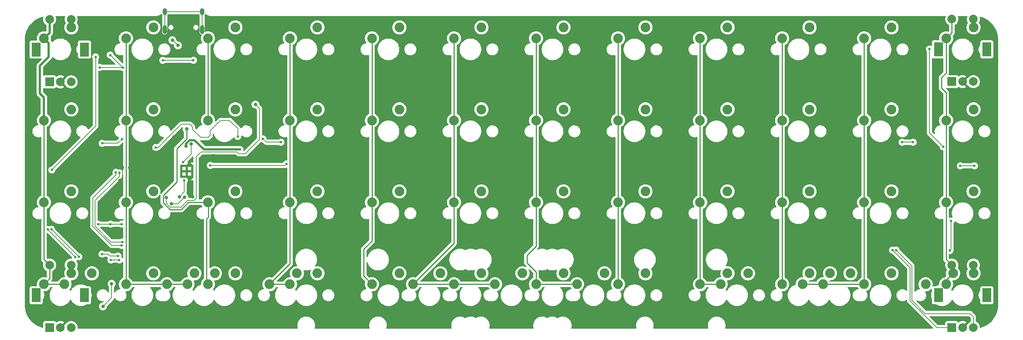
<source format=gbr>
%TF.GenerationSoftware,KiCad,Pcbnew,(6.0.7-1)-1*%
%TF.CreationDate,2022-08-22T03:12:19+03:00*%
%TF.ProjectId,Planck Drop In PCB,506c616e-636b-4204-9472-6f7020496e20,rev?*%
%TF.SameCoordinates,Original*%
%TF.FileFunction,Copper,L1,Top*%
%TF.FilePolarity,Positive*%
%FSLAX46Y46*%
G04 Gerber Fmt 4.6, Leading zero omitted, Abs format (unit mm)*
G04 Created by KiCad (PCBNEW (6.0.7-1)-1) date 2022-08-22 03:12:19*
%MOMM*%
%LPD*%
G01*
G04 APERTURE LIST*
%TA.AperFunction,ComponentPad*%
%ADD10C,2.250000*%
%TD*%
%TA.AperFunction,ComponentPad*%
%ADD11R,2.000000X2.000000*%
%TD*%
%TA.AperFunction,ComponentPad*%
%ADD12C,2.000000*%
%TD*%
%TA.AperFunction,ComponentPad*%
%ADD13R,2.000000X3.200000*%
%TD*%
%TA.AperFunction,ComponentPad*%
%ADD14O,1.000000X1.600000*%
%TD*%
%TA.AperFunction,ComponentPad*%
%ADD15O,1.000000X2.100000*%
%TD*%
%TA.AperFunction,ComponentPad*%
%ADD16C,0.600000*%
%TD*%
%TA.AperFunction,ViaPad*%
%ADD17C,0.800000*%
%TD*%
%TA.AperFunction,ViaPad*%
%ADD18C,0.600000*%
%TD*%
%TA.AperFunction,Conductor*%
%ADD19C,0.200000*%
%TD*%
%TA.AperFunction,Conductor*%
%ADD20C,0.500000*%
%TD*%
%TA.AperFunction,Conductor*%
%ADD21C,0.250000*%
%TD*%
G04 APERTURE END LIST*
D10*
%TO.P,MX36,1,COL*%
%TO.N,COL7*%
X174315075Y-61585027D03*
%TO.P,MX36,2,ROW*%
%TO.N,Net-(D29-Pad2)*%
X180665075Y-59045027D03*
%TD*%
%TO.P,MX35,1,COL*%
%TO.N,COL6*%
X164815071Y-118585051D03*
%TO.P,MX35,2,ROW*%
%TO.N,Net-(D28-Pad2)*%
X171165071Y-116045051D03*
%TD*%
%TO.P,MX9,1,COL*%
%TO.N,COL1*%
X60315027Y-118585051D03*
%TO.P,MX9,2,ROW*%
%TO.N,Net-(D8-Pad2)*%
X66665027Y-116045051D03*
%TD*%
%TO.P,MX49,1,COL*%
%TO.N,COL10*%
X231315099Y-61585027D03*
%TO.P,MX49,2,ROW*%
%TO.N,Net-(D41-Pad2)*%
X237665099Y-59045027D03*
%TD*%
%TO.P,MX42,1,COL*%
%TO.N,COL8*%
X193315083Y-80585035D03*
%TO.P,MX42,2,ROW*%
%TO.N,Net-(D34-Pad2)*%
X199665083Y-78045035D03*
%TD*%
%TO.P,MX52,1,COL*%
%TO.N,COL10*%
X231315099Y-118585051D03*
%TO.P,MX52,2,ROW*%
%TO.N,Net-(D44-Pad2)*%
X237665099Y-116045051D03*
%TD*%
%TO.P,MX30,1,COL*%
%TO.N,COL5*%
X145815063Y-118585051D03*
%TO.P,MX30,2,ROW*%
%TO.N,Net-(D24-Pad2)*%
X152165063Y-116045051D03*
%TD*%
%TO.P,MX21,1,COL*%
%TO.N,COL4*%
X117315051Y-80585035D03*
%TO.P,MX21,2,ROW*%
%TO.N,Net-(D18-Pad2)*%
X123665051Y-78045035D03*
%TD*%
%TO.P,MX53,1,COL*%
%TO.N,COL10*%
X221815095Y-118585051D03*
%TO.P,MX53,2,ROW*%
%TO.N,Net-(D44-Pad2)*%
X228165095Y-116045051D03*
%TD*%
%TO.P,MX4,1,COL*%
%TO.N,COL0*%
X41315019Y-118585051D03*
%TO.P,MX4,2,ROW*%
%TO.N,Net-(D4-Pad2)*%
X47665019Y-116045051D03*
%TD*%
%TO.P,MX44,1,COL*%
%TO.N,COL8*%
X198065085Y-118585051D03*
%TO.P,MX44,2,ROW*%
%TO.N,Net-(D36-Pad2)*%
X204415085Y-116045051D03*
%TD*%
%TO.P,MX34,1,COL*%
%TO.N,COL6*%
X155315067Y-118585051D03*
%TO.P,MX34,2,ROW*%
%TO.N,Net-(D28-Pad2)*%
X161665067Y-116045051D03*
%TD*%
%TO.P,MX32,1,COL*%
%TO.N,COL6*%
X155315067Y-80585035D03*
%TO.P,MX32,2,ROW*%
%TO.N,Net-(D26-Pad2)*%
X161665067Y-78045035D03*
%TD*%
%TO.P,MX19,1,COL*%
%TO.N,COL3*%
X93565041Y-118585051D03*
%TO.P,MX19,2,ROW*%
%TO.N,Net-(D16-Pad2)*%
X99915041Y-116045051D03*
%TD*%
%TO.P,MX38,1,COL*%
%TO.N,COL7*%
X174315075Y-99585043D03*
%TO.P,MX38,2,ROW*%
%TO.N,Net-(D31-Pad2)*%
X180665075Y-97045043D03*
%TD*%
%TO.P,MX5,1,COL*%
%TO.N,COL0*%
X46065021Y-118585051D03*
%TO.P,MX5,2,ROW*%
%TO.N,Net-(D4-Pad2)*%
X52415021Y-116045051D03*
%TD*%
%TO.P,MX2,1,COL*%
%TO.N,COL0*%
X41315019Y-80585027D03*
%TO.P,MX2,2,ROW*%
%TO.N,Net-(D2-Pad2)*%
X47665019Y-78045027D03*
%TD*%
%TO.P,MX7,1,COL*%
%TO.N,COL1*%
X60315027Y-80585035D03*
%TO.P,MX7,2,ROW*%
%TO.N,Net-(D6-Pad2)*%
X66665027Y-78045035D03*
%TD*%
%TO.P,MX48,1,COL*%
%TO.N,COL9*%
X212315091Y-118585051D03*
%TO.P,MX48,2,ROW*%
%TO.N,Net-(D40-Pad2)*%
X218665091Y-116045051D03*
%TD*%
%TO.P,MX43,1,COL*%
%TO.N,COL8*%
X193315083Y-99585043D03*
%TO.P,MX43,2,ROW*%
%TO.N,Net-(D35-Pad2)*%
X199665083Y-97045043D03*
%TD*%
D11*
%TO.P,SW4,A,A*%
%TO.N,rot4a*%
X251625107Y-128633333D03*
D12*
%TO.P,SW4,B,B*%
%TO.N,rot4b*%
X256625107Y-128633333D03*
%TO.P,SW4,C,C*%
%TO.N,GND*%
X254125107Y-128633333D03*
D13*
%TO.P,SW4,MP*%
%TO.N,N/C*%
X248525107Y-121133333D03*
X259725107Y-121133333D03*
D12*
%TO.P,SW4,S1,S1*%
%TO.N,Net-(D48-Pad2)*%
X256625107Y-114133333D03*
%TO.P,SW4,S2,S2*%
%TO.N,COL11*%
X251625107Y-114133333D03*
%TD*%
D10*
%TO.P,MX3,1,COL*%
%TO.N,COL0*%
X41315019Y-99585043D03*
%TO.P,MX3,2,ROW*%
%TO.N,Net-(D3-Pad2)*%
X47665019Y-97045043D03*
%TD*%
%TO.P,MX10,1,COL*%
%TO.N,COL1*%
X69815031Y-118585051D03*
%TO.P,MX10,2,ROW*%
%TO.N,Net-(D8-Pad2)*%
X76165031Y-116045051D03*
%TD*%
D11*
%TO.P,SW1,A,A*%
%TO.N,rot1a*%
X42625019Y-71658333D03*
D12*
%TO.P,SW1,B,B*%
%TO.N,rot1b*%
X47625019Y-71658333D03*
%TO.P,SW1,C,C*%
%TO.N,GND*%
X45125019Y-71658333D03*
D13*
%TO.P,SW1,MP*%
%TO.N,N/C*%
X39525019Y-64158333D03*
X50725019Y-64158333D03*
D12*
%TO.P,SW1,S1,S1*%
%TO.N,Net-(D1-Pad2)*%
X47625019Y-57158333D03*
%TO.P,SW1,S2,S2*%
%TO.N,COL0*%
X42625019Y-57158333D03*
%TD*%
D10*
%TO.P,MX13,1,COL*%
%TO.N,COL2*%
X79315035Y-80585035D03*
%TO.P,MX13,2,ROW*%
%TO.N,Net-(D10-Pad2)*%
X85665035Y-78045035D03*
%TD*%
%TO.P,MX16,1,COL*%
%TO.N,COL3*%
X98315043Y-61585027D03*
%TO.P,MX16,2,ROW*%
%TO.N,Net-(D13-Pad2)*%
X104665043Y-59045027D03*
%TD*%
%TO.P,MX11,1,COL*%
%TO.N,COL1*%
X74565033Y-118585051D03*
%TO.P,MX11,2,ROW*%
%TO.N,Net-(D8-Pad2)*%
X80915033Y-116045051D03*
%TD*%
%TO.P,MX24,1,COL*%
%TO.N,COL4*%
X117315051Y-118585051D03*
%TO.P,MX24,2,ROW*%
%TO.N,Net-(D20-Pad2)*%
X123665051Y-116045051D03*
%TD*%
%TO.P,MX37,1,COL*%
%TO.N,COL7*%
X174315075Y-80585035D03*
%TO.P,MX37,2,ROW*%
%TO.N,Net-(D30-Pad2)*%
X180665075Y-78045035D03*
%TD*%
%TO.P,MX6,1,COL*%
%TO.N,COL1*%
X60315027Y-61585027D03*
%TO.P,MX6,2,ROW*%
%TO.N,Net-(D5-Pad2)*%
X66665027Y-59045027D03*
%TD*%
%TO.P,MX22,1,COL*%
%TO.N,COL4*%
X117315051Y-99585043D03*
%TO.P,MX22,2,ROW*%
%TO.N,Net-(D19-Pad2)*%
X123665051Y-97045043D03*
%TD*%
%TO.P,MX19,1,COL*%
%TO.N,COL3*%
X98315043Y-118585051D03*
%TO.P,MX19,2,ROW*%
%TO.N,Net-(D16-Pad2)*%
X104665043Y-116045051D03*
%TD*%
%TO.P,MX31,1,COL*%
%TO.N,COL6*%
X155315067Y-61585027D03*
%TO.P,MX31,2,ROW*%
%TO.N,Net-(D25-Pad2)*%
X161665067Y-59045027D03*
%TD*%
%TO.P,MX25,1,COL*%
%TO.N,COL5*%
X136315059Y-61585027D03*
%TO.P,MX25,2,ROW*%
%TO.N,Net-(D21-Pad2)*%
X142665059Y-59045027D03*
%TD*%
%TO.P,MX17,1,COL*%
%TO.N,COL3*%
X98315043Y-80585035D03*
%TO.P,MX17,2,ROW*%
%TO.N,Net-(D14-Pad2)*%
X104665043Y-78045035D03*
%TD*%
%TO.P,MX45,1,COL*%
%TO.N,COL9*%
X212315091Y-61585027D03*
%TO.P,MX45,2,ROW*%
%TO.N,Net-(D37-Pad2)*%
X218665091Y-59045027D03*
%TD*%
%TO.P,MX28,1,COL*%
%TO.N,COL5*%
X136315059Y-118585051D03*
%TO.P,MX28,2,ROW*%
%TO.N,Net-(D24-Pad2)*%
X142665059Y-116045051D03*
%TD*%
D11*
%TO.P,SW3,A,A*%
%TO.N,rot3a*%
X251625107Y-71608333D03*
D12*
%TO.P,SW3,B,B*%
%TO.N,rot3b*%
X256625107Y-71608333D03*
%TO.P,SW3,C,C*%
%TO.N,GND*%
X254125107Y-71608333D03*
D13*
%TO.P,SW3,MP*%
%TO.N,N/C*%
X259725107Y-64108333D03*
X248525107Y-64108333D03*
D12*
%TO.P,SW3,S1,S1*%
%TO.N,Net-(D45-Pad2)*%
X256625107Y-57108333D03*
%TO.P,SW3,S2,S2*%
%TO.N,COL11*%
X251625107Y-57108333D03*
%TD*%
D10*
%TO.P,MX15,1,COL*%
%TO.N,COL2*%
X79315035Y-118585051D03*
%TO.P,MX15,2,ROW*%
%TO.N,Net-(D12-Pad2)*%
X85665035Y-116045051D03*
%TD*%
%TO.P,MX54,1,COL*%
%TO.N,COL10*%
X217065093Y-118585051D03*
%TO.P,MX54,2,ROW*%
%TO.N,Net-(D44-Pad2)*%
X223415093Y-116045051D03*
%TD*%
%TO.P,MX59,1,COL*%
%TO.N,Net-(D48-Pad2)*%
X245565105Y-118585051D03*
%TO.P,MX59,2,ROW*%
%TO.N,COL11*%
X251915105Y-116045051D03*
%TD*%
%TO.P,MX39,1,COL*%
%TO.N,COL7*%
X174315075Y-118585051D03*
%TO.P,MX39,2,ROW*%
%TO.N,Net-(D32-Pad2)*%
X180665075Y-116045051D03*
%TD*%
%TO.P,MX40,1,COL*%
%TO.N,COL7*%
X174315075Y-118585051D03*
%TO.P,MX40,2,ROW*%
%TO.N,Net-(D32-Pad2)*%
X180665075Y-116045051D03*
%TD*%
%TO.P,MX44,1,COL*%
%TO.N,COL8*%
X193315083Y-118585051D03*
%TO.P,MX44,2,ROW*%
%TO.N,Net-(D36-Pad2)*%
X199665083Y-116045051D03*
%TD*%
%TO.P,MX14,1,COL*%
%TO.N,COL2*%
X79315035Y-99585043D03*
%TO.P,MX14,2,ROW*%
%TO.N,Net-(D11-Pad2)*%
X85665035Y-97045043D03*
%TD*%
%TO.P,MX51,1,COL*%
%TO.N,COL10*%
X231315099Y-99585043D03*
%TO.P,MX51,2,ROW*%
%TO.N,Net-(D43-Pad2)*%
X237665099Y-97045043D03*
%TD*%
%TO.P,MX57,1,COL*%
%TO.N,COL11*%
X250315107Y-99585043D03*
%TO.P,MX57,2,ROW*%
%TO.N,Net-(D47-Pad2)*%
X256665107Y-97045043D03*
%TD*%
%TO.P,MX27,1,COL*%
%TO.N,COL5*%
X136315059Y-99585043D03*
%TO.P,MX27,2,ROW*%
%TO.N,Net-(D23-Pad2)*%
X142665059Y-97045043D03*
%TD*%
%TO.P,MX8,1,COL*%
%TO.N,COL1*%
X60315027Y-99585043D03*
%TO.P,MX8,2,ROW*%
%TO.N,Net-(D7-Pad2)*%
X66665027Y-97045043D03*
%TD*%
%TO.P,MX56,1,COL*%
%TO.N,COL11*%
X250315107Y-80585035D03*
%TO.P,MX56,2,ROW*%
%TO.N,Net-(D46-Pad2)*%
X256665107Y-78045035D03*
%TD*%
%TO.P,MX46,1,COL*%
%TO.N,COL9*%
X212315091Y-80585035D03*
%TO.P,MX46,2,ROW*%
%TO.N,Net-(D38-Pad2)*%
X218665091Y-78045035D03*
%TD*%
%TO.P,MX18,1,COL*%
%TO.N,COL3*%
X98315043Y-99585043D03*
%TO.P,MX18,2,ROW*%
%TO.N,Net-(D15-Pad2)*%
X104665043Y-97045043D03*
%TD*%
%TO.P,MX41,1,COL*%
%TO.N,COL8*%
X193315083Y-61585027D03*
%TO.P,MX41,2,ROW*%
%TO.N,Net-(D33-Pad2)*%
X199665083Y-59045027D03*
%TD*%
%TO.P,MX58,1,COL*%
%TO.N,COL11*%
X250315107Y-118585051D03*
%TO.P,MX58,2,ROW*%
%TO.N,Net-(D48-Pad2)*%
X256665107Y-116045051D03*
%TD*%
%TO.P,MX12,1,COL*%
%TO.N,COL2*%
X79315035Y-61585027D03*
%TO.P,MX12,2,ROW*%
%TO.N,Net-(D9-Pad2)*%
X85665035Y-59045027D03*
%TD*%
%TO.P,MX47,1,COL*%
%TO.N,COL9*%
X212315091Y-99585043D03*
%TO.P,MX47,2,ROW*%
%TO.N,Net-(D39-Pad2)*%
X218665091Y-97045043D03*
%TD*%
D11*
%TO.P,SW2,A,A*%
%TO.N,rot2a*%
X42625019Y-128633333D03*
D12*
%TO.P,SW2,B,B*%
%TO.N,rot2b*%
X47625019Y-128633333D03*
%TO.P,SW2,C,C*%
%TO.N,GND*%
X45125019Y-128633333D03*
D13*
%TO.P,SW2,MP*%
%TO.N,N/C*%
X39525019Y-121133333D03*
X50725019Y-121133333D03*
D12*
%TO.P,SW2,S1,S1*%
%TO.N,Net-(D4-Pad2)*%
X47625019Y-114133333D03*
%TO.P,SW2,S2,S2*%
%TO.N,COL0*%
X42625019Y-114133333D03*
%TD*%
D10*
%TO.P,MX55,1,COL*%
%TO.N,COL11*%
X250315107Y-61585027D03*
%TO.P,MX55,2,ROW*%
%TO.N,Net-(D45-Pad2)*%
X256665107Y-59045027D03*
%TD*%
%TO.P,MX26,1,COL*%
%TO.N,COL5*%
X136315059Y-80585035D03*
%TO.P,MX26,2,ROW*%
%TO.N,Net-(D22-Pad2)*%
X142665059Y-78045035D03*
%TD*%
%TO.P,MX20,1,COL*%
%TO.N,COL4*%
X117315051Y-61585027D03*
%TO.P,MX20,2,ROW*%
%TO.N,Net-(D17-Pad2)*%
X123665051Y-59045027D03*
%TD*%
%TO.P,MX23,1,COL*%
%TO.N,COL4*%
X117315051Y-118585051D03*
%TO.P,MX23,2,ROW*%
%TO.N,Net-(D20-Pad2)*%
X123665051Y-116045051D03*
%TD*%
%TO.P,MX29,1,COL*%
%TO.N,COL5*%
X126815055Y-118585051D03*
%TO.P,MX29,2,ROW*%
%TO.N,Net-(D24-Pad2)*%
X133165055Y-116045051D03*
%TD*%
%TO.P,MX50,1,COL*%
%TO.N,COL10*%
X231315099Y-80585035D03*
%TO.P,MX50,2,ROW*%
%TO.N,Net-(D42-Pad2)*%
X237665099Y-78045035D03*
%TD*%
%TO.P,MX33,1,COL*%
%TO.N,COL6*%
X155315067Y-99585043D03*
%TO.P,MX33,2,ROW*%
%TO.N,Net-(D27-Pad2)*%
X161665067Y-97045043D03*
%TD*%
%TO.P,MX1,1,COL*%
%TO.N,COL0*%
X41315019Y-61585027D03*
%TO.P,MX1,2,ROW*%
%TO.N,Net-(D1-Pad2)*%
X47665019Y-59045027D03*
%TD*%
D14*
%TO.P,USB1,13,SHIELD*%
%TO.N,GNDREF*%
X69305031Y-55387500D03*
D15*
X77945031Y-59567500D03*
X69305031Y-59567500D03*
D14*
X77945031Y-55387500D03*
%TD*%
D16*
%TO.P,U3,57,GND*%
%TO.N,GND*%
X75697500Y-92417500D03*
X73147500Y-93692500D03*
X73147500Y-91142500D03*
X75697500Y-91142500D03*
X74422500Y-92417500D03*
X74422500Y-93692500D03*
X73147500Y-92417500D03*
X74422500Y-91142500D03*
X75697500Y-93692500D03*
%TD*%
D17*
%TO.N,+1V1*%
X72670000Y-98300000D03*
D18*
X73540000Y-90310000D03*
D17*
X75409500Y-86010000D03*
D18*
X73820000Y-94517000D03*
D17*
%TO.N,GND*%
X80580000Y-96130000D03*
X59510000Y-91540000D03*
X93470000Y-58450000D03*
X245880000Y-59580000D03*
X43490000Y-109280000D03*
X93810000Y-100920000D03*
X109530000Y-98150000D03*
X227380000Y-59270000D03*
D18*
X88590000Y-85390000D03*
D17*
X212940000Y-122290000D03*
X63550000Y-59250000D03*
X112550000Y-125880000D03*
X215480000Y-60240000D03*
X75350000Y-101290000D03*
X77090000Y-118140000D03*
X148780000Y-126620000D03*
D18*
X90930000Y-115820000D03*
D17*
X248340000Y-93820000D03*
X102420000Y-117220000D03*
X77000000Y-100660000D03*
X45030000Y-112950000D03*
X210240000Y-114030000D03*
X234990000Y-117550000D03*
X54660000Y-100960000D03*
X134490000Y-113120000D03*
X80540000Y-88760000D03*
X50330000Y-114700000D03*
D18*
X72140000Y-102760000D03*
D17*
X168010000Y-60550000D03*
X82950000Y-99090000D03*
X49970000Y-117710000D03*
D18*
X55410000Y-115590000D03*
D17*
X55170000Y-70930000D03*
X39890000Y-96140000D03*
D18*
X83396609Y-92735568D03*
D17*
X67540000Y-75030000D03*
X71400000Y-84430000D03*
X189510000Y-114550000D03*
X186220000Y-60470000D03*
D18*
X74840000Y-106690000D03*
D17*
X102080000Y-59130000D03*
X102100000Y-97910000D03*
X248250000Y-115780000D03*
X93950000Y-81680000D03*
X53760000Y-61710000D03*
X225110000Y-96340000D03*
X251570000Y-88450000D03*
X131780000Y-60130000D03*
X82390000Y-110240000D03*
X66660000Y-88210000D03*
X76250000Y-64650000D03*
X148360000Y-62120000D03*
X254350000Y-116960000D03*
X54850000Y-109760000D03*
X243530000Y-62040000D03*
X205370000Y-61810000D03*
X40970000Y-125670000D03*
X61180000Y-91580000D03*
X157610000Y-59350000D03*
X166550000Y-110030000D03*
X202930000Y-61380000D03*
X75770000Y-98310000D03*
X247840000Y-75590000D03*
X58930000Y-94510000D03*
X71650000Y-75540000D03*
X127820000Y-110470000D03*
X56420000Y-106590000D03*
X149570000Y-58450000D03*
X207050000Y-57820000D03*
X251700000Y-94590000D03*
X63540000Y-117400000D03*
X248070000Y-81090000D03*
X240220000Y-61130000D03*
X64160000Y-98060000D03*
X204040000Y-110210000D03*
X110480000Y-60950000D03*
X91680000Y-62100000D03*
X202060000Y-117550000D03*
X106070000Y-88400000D03*
D18*
%TO.N,+3V3*%
X86730000Y-87330000D03*
D17*
X70820000Y-99930000D03*
X74216644Y-86528259D03*
X73865000Y-98425000D03*
D18*
%TO.N,+5V*%
X58490000Y-112040000D03*
X251440000Y-103930000D03*
X54260000Y-68310000D03*
X56680000Y-65440000D03*
X43058219Y-105844710D03*
X49416382Y-112209435D03*
X59550000Y-68310000D03*
X256890000Y-91130000D03*
X253600000Y-91130000D03*
X54760000Y-111600000D03*
X251190000Y-110770000D03*
%TO.N,ROW0*%
X68860000Y-66660000D03*
X75970000Y-66660000D03*
%TO.N,ROW1*%
X59440000Y-84910000D03*
X242670000Y-85660000D03*
X96240000Y-85660000D03*
X86220000Y-84310000D03*
X240110000Y-85650000D03*
X54810000Y-85910000D03*
X67220000Y-86880000D03*
X92040000Y-84870000D03*
%TO.N,ROW2*%
X56750000Y-104660000D03*
X59340000Y-104660000D03*
X53920000Y-104660000D03*
D17*
%TO.N,ROW3*%
X56990000Y-118470000D03*
X54990000Y-123710000D03*
D18*
%TO.N,Net-(D49-Pad1)*%
X249630000Y-86700000D03*
X246440000Y-64050000D03*
%TO.N,Net-(D54-Pad1)*%
X43150000Y-92070000D03*
X53290000Y-65870000D03*
%TO.N,Net-(D55-Pad1)*%
X48620000Y-112280000D03*
X42260000Y-105890000D03*
%TO.N,Net-(D56-Pad1)*%
X56820000Y-112970000D03*
X58780000Y-112970000D03*
D17*
%TO.N,VCC*%
X71070000Y-62000000D03*
X72360000Y-63210000D03*
%TO.N,COL2*%
X74379500Y-82600000D03*
%TO.N,RESET*%
X69680000Y-98500000D03*
X90310000Y-76900000D03*
D18*
%TO.N,rot3a*%
X97520000Y-90670000D03*
X79860000Y-91040000D03*
%TO.N,rot4a*%
X59371979Y-109580744D03*
X58020000Y-92630000D03*
X237890825Y-110678647D03*
%TO.N,rot4b*%
X238720000Y-110660000D03*
X58808606Y-92761544D03*
X59490000Y-108790000D03*
%TD*%
D19*
%TO.N,+1V1*%
X72670000Y-98300000D02*
X73820000Y-97150000D01*
X73820000Y-97150000D02*
X73820000Y-94517000D01*
X75409500Y-86010000D02*
X75409500Y-88440500D01*
X75409500Y-88440500D02*
X73540000Y-90310000D01*
D20*
%TO.N,GND*%
X73147500Y-92417500D02*
X75697500Y-92417500D01*
X74422500Y-92417500D02*
X74422500Y-93692500D01*
X75697500Y-93692500D02*
X73147500Y-93692500D01*
D19*
X59510000Y-91540000D02*
X59510000Y-93930000D01*
X59510000Y-93930000D02*
X58930000Y-94510000D01*
X77000000Y-100660000D02*
X75980000Y-100660000D01*
D20*
X75697500Y-91142500D02*
X75697500Y-93692500D01*
X74422500Y-91142500D02*
X74422500Y-92417500D01*
X73147500Y-93692500D02*
X73147500Y-91142500D01*
D19*
X75980000Y-100660000D02*
X75350000Y-101290000D01*
D20*
X73147500Y-91142500D02*
X75697500Y-91142500D01*
%TO.N,+3V3*%
X86730000Y-87330000D02*
X78370000Y-87330000D01*
D19*
X72360000Y-99930000D02*
X73865000Y-98425000D01*
D20*
X74216644Y-85993356D02*
X74216644Y-86528259D01*
X75050000Y-85160000D02*
X74216644Y-85993356D01*
D19*
X70820000Y-99930000D02*
X72360000Y-99930000D01*
D20*
X78370000Y-87330000D02*
X76200000Y-85160000D01*
X76200000Y-85160000D02*
X75050000Y-85160000D01*
D19*
%TO.N,+5V*%
X253600000Y-91130000D02*
X256890000Y-91130000D01*
X56310000Y-111710000D02*
X56200000Y-111600000D01*
X251440000Y-103930000D02*
X251440000Y-110520000D01*
X56200000Y-111600000D02*
X54760000Y-111600000D01*
X56640000Y-112040000D02*
X56310000Y-111710000D01*
X43058219Y-105844710D02*
X43058219Y-105851272D01*
X58490000Y-112040000D02*
X56640000Y-112040000D01*
X251440000Y-110520000D02*
X251190000Y-110770000D01*
X43058219Y-105851272D02*
X49416382Y-112209435D01*
X59550000Y-68310000D02*
X56680000Y-65440000D01*
X54260000Y-68310000D02*
X59550000Y-68310000D01*
%TO.N,ROW0*%
X68860000Y-66660000D02*
X75970000Y-66660000D01*
%TO.N,ROW1*%
X74070000Y-81480000D02*
X73160000Y-81480000D01*
X77590000Y-84560000D02*
X75770000Y-82740000D01*
X84320000Y-80600000D02*
X82230000Y-80600000D01*
X240120000Y-85660000D02*
X240110000Y-85650000D01*
X92040000Y-84870000D02*
X92830000Y-85660000D01*
X92830000Y-85660000D02*
X96240000Y-85660000D01*
X73160000Y-81480000D02*
X69330000Y-85310000D01*
X79380000Y-84560000D02*
X77590000Y-84560000D01*
X79850000Y-84090000D02*
X79380000Y-84560000D01*
X67760000Y-86880000D02*
X67220000Y-86880000D01*
X75770000Y-82740000D02*
X75770000Y-82110000D01*
X59440000Y-84910000D02*
X58440000Y-85910000D01*
X75140000Y-81480000D02*
X74070000Y-81480000D01*
X79850000Y-82980000D02*
X79850000Y-84090000D01*
X84670000Y-80950000D02*
X84320000Y-80600000D01*
X82230000Y-80600000D02*
X79850000Y-82980000D01*
X69330000Y-85310000D02*
X67760000Y-86880000D01*
X86220000Y-84310000D02*
X86220000Y-82500000D01*
X75770000Y-82110000D02*
X75140000Y-81480000D01*
X242670000Y-85660000D02*
X240120000Y-85660000D01*
X58440000Y-85910000D02*
X54810000Y-85910000D01*
X86220000Y-82500000D02*
X84670000Y-80950000D01*
%TO.N,ROW2*%
X53920000Y-104660000D02*
X56750000Y-104660000D01*
X56750000Y-104660000D02*
X59340000Y-104660000D01*
%TO.N,ROW3*%
X56990000Y-118470000D02*
X56990000Y-121710000D01*
X56990000Y-121710000D02*
X54990000Y-123710000D01*
D21*
%TO.N,Net-(D4-Pad2)*%
X47625019Y-114133333D02*
X47625019Y-116005051D01*
X47625019Y-116005051D02*
X47665019Y-116045051D01*
D19*
%TO.N,Net-(D49-Pad1)*%
X246440000Y-83510000D02*
X249630000Y-86700000D01*
X246440000Y-64050000D02*
X246440000Y-83510000D01*
%TO.N,Net-(D54-Pad1)*%
X53290000Y-65870000D02*
X53290000Y-81930000D01*
X53290000Y-81930000D02*
X43150000Y-92070000D01*
%TO.N,Net-(D55-Pad1)*%
X42260000Y-105920000D02*
X42260000Y-105890000D01*
X48620000Y-112280000D02*
X42260000Y-105920000D01*
%TO.N,Net-(D56-Pad1)*%
X56820000Y-112970000D02*
X58780000Y-112970000D01*
%TO.N,VCC*%
X71070000Y-62000000D02*
X71150000Y-62000000D01*
X71150000Y-62000000D02*
X72360000Y-63210000D01*
D20*
%TO.N,COL0*%
X42625019Y-60275027D02*
X41315019Y-61585027D01*
D21*
X42625019Y-117275051D02*
X41315019Y-118585051D01*
X41315019Y-99585043D02*
X41315019Y-112823333D01*
D20*
X42625019Y-57158333D02*
X42625019Y-60275027D01*
X40400000Y-67900000D02*
X40400000Y-74380000D01*
D21*
X46065021Y-118585051D02*
X41315019Y-118585051D01*
D20*
X40400000Y-74380000D02*
X41315019Y-75295019D01*
D21*
X41315019Y-112823333D02*
X42625019Y-114133333D01*
X41315019Y-80585027D02*
X41315019Y-99585043D01*
X42625019Y-114133333D02*
X42625019Y-117275051D01*
D20*
X41315019Y-61585027D02*
X42440019Y-62710027D01*
X41315019Y-75295019D02*
X41315019Y-80585027D01*
X42440019Y-62710027D02*
X42440019Y-65859981D01*
X42440019Y-65859981D02*
X40400000Y-67900000D01*
D21*
%TO.N,COL1*%
X60315027Y-61585027D02*
X60315027Y-118585051D01*
X74565033Y-118585051D02*
X60315027Y-118585051D01*
%TO.N,COL2*%
X68955000Y-97995000D02*
X68955000Y-99635000D01*
X79010000Y-118280016D02*
X79315035Y-118585051D01*
X73101040Y-101270000D02*
X74785997Y-99585043D01*
X74379500Y-82600000D02*
X74379500Y-84870500D01*
X74379500Y-84870500D02*
X72090000Y-87160000D01*
X74785997Y-99585043D02*
X79315035Y-99585043D01*
X72090000Y-87160000D02*
X72090000Y-94860000D01*
X68955000Y-99635000D02*
X69210000Y-99890000D01*
X79360000Y-103025044D02*
X79010000Y-103375044D01*
X79315035Y-99585043D02*
X79360000Y-99630008D01*
X79315035Y-61585027D02*
X79315035Y-80585035D01*
X69210000Y-99930000D02*
X70550000Y-101270000D01*
X70550000Y-101270000D02*
X73101040Y-101270000D01*
X79010000Y-103375044D02*
X79010000Y-118280016D01*
X69210000Y-99890000D02*
X69210000Y-99930000D01*
X79360000Y-99630008D02*
X79360000Y-103025044D01*
X72090000Y-94860000D02*
X68955000Y-97995000D01*
%TO.N,COL3*%
X98315043Y-61585027D02*
X98315043Y-113835049D01*
X98315043Y-118585051D02*
X93565041Y-118585051D01*
X98315043Y-113835049D02*
X93565041Y-118585051D01*
%TO.N,COL4*%
X117315051Y-108544949D02*
X115420000Y-110440000D01*
X115420000Y-110440000D02*
X115420000Y-116690000D01*
X117315051Y-99585043D02*
X117315051Y-108544949D01*
X117315051Y-61585027D02*
X117315051Y-99585043D01*
X115420000Y-116690000D02*
X117315051Y-118585051D01*
%TO.N,COL5*%
X136315059Y-99585043D02*
X136315059Y-109085047D01*
X145815063Y-118585051D02*
X126815055Y-118585051D01*
X136315059Y-109085047D02*
X126815055Y-118585051D01*
X136315059Y-61585027D02*
X136315059Y-99585043D01*
%TO.N,COL6*%
X155315067Y-99585043D02*
X155315067Y-109754933D01*
X155315067Y-109754933D02*
X153190000Y-111880000D01*
X153190000Y-113610000D02*
X155315067Y-115735067D01*
X155315067Y-115735067D02*
X155315067Y-118585051D01*
X155315067Y-61585027D02*
X155315067Y-99585043D01*
X153190000Y-111880000D02*
X153190000Y-113610000D01*
X164815071Y-118585051D02*
X155315067Y-118585051D01*
%TO.N,COL7*%
X174315075Y-61585027D02*
X174315075Y-118585051D01*
%TO.N,COL8*%
X193315083Y-61585027D02*
X193315083Y-118585051D01*
X198065085Y-118585051D02*
X193315083Y-118585051D01*
%TO.N,COL9*%
X212315091Y-61585027D02*
X212315091Y-118585051D01*
%TO.N,COL10*%
X231315099Y-61585027D02*
X231315099Y-118585051D01*
X231315099Y-118585051D02*
X217065093Y-118585051D01*
%TO.N,COL11*%
X250315107Y-80585035D02*
X250315107Y-112823333D01*
X251625107Y-115755053D02*
X251915105Y-116045051D01*
X250315107Y-74175107D02*
X250315107Y-80585035D01*
X251625107Y-114133333D02*
X251625107Y-115755053D01*
X251915105Y-116045051D02*
X250315107Y-117645049D01*
X250315107Y-69614893D02*
X249260000Y-70670000D01*
X250315107Y-61585027D02*
X250315107Y-69614893D01*
X250315107Y-112823333D02*
X251625107Y-114133333D01*
X250315107Y-117645049D02*
X250315107Y-118585051D01*
X249260000Y-70670000D02*
X249260000Y-73120000D01*
X251625107Y-57108333D02*
X251625107Y-60275027D01*
X249260000Y-73120000D02*
X250315107Y-74175107D01*
X251625107Y-60275027D02*
X250315107Y-61585027D01*
D19*
%TO.N,RESET*%
X70550050Y-100650000D02*
X73120000Y-100650000D01*
X91230000Y-85030000D02*
X91230000Y-77820000D01*
X76069957Y-99160043D02*
X76580000Y-98650000D01*
X69680000Y-98500000D02*
X69680000Y-99779950D01*
X86480000Y-88320000D02*
X87940000Y-88320000D01*
X77730000Y-87880000D02*
X86040000Y-87880000D01*
X76580000Y-98650000D02*
X76580000Y-89030000D01*
X91230000Y-77820000D02*
X90310000Y-76900000D01*
X74609957Y-99160043D02*
X76069957Y-99160043D01*
X76580000Y-89030000D02*
X77730000Y-87880000D01*
X73120000Y-100650000D02*
X74609957Y-99160043D01*
X87940000Y-88320000D02*
X91230000Y-85030000D01*
X69680000Y-99779950D02*
X70550050Y-100650000D01*
X86040000Y-87880000D02*
X86480000Y-88320000D01*
%TO.N,rot3a*%
X79860000Y-91040000D02*
X97150000Y-91040000D01*
X97150000Y-91040000D02*
X97520000Y-90670000D01*
%TO.N,rot4a*%
X58020000Y-93200000D02*
X52670000Y-98550000D01*
X58020000Y-92630000D02*
X58020000Y-93200000D01*
X241920000Y-122450000D02*
X241920000Y-114707822D01*
X251625107Y-128633333D02*
X248103333Y-128633333D01*
X241920000Y-114707822D02*
X237890825Y-110678647D01*
X248103333Y-128633333D02*
X241920000Y-122450000D01*
X57055058Y-109580744D02*
X59371979Y-109580744D01*
X52670000Y-98550000D02*
X52670000Y-105195686D01*
X52670000Y-105195686D02*
X57055058Y-109580744D01*
%TO.N,rot4b*%
X256625107Y-126125107D02*
X256625107Y-128633333D01*
X242350000Y-122260000D02*
X245470000Y-125380000D01*
X58808606Y-92761544D02*
X58808606Y-93541394D01*
X255880000Y-125380000D02*
X256625107Y-126125107D01*
X238720000Y-110660000D02*
X242350000Y-114290000D01*
X56830000Y-108790000D02*
X59490000Y-108790000D01*
X242350000Y-114290000D02*
X242350000Y-122260000D01*
X245470000Y-125380000D02*
X255880000Y-125380000D01*
X53150000Y-99200000D02*
X53150000Y-105110000D01*
X58808606Y-93541394D02*
X53150000Y-99200000D01*
X53150000Y-105110000D02*
X56830000Y-108790000D01*
%TO.N,GNDREF*%
X77945031Y-55387500D02*
X69305031Y-55387500D01*
X69305031Y-55387500D02*
X69305031Y-59567500D01*
X77945031Y-59567500D02*
X77945031Y-55387500D01*
%TD*%
%TA.AperFunction,Conductor*%
%TO.N,GND*%
G36*
X255643882Y-126008502D02*
G01*
X255664856Y-126025405D01*
X255979702Y-126340251D01*
X256013728Y-126402563D01*
X256016607Y-126429346D01*
X256016607Y-127168402D01*
X255996605Y-127236523D01*
X255946025Y-127278790D01*
X255947127Y-127280952D01*
X255942718Y-127283198D01*
X255938144Y-127285093D01*
X255933924Y-127287679D01*
X255739905Y-127406574D01*
X255739899Y-127406578D01*
X255735691Y-127409157D01*
X255555138Y-127563364D01*
X255551930Y-127567120D01*
X255416354Y-127725859D01*
X255370421Y-127759735D01*
X255348439Y-127769211D01*
X254288055Y-128829595D01*
X254225743Y-128863621D01*
X254198960Y-128866500D01*
X254051254Y-128866500D01*
X253983133Y-128846498D01*
X253962159Y-128829595D01*
X253854992Y-128722428D01*
X253820966Y-128660116D01*
X253826031Y-128589301D01*
X253854992Y-128544238D01*
X254986187Y-127413043D01*
X254992947Y-127400663D01*
X254987220Y-127393013D01*
X254816065Y-127288128D01*
X254807270Y-127283646D01*
X254597119Y-127196599D01*
X254587734Y-127193550D01*
X254366553Y-127140448D01*
X254356806Y-127138905D01*
X254130037Y-127121058D01*
X254120177Y-127121058D01*
X253893408Y-127138905D01*
X253883661Y-127140448D01*
X253662480Y-127193550D01*
X253653095Y-127196599D01*
X253442944Y-127283646D01*
X253434149Y-127288128D01*
X253235986Y-127409563D01*
X253234711Y-127407482D01*
X253177368Y-127428053D01*
X253108189Y-127412091D01*
X253069133Y-127377836D01*
X252993750Y-127277253D01*
X252993749Y-127277252D01*
X252988368Y-127270072D01*
X252871812Y-127182718D01*
X252735423Y-127131588D01*
X252673241Y-127124833D01*
X250576973Y-127124833D01*
X250514791Y-127131588D01*
X250378402Y-127182718D01*
X250261846Y-127270072D01*
X250174492Y-127386628D01*
X250123362Y-127523017D01*
X250116607Y-127585199D01*
X250116607Y-127898833D01*
X250096605Y-127966954D01*
X250042949Y-128013447D01*
X249990607Y-128024833D01*
X248407572Y-128024833D01*
X248339451Y-128004831D01*
X248318477Y-127987928D01*
X246534144Y-126203595D01*
X246500118Y-126141283D01*
X246505183Y-126070468D01*
X246547730Y-126013632D01*
X246614250Y-125988821D01*
X246623239Y-125988500D01*
X255575761Y-125988500D01*
X255643882Y-126008502D01*
G37*
%TD.AperFunction*%
%TA.AperFunction,Conductor*%
G36*
X78762608Y-55895511D02*
G01*
X78849679Y-55971870D01*
X79068595Y-56118145D01*
X79072294Y-56119969D01*
X79072299Y-56119972D01*
X79192941Y-56179466D01*
X79304731Y-56234594D01*
X79308636Y-56235919D01*
X79308637Y-56235920D01*
X79550139Y-56317899D01*
X79550142Y-56317900D01*
X79554046Y-56319225D01*
X79558085Y-56320028D01*
X79558091Y-56320030D01*
X79808233Y-56369786D01*
X79808236Y-56369786D01*
X79812276Y-56370590D01*
X79816387Y-56370859D01*
X79816391Y-56370860D01*
X80040609Y-56385556D01*
X80053269Y-56387032D01*
X80057639Y-56387767D01*
X80057641Y-56387767D01*
X80062448Y-56388576D01*
X80068966Y-56388655D01*
X80070140Y-56388670D01*
X80070143Y-56388670D01*
X80075000Y-56388729D01*
X80102624Y-56384773D01*
X80120486Y-56383500D01*
X250103981Y-56383500D01*
X250172102Y-56403502D01*
X250218595Y-56457158D01*
X250228699Y-56527432D01*
X250220390Y-56557718D01*
X250187896Y-56636165D01*
X250187894Y-56636172D01*
X250186002Y-56640739D01*
X250175870Y-56682942D01*
X250136167Y-56848318D01*
X250130572Y-56871622D01*
X250111942Y-57108333D01*
X250130572Y-57345044D01*
X250131726Y-57349851D01*
X250131727Y-57349857D01*
X250166747Y-57495724D01*
X250186002Y-57575927D01*
X250187895Y-57580498D01*
X250187896Y-57580500D01*
X250246767Y-57722627D01*
X250276867Y-57795296D01*
X250279449Y-57799509D01*
X250279453Y-57799516D01*
X250398348Y-57993535D01*
X250398352Y-57993541D01*
X250400931Y-57997749D01*
X250555138Y-58178302D01*
X250735691Y-58332509D01*
X250739899Y-58335088D01*
X250739905Y-58335092D01*
X250931442Y-58452466D01*
X250979073Y-58505114D01*
X250991607Y-58559899D01*
X250991607Y-59908944D01*
X250971605Y-59977065D01*
X250917949Y-60023558D01*
X250847675Y-60033662D01*
X250826673Y-60028778D01*
X250826016Y-60028565D01*
X250821447Y-60026672D01*
X250762929Y-60012623D01*
X250576246Y-59967804D01*
X250576240Y-59967803D01*
X250571433Y-59966649D01*
X250315107Y-59946476D01*
X250058781Y-59966649D01*
X250053974Y-59967803D01*
X250053968Y-59967804D01*
X249909863Y-60002401D01*
X249808767Y-60026672D01*
X249804196Y-60028565D01*
X249804194Y-60028566D01*
X249575794Y-60123172D01*
X249575790Y-60123174D01*
X249571220Y-60125067D01*
X249351991Y-60259411D01*
X249156476Y-60426396D01*
X248989491Y-60621911D01*
X248855147Y-60841140D01*
X248853255Y-60845708D01*
X248853252Y-60845714D01*
X248758646Y-61074114D01*
X248756752Y-61078687D01*
X248753302Y-61093057D01*
X248698546Y-61321134D01*
X248696729Y-61328701D01*
X248676556Y-61585027D01*
X248696729Y-61841353D01*
X248697885Y-61846166D01*
X248698659Y-61851056D01*
X248697121Y-61851300D01*
X248693917Y-61915330D01*
X248652596Y-61973063D01*
X248586621Y-61999291D01*
X248574946Y-61999833D01*
X247476973Y-61999833D01*
X247414791Y-62006588D01*
X247278402Y-62057718D01*
X247161846Y-62145072D01*
X247074492Y-62261628D01*
X247023362Y-62398017D01*
X247016607Y-62460199D01*
X247016607Y-63229113D01*
X246996605Y-63297234D01*
X246942949Y-63343727D01*
X246872675Y-63353831D01*
X246823093Y-63335498D01*
X246816070Y-63331041D01*
X246796666Y-63318727D01*
X246752199Y-63302893D01*
X246632425Y-63260243D01*
X246632420Y-63260242D01*
X246625790Y-63257881D01*
X246618802Y-63257048D01*
X246618799Y-63257047D01*
X246495698Y-63242368D01*
X246445680Y-63236404D01*
X246438677Y-63237140D01*
X246438676Y-63237140D01*
X246272288Y-63254628D01*
X246272286Y-63254629D01*
X246265288Y-63255364D01*
X246093579Y-63313818D01*
X246087575Y-63317512D01*
X245945095Y-63405166D01*
X245945092Y-63405168D01*
X245939088Y-63408862D01*
X245934053Y-63413793D01*
X245934050Y-63413795D01*
X245838209Y-63507650D01*
X245809493Y-63535771D01*
X245711235Y-63688238D01*
X245708826Y-63694858D01*
X245708824Y-63694861D01*
X245688081Y-63751852D01*
X245649197Y-63858685D01*
X245626463Y-64038640D01*
X245644163Y-64219160D01*
X245701418Y-64391273D01*
X245705065Y-64397295D01*
X245705066Y-64397297D01*
X245791730Y-64540398D01*
X245791733Y-64540401D01*
X245795380Y-64546424D01*
X245800275Y-64551492D01*
X245804571Y-64557071D01*
X245802243Y-64558864D01*
X245829071Y-64610115D01*
X245831500Y-64634734D01*
X245831500Y-83461864D01*
X245830422Y-83478307D01*
X245826250Y-83510000D01*
X245831500Y-83549880D01*
X245831500Y-83549885D01*
X245838892Y-83606030D01*
X245847162Y-83668851D01*
X245908476Y-83816876D01*
X245913503Y-83823427D01*
X245913504Y-83823429D01*
X245981520Y-83912069D01*
X245981526Y-83912075D01*
X246006013Y-83943987D01*
X246012568Y-83949017D01*
X246031379Y-83963452D01*
X246043770Y-83974319D01*
X248790907Y-86721456D01*
X248824933Y-86783768D01*
X248827211Y-86798256D01*
X248834163Y-86869160D01*
X248891418Y-87041273D01*
X248895065Y-87047295D01*
X248895066Y-87047297D01*
X248981414Y-87189875D01*
X248985380Y-87196424D01*
X248990269Y-87201487D01*
X248990270Y-87201488D01*
X249015194Y-87227297D01*
X249111382Y-87326902D01*
X249187060Y-87376424D01*
X249255983Y-87421526D01*
X249263159Y-87426222D01*
X249269763Y-87428678D01*
X249269765Y-87428679D01*
X249426558Y-87486990D01*
X249426560Y-87486990D01*
X249433168Y-87489448D01*
X249525995Y-87501834D01*
X249572272Y-87508009D01*
X249637149Y-87536845D01*
X249676137Y-87596178D01*
X249681607Y-87632902D01*
X249681607Y-97995169D01*
X249661605Y-98063290D01*
X249603824Y-98111578D01*
X249575798Y-98123186D01*
X249575790Y-98123190D01*
X249571220Y-98125083D01*
X249351991Y-98259427D01*
X249156476Y-98426412D01*
X248989491Y-98621927D01*
X248855147Y-98841156D01*
X248853254Y-98845726D01*
X248853252Y-98845730D01*
X248764568Y-99059834D01*
X248756752Y-99078703D01*
X248748455Y-99113264D01*
X248698462Y-99321500D01*
X248696729Y-99328717D01*
X248676556Y-99585043D01*
X248696729Y-99841369D01*
X248697883Y-99846176D01*
X248697884Y-99846182D01*
X248712252Y-99906028D01*
X248756752Y-100091383D01*
X248758645Y-100095954D01*
X248758646Y-100095956D01*
X248853251Y-100324352D01*
X248855147Y-100328930D01*
X248989491Y-100548159D01*
X248991026Y-100549957D01*
X249014648Y-100616141D01*
X248998574Y-100685294D01*
X248947665Y-100734779D01*
X248899508Y-100748895D01*
X248816470Y-100755941D01*
X248816466Y-100755942D01*
X248811159Y-100756392D01*
X248806004Y-100757730D01*
X248805998Y-100757731D01*
X248628284Y-100803857D01*
X248583901Y-100815376D01*
X248579035Y-100817568D01*
X248579032Y-100817569D01*
X248374690Y-100909619D01*
X248374687Y-100909620D01*
X248369829Y-100911809D01*
X248175066Y-101042931D01*
X248005180Y-101204994D01*
X247865029Y-101393364D01*
X247862613Y-101398115D01*
X247862611Y-101398119D01*
X247761038Y-101597899D01*
X247758620Y-101602655D01*
X247688996Y-101826883D01*
X247688295Y-101832172D01*
X247671199Y-101961159D01*
X247658146Y-102059636D01*
X247666955Y-102294259D01*
X247668050Y-102299477D01*
X247692901Y-102417914D01*
X247715169Y-102524044D01*
X247801409Y-102742420D01*
X247923211Y-102943143D01*
X248077092Y-103120475D01*
X248081224Y-103123863D01*
X248254523Y-103265960D01*
X248254529Y-103265964D01*
X248258651Y-103269344D01*
X248263287Y-103271983D01*
X248263290Y-103271985D01*
X248411490Y-103356345D01*
X248462697Y-103385494D01*
X248683396Y-103465604D01*
X248688645Y-103466553D01*
X248688648Y-103466554D01*
X248769722Y-103481214D01*
X248914437Y-103507383D01*
X248918576Y-103507578D01*
X248918583Y-103507579D01*
X248937547Y-103508473D01*
X248937556Y-103508473D01*
X248939036Y-103508543D01*
X249104057Y-103508543D01*
X249185406Y-103501640D01*
X249273744Y-103494145D01*
X249273748Y-103494144D01*
X249279055Y-103493694D01*
X249284210Y-103492356D01*
X249284216Y-103492355D01*
X249456580Y-103447618D01*
X249506313Y-103434710D01*
X249511178Y-103432518D01*
X249513755Y-103431611D01*
X249584652Y-103427850D01*
X249646327Y-103463016D01*
X249679200Y-103525944D01*
X249681607Y-103550457D01*
X249681607Y-112744566D01*
X249681080Y-112755749D01*
X249679405Y-112763242D01*
X249679654Y-112771168D01*
X249679654Y-112771169D01*
X249681545Y-112831319D01*
X249681607Y-112835278D01*
X249681607Y-112863189D01*
X249682104Y-112867123D01*
X249682104Y-112867124D01*
X249682112Y-112867189D01*
X249683045Y-112879026D01*
X249684434Y-112923222D01*
X249690085Y-112942672D01*
X249694094Y-112962033D01*
X249695101Y-112970000D01*
X249696633Y-112982130D01*
X249699552Y-112989501D01*
X249699552Y-112989503D01*
X249712911Y-113023245D01*
X249716756Y-113034475D01*
X249729089Y-113076926D01*
X249733122Y-113083745D01*
X249733124Y-113083750D01*
X249739400Y-113094361D01*
X249748095Y-113112109D01*
X249755555Y-113130950D01*
X249760217Y-113137366D01*
X249760217Y-113137367D01*
X249781543Y-113166720D01*
X249788059Y-113176640D01*
X249810565Y-113214695D01*
X249824886Y-113229016D01*
X249837726Y-113244049D01*
X249849635Y-113260440D01*
X249855741Y-113265491D01*
X249883712Y-113288631D01*
X249892491Y-113296621D01*
X250150743Y-113554873D01*
X250184769Y-113617185D01*
X250184167Y-113673382D01*
X250132267Y-113889563D01*
X250130572Y-113896622D01*
X250111942Y-114133333D01*
X250130572Y-114370044D01*
X250131726Y-114374851D01*
X250131727Y-114374857D01*
X250159032Y-114488590D01*
X250186002Y-114600927D01*
X250187895Y-114605498D01*
X250187896Y-114605500D01*
X250270674Y-114805344D01*
X250276867Y-114820296D01*
X250400931Y-115022749D01*
X250472383Y-115106409D01*
X250501413Y-115171196D01*
X250490808Y-115241396D01*
X250484010Y-115254061D01*
X250455145Y-115301164D01*
X250453252Y-115305734D01*
X250453251Y-115305736D01*
X250365835Y-115516778D01*
X250356750Y-115538711D01*
X250355595Y-115543523D01*
X250312480Y-115723111D01*
X250296727Y-115788725D01*
X250276554Y-116045051D01*
X250296727Y-116301377D01*
X250356750Y-116551391D01*
X250358645Y-116555965D01*
X250370255Y-116583994D01*
X250377845Y-116654584D01*
X250342942Y-116721310D01*
X250235551Y-116828700D01*
X250133361Y-116930890D01*
X250063979Y-116966242D01*
X250063704Y-116966286D01*
X250058781Y-116966673D01*
X250053981Y-116967825D01*
X250053977Y-116967826D01*
X249960592Y-116990246D01*
X249808767Y-117026696D01*
X249804196Y-117028589D01*
X249804194Y-117028590D01*
X249575794Y-117123196D01*
X249575790Y-117123198D01*
X249571220Y-117125091D01*
X249351991Y-117259435D01*
X249156476Y-117426420D01*
X248989491Y-117621935D01*
X248855147Y-117841164D01*
X248853254Y-117845734D01*
X248853252Y-117845738D01*
X248801324Y-117971104D01*
X248756752Y-118078711D01*
X248752015Y-118098444D01*
X248708410Y-118280072D01*
X248696729Y-118328725D01*
X248676556Y-118585051D01*
X248676944Y-118589981D01*
X248676944Y-118589983D01*
X248679183Y-118618435D01*
X248664586Y-118687915D01*
X248614743Y-118738474D01*
X248592507Y-118748153D01*
X248455862Y-118792552D01*
X248452089Y-118793778D01*
X248448503Y-118795465D01*
X248448499Y-118795467D01*
X248170767Y-118926157D01*
X248170760Y-118926161D01*
X248167181Y-118927845D01*
X248163835Y-118929968D01*
X248163834Y-118929969D01*
X248045261Y-119005218D01*
X247977747Y-119024833D01*
X247476973Y-119024833D01*
X247414791Y-119031588D01*
X247407395Y-119034360D01*
X247407389Y-119034362D01*
X247332550Y-119062418D01*
X247261743Y-119067601D01*
X247199374Y-119033680D01*
X247165245Y-118971424D01*
X247165803Y-118915021D01*
X247182326Y-118846199D01*
X247182327Y-118846191D01*
X247183483Y-118841377D01*
X247203656Y-118585051D01*
X247183483Y-118328725D01*
X247171803Y-118280072D01*
X247128197Y-118098444D01*
X247123460Y-118078711D01*
X247078888Y-117971104D01*
X247026960Y-117845738D01*
X247026958Y-117845734D01*
X247025065Y-117841164D01*
X246890721Y-117621935D01*
X246723736Y-117426420D01*
X246528221Y-117259435D01*
X246308992Y-117125091D01*
X246304422Y-117123198D01*
X246304418Y-117123196D01*
X246076018Y-117028590D01*
X246076016Y-117028589D01*
X246071445Y-117026696D01*
X245976701Y-117003950D01*
X245826244Y-116967828D01*
X245826238Y-116967827D01*
X245821431Y-116966673D01*
X245565105Y-116946500D01*
X245308779Y-116966673D01*
X245303972Y-116967827D01*
X245303966Y-116967828D01*
X245153509Y-117003950D01*
X245058765Y-117026696D01*
X245054194Y-117028589D01*
X245054192Y-117028590D01*
X244825792Y-117123196D01*
X244825788Y-117123198D01*
X244821218Y-117125091D01*
X244601989Y-117259435D01*
X244406474Y-117426420D01*
X244239489Y-117621935D01*
X244105145Y-117841164D01*
X244103252Y-117845734D01*
X244103250Y-117845738D01*
X244051322Y-117971104D01*
X244006750Y-118078711D01*
X244002013Y-118098444D01*
X243958408Y-118280072D01*
X243946727Y-118328725D01*
X243926554Y-118585051D01*
X243946727Y-118841377D01*
X243947881Y-118846184D01*
X243947882Y-118846190D01*
X243964407Y-118915021D01*
X244006750Y-119091391D01*
X244008643Y-119095962D01*
X244008644Y-119095964D01*
X244103249Y-119324360D01*
X244105145Y-119328938D01*
X244239489Y-119548167D01*
X244241024Y-119549965D01*
X244264646Y-119616149D01*
X244248572Y-119685302D01*
X244197663Y-119734787D01*
X244149506Y-119748903D01*
X244066468Y-119755949D01*
X244066464Y-119755950D01*
X244061157Y-119756400D01*
X244056002Y-119757738D01*
X244055996Y-119757739D01*
X243878282Y-119803865D01*
X243833899Y-119815384D01*
X243829033Y-119817576D01*
X243829030Y-119817577D01*
X243624688Y-119909627D01*
X243624685Y-119909628D01*
X243619827Y-119911817D01*
X243425064Y-120042939D01*
X243421207Y-120046618D01*
X243421205Y-120046620D01*
X243374213Y-120091448D01*
X243255178Y-120205002D01*
X243251996Y-120209279D01*
X243251995Y-120209280D01*
X243185589Y-120298533D01*
X243128879Y-120341246D01*
X243058078Y-120346519D01*
X242995666Y-120312677D01*
X242961459Y-120250464D01*
X242958500Y-120223320D01*
X242958500Y-114338136D01*
X242959578Y-114321690D01*
X242962672Y-114298188D01*
X242963750Y-114290000D01*
X242958500Y-114250122D01*
X242958500Y-114250115D01*
X242942838Y-114131150D01*
X242914372Y-114062427D01*
X242885076Y-113991700D01*
X242885076Y-113991699D01*
X242881524Y-113983125D01*
X242881524Y-113983124D01*
X242808477Y-113887928D01*
X242808474Y-113887925D01*
X242783987Y-113856013D01*
X242772520Y-113847214D01*
X242758621Y-113836548D01*
X242746230Y-113825681D01*
X239558888Y-110638339D01*
X239524862Y-110576027D01*
X239522768Y-110563289D01*
X239514182Y-110486744D01*
X239513397Y-110479745D01*
X239509960Y-110469875D01*
X239456064Y-110315106D01*
X239456062Y-110315103D01*
X239453745Y-110308448D01*
X239389067Y-110204940D01*
X239361359Y-110160598D01*
X239357626Y-110154624D01*
X239352664Y-110149627D01*
X239234778Y-110030915D01*
X239234774Y-110030912D01*
X239229815Y-110025918D01*
X239220853Y-110020230D01*
X239161106Y-109982314D01*
X239076666Y-109928727D01*
X239047463Y-109918328D01*
X238912425Y-109870243D01*
X238912420Y-109870242D01*
X238905790Y-109867881D01*
X238898802Y-109867048D01*
X238898799Y-109867047D01*
X238775698Y-109852368D01*
X238725680Y-109846404D01*
X238718677Y-109847140D01*
X238718676Y-109847140D01*
X238552288Y-109864628D01*
X238552286Y-109864629D01*
X238545288Y-109865364D01*
X238474656Y-109889409D01*
X238380249Y-109921547D01*
X238380246Y-109921548D01*
X238373579Y-109923818D01*
X238354519Y-109935544D01*
X238286017Y-109954202D01*
X238246230Y-109946925D01*
X238083250Y-109888890D01*
X238083245Y-109888889D01*
X238076615Y-109886528D01*
X238069627Y-109885695D01*
X238069624Y-109885694D01*
X237940046Y-109870243D01*
X237896505Y-109865051D01*
X237889502Y-109865787D01*
X237889501Y-109865787D01*
X237723113Y-109883275D01*
X237723111Y-109883276D01*
X237716113Y-109884011D01*
X237544404Y-109942465D01*
X237526017Y-109953777D01*
X237395920Y-110033813D01*
X237395917Y-110033815D01*
X237389913Y-110037509D01*
X237384878Y-110042440D01*
X237384875Y-110042442D01*
X237275422Y-110149627D01*
X237260318Y-110164418D01*
X237162060Y-110316885D01*
X237159651Y-110323505D01*
X237159649Y-110323508D01*
X237121923Y-110427160D01*
X237100022Y-110487332D01*
X237077288Y-110667287D01*
X237094988Y-110847807D01*
X237152243Y-111019920D01*
X237155890Y-111025942D01*
X237155891Y-111025944D01*
X237225890Y-111141526D01*
X237246205Y-111175071D01*
X237251094Y-111180134D01*
X237251095Y-111180135D01*
X237295777Y-111226404D01*
X237372207Y-111305549D01*
X237448096Y-111355209D01*
X237508284Y-111394595D01*
X237523984Y-111404869D01*
X237530588Y-111407325D01*
X237530590Y-111407326D01*
X237687383Y-111465637D01*
X237687385Y-111465637D01*
X237693993Y-111468095D01*
X237700978Y-111469027D01*
X237700982Y-111469028D01*
X237763372Y-111477353D01*
X237796811Y-111481814D01*
X237861687Y-111510650D01*
X237869241Y-111517612D01*
X239571936Y-113220306D01*
X241274595Y-114922965D01*
X241308621Y-114985277D01*
X241311500Y-115012060D01*
X241311500Y-119976834D01*
X241291498Y-120044955D01*
X241237842Y-120091448D01*
X241167568Y-120101552D01*
X241105609Y-120074268D01*
X240995683Y-119984135D01*
X240995682Y-119984134D01*
X240991555Y-119980750D01*
X240986919Y-119978111D01*
X240986916Y-119978109D01*
X240792152Y-119867243D01*
X240787509Y-119864600D01*
X240566810Y-119784490D01*
X240561561Y-119783541D01*
X240561558Y-119783540D01*
X240480484Y-119768880D01*
X240335769Y-119742711D01*
X240331630Y-119742516D01*
X240331623Y-119742515D01*
X240312659Y-119741621D01*
X240312650Y-119741621D01*
X240311170Y-119741551D01*
X240146149Y-119741551D01*
X240064800Y-119748454D01*
X239976462Y-119755949D01*
X239976458Y-119755950D01*
X239971151Y-119756400D01*
X239965996Y-119757738D01*
X239965990Y-119757739D01*
X239788276Y-119803865D01*
X239743893Y-119815384D01*
X239739027Y-119817576D01*
X239739024Y-119817577D01*
X239534682Y-119909627D01*
X239534679Y-119909628D01*
X239529821Y-119911817D01*
X239335058Y-120042939D01*
X239331201Y-120046618D01*
X239331199Y-120046620D01*
X239284207Y-120091448D01*
X239165172Y-120205002D01*
X239025021Y-120393372D01*
X239022605Y-120398123D01*
X239022603Y-120398127D01*
X238961917Y-120517488D01*
X238918612Y-120602663D01*
X238848988Y-120826891D01*
X238848287Y-120832180D01*
X238831191Y-120961167D01*
X238818138Y-121059644D01*
X238826947Y-121294267D01*
X238828042Y-121299485D01*
X238861292Y-121457951D01*
X238875161Y-121524052D01*
X238961401Y-121742428D01*
X238964170Y-121746991D01*
X239071694Y-121924184D01*
X239083203Y-121943151D01*
X239237084Y-122120483D01*
X239241216Y-122123871D01*
X239414515Y-122265968D01*
X239414521Y-122265972D01*
X239418643Y-122269352D01*
X239423279Y-122271991D01*
X239423282Y-122271993D01*
X239430360Y-122276022D01*
X239622689Y-122385502D01*
X239843388Y-122465612D01*
X239848637Y-122466561D01*
X239848640Y-122466562D01*
X239896515Y-122475219D01*
X240074429Y-122507391D01*
X240078568Y-122507586D01*
X240078575Y-122507587D01*
X240097539Y-122508481D01*
X240097548Y-122508481D01*
X240099028Y-122508551D01*
X240264049Y-122508551D01*
X240345398Y-122501648D01*
X240433736Y-122494153D01*
X240433740Y-122494152D01*
X240439047Y-122493702D01*
X240444202Y-122492364D01*
X240444208Y-122492363D01*
X240638973Y-122441812D01*
X240666305Y-122434718D01*
X240671171Y-122432526D01*
X240671174Y-122432525D01*
X240875516Y-122340475D01*
X240875519Y-122340474D01*
X240880377Y-122338285D01*
X241075140Y-122207163D01*
X241079598Y-122202911D01*
X241098528Y-122184852D01*
X241161625Y-122152305D01*
X241232302Y-122159037D01*
X241288119Y-122202911D01*
X241311500Y-122276022D01*
X241311500Y-122401864D01*
X241310422Y-122418307D01*
X241306250Y-122450000D01*
X241307328Y-122458189D01*
X241308236Y-122465083D01*
X241311500Y-122489880D01*
X241311500Y-122489885D01*
X241318987Y-122546752D01*
X241327162Y-122608851D01*
X241388476Y-122756876D01*
X241393503Y-122763427D01*
X241393504Y-122763429D01*
X241461520Y-122852069D01*
X241461526Y-122852075D01*
X241486013Y-122883987D01*
X241492568Y-122889017D01*
X241511379Y-122903452D01*
X241523770Y-122914319D01*
X247260856Y-128651405D01*
X247294882Y-128713717D01*
X247289817Y-128784532D01*
X247247270Y-128841368D01*
X247180750Y-128866179D01*
X247171761Y-128866500D01*
X199242465Y-128866500D01*
X199174344Y-128846498D01*
X199127851Y-128792842D01*
X199117747Y-128722568D01*
X199120208Y-128710018D01*
X199123089Y-128698462D01*
X199181584Y-128463853D01*
X199188651Y-128396622D01*
X199210838Y-128185526D01*
X199210838Y-128185523D01*
X199211297Y-128181157D01*
X199210599Y-128161166D01*
X199201531Y-127901475D01*
X199201530Y-127901468D01*
X199201377Y-127897078D01*
X199185142Y-127805002D01*
X199152779Y-127621467D01*
X199152017Y-127617144D01*
X199150662Y-127612973D01*
X199150660Y-127612966D01*
X199065539Y-127350993D01*
X199064178Y-127346804D01*
X199031006Y-127278790D01*
X199006460Y-127228464D01*
X198939570Y-127091320D01*
X198937115Y-127087681D01*
X198937112Y-127087675D01*
X198783078Y-126859310D01*
X198783073Y-126859303D01*
X198780618Y-126855664D01*
X198679777Y-126743668D01*
X198593364Y-126647697D01*
X198593363Y-126647696D01*
X198590416Y-126644423D01*
X198372666Y-126461709D01*
X198131606Y-126311078D01*
X197871928Y-126195462D01*
X197598687Y-126117111D01*
X197594337Y-126116500D01*
X197594334Y-126116499D01*
X197489858Y-126101816D01*
X197317201Y-126077551D01*
X197104099Y-126077551D01*
X197101914Y-126077704D01*
X197101908Y-126077704D01*
X196895900Y-126092109D01*
X196895895Y-126092110D01*
X196891515Y-126092416D01*
X196613474Y-126151516D01*
X196609343Y-126153020D01*
X196609338Y-126153021D01*
X196496063Y-126194250D01*
X196346364Y-126248736D01*
X196342477Y-126250803D01*
X196099276Y-126380114D01*
X196099270Y-126380118D01*
X196095384Y-126382184D01*
X196091824Y-126384770D01*
X196091820Y-126384773D01*
X195982035Y-126464537D01*
X195865419Y-126549264D01*
X195862255Y-126552320D01*
X195862252Y-126552322D01*
X195664107Y-126743668D01*
X195664104Y-126743672D01*
X195660945Y-126746722D01*
X195485942Y-126970716D01*
X195443669Y-127043935D01*
X195355528Y-127196599D01*
X195343815Y-127216886D01*
X195342165Y-127220970D01*
X195342162Y-127220976D01*
X195255359Y-127435823D01*
X195237333Y-127480440D01*
X195236269Y-127484709D01*
X195236268Y-127484711D01*
X195216658Y-127563364D01*
X195168566Y-127756249D01*
X195168107Y-127760619D01*
X195168106Y-127760623D01*
X195141533Y-128013447D01*
X195138853Y-128038945D01*
X195139006Y-128043333D01*
X195139006Y-128043339D01*
X195144719Y-128206919D01*
X195148773Y-128323024D01*
X195149535Y-128327347D01*
X195149536Y-128327354D01*
X195163046Y-128403969D01*
X195198133Y-128602958D01*
X195199488Y-128607129D01*
X195199490Y-128607136D01*
X195230172Y-128701564D01*
X195232199Y-128772532D01*
X195195537Y-128833329D01*
X195131825Y-128864655D01*
X195110339Y-128866500D01*
X182598711Y-128866500D01*
X182530590Y-128846498D01*
X182484097Y-128792842D01*
X182473993Y-128722568D01*
X182476454Y-128710018D01*
X182479335Y-128698462D01*
X182537830Y-128463853D01*
X182544897Y-128396622D01*
X182567084Y-128185526D01*
X182567084Y-128185523D01*
X182567543Y-128181157D01*
X182566845Y-128161166D01*
X182557777Y-127901475D01*
X182557776Y-127901468D01*
X182557623Y-127897078D01*
X182541388Y-127805002D01*
X182509025Y-127621467D01*
X182508263Y-127617144D01*
X182506908Y-127612973D01*
X182506906Y-127612966D01*
X182421785Y-127350993D01*
X182420424Y-127346804D01*
X182387252Y-127278790D01*
X182362706Y-127228464D01*
X182295816Y-127091320D01*
X182293361Y-127087681D01*
X182293358Y-127087675D01*
X182139324Y-126859310D01*
X182139319Y-126859303D01*
X182136864Y-126855664D01*
X182036023Y-126743668D01*
X181949610Y-126647697D01*
X181949609Y-126647696D01*
X181946662Y-126644423D01*
X181728912Y-126461709D01*
X181487852Y-126311078D01*
X181228174Y-126195462D01*
X180954933Y-126117111D01*
X180950583Y-126116500D01*
X180950580Y-126116499D01*
X180846104Y-126101816D01*
X180673447Y-126077551D01*
X180460345Y-126077551D01*
X180458160Y-126077704D01*
X180458154Y-126077704D01*
X180252146Y-126092109D01*
X180252141Y-126092110D01*
X180247761Y-126092416D01*
X179969720Y-126151516D01*
X179965589Y-126153020D01*
X179965584Y-126153021D01*
X179852309Y-126194250D01*
X179702610Y-126248736D01*
X179698723Y-126250803D01*
X179455522Y-126380114D01*
X179455516Y-126380118D01*
X179451630Y-126382184D01*
X179448070Y-126384770D01*
X179448066Y-126384773D01*
X179338281Y-126464537D01*
X179221665Y-126549264D01*
X179218501Y-126552320D01*
X179218498Y-126552322D01*
X179020353Y-126743668D01*
X179020350Y-126743672D01*
X179017191Y-126746722D01*
X178842188Y-126970716D01*
X178799915Y-127043935D01*
X178711774Y-127196599D01*
X178700061Y-127216886D01*
X178698411Y-127220970D01*
X178698408Y-127220976D01*
X178611605Y-127435823D01*
X178593579Y-127480440D01*
X178592515Y-127484709D01*
X178592514Y-127484711D01*
X178572904Y-127563364D01*
X178524812Y-127756249D01*
X178524353Y-127760619D01*
X178524352Y-127760623D01*
X178497779Y-128013447D01*
X178495099Y-128038945D01*
X178495252Y-128043333D01*
X178495252Y-128043339D01*
X178500965Y-128206919D01*
X178505019Y-128323024D01*
X178505781Y-128327347D01*
X178505782Y-128327354D01*
X178519292Y-128403969D01*
X178554379Y-128602958D01*
X178555734Y-128607129D01*
X178555736Y-128607136D01*
X178586418Y-128701564D01*
X178588445Y-128772532D01*
X178551783Y-128833329D01*
X178488071Y-128864655D01*
X178466585Y-128866500D01*
X163598703Y-128866500D01*
X163530582Y-128846498D01*
X163484089Y-128792842D01*
X163473985Y-128722568D01*
X163476446Y-128710018D01*
X163479327Y-128698462D01*
X163537822Y-128463853D01*
X163544889Y-128396622D01*
X163567076Y-128185526D01*
X163567076Y-128185523D01*
X163567535Y-128181157D01*
X163566837Y-128161166D01*
X163557769Y-127901475D01*
X163557768Y-127901468D01*
X163557615Y-127897078D01*
X163541380Y-127805002D01*
X163509017Y-127621467D01*
X163508255Y-127617144D01*
X163506900Y-127612973D01*
X163506898Y-127612966D01*
X163421777Y-127350993D01*
X163420416Y-127346804D01*
X163387244Y-127278790D01*
X163362698Y-127228464D01*
X163295808Y-127091320D01*
X163293353Y-127087681D01*
X163293350Y-127087675D01*
X163139316Y-126859310D01*
X163139311Y-126859303D01*
X163136856Y-126855664D01*
X163036015Y-126743668D01*
X162949602Y-126647697D01*
X162949601Y-126647696D01*
X162946654Y-126644423D01*
X162728904Y-126461709D01*
X162487844Y-126311078D01*
X162228166Y-126195462D01*
X161954925Y-126117111D01*
X161950575Y-126116500D01*
X161950572Y-126116499D01*
X161846096Y-126101816D01*
X161673439Y-126077551D01*
X161460337Y-126077551D01*
X161458152Y-126077704D01*
X161458146Y-126077704D01*
X161252138Y-126092109D01*
X161252133Y-126092110D01*
X161247753Y-126092416D01*
X160969712Y-126151516D01*
X160965581Y-126153020D01*
X160965576Y-126153021D01*
X160852301Y-126194250D01*
X160702602Y-126248736D01*
X160698715Y-126250803D01*
X160455514Y-126380114D01*
X160455508Y-126380118D01*
X160451622Y-126382184D01*
X160448062Y-126384771D01*
X160448058Y-126384773D01*
X160378787Y-126435102D01*
X160311920Y-126458960D01*
X160237956Y-126440020D01*
X160184203Y-126406431D01*
X160031606Y-126311078D01*
X159771928Y-126195462D01*
X159498687Y-126117111D01*
X159494337Y-126116500D01*
X159494334Y-126116499D01*
X159389858Y-126101816D01*
X159217201Y-126077551D01*
X159004099Y-126077551D01*
X159001914Y-126077704D01*
X159001908Y-126077704D01*
X158795900Y-126092109D01*
X158795895Y-126092110D01*
X158791515Y-126092416D01*
X158513474Y-126151516D01*
X158509343Y-126153020D01*
X158509338Y-126153021D01*
X158396063Y-126194250D01*
X158246364Y-126248736D01*
X158242477Y-126250803D01*
X157999276Y-126380114D01*
X157999270Y-126380118D01*
X157995384Y-126382184D01*
X157991824Y-126384771D01*
X157991820Y-126384773D01*
X157968780Y-126401513D01*
X157901912Y-126425371D01*
X157827949Y-126406431D01*
X157679076Y-126313405D01*
X157675352Y-126311078D01*
X157415674Y-126195462D01*
X157142433Y-126117111D01*
X157138083Y-126116500D01*
X157138080Y-126116499D01*
X157033604Y-126101816D01*
X156860947Y-126077551D01*
X156647845Y-126077551D01*
X156645660Y-126077704D01*
X156645654Y-126077704D01*
X156439646Y-126092109D01*
X156439641Y-126092110D01*
X156435261Y-126092416D01*
X156157220Y-126151516D01*
X156153089Y-126153020D01*
X156153084Y-126153021D01*
X156039809Y-126194250D01*
X155890110Y-126248736D01*
X155886223Y-126250803D01*
X155643022Y-126380114D01*
X155643016Y-126380118D01*
X155639130Y-126382184D01*
X155635570Y-126384770D01*
X155635566Y-126384773D01*
X155525781Y-126464537D01*
X155409165Y-126549264D01*
X155406001Y-126552320D01*
X155405998Y-126552322D01*
X155207853Y-126743668D01*
X155207850Y-126743672D01*
X155204691Y-126746722D01*
X155029688Y-126970716D01*
X154987415Y-127043935D01*
X154899274Y-127196599D01*
X154887561Y-127216886D01*
X154885911Y-127220970D01*
X154885908Y-127220976D01*
X154799105Y-127435823D01*
X154781079Y-127480440D01*
X154780015Y-127484709D01*
X154780014Y-127484711D01*
X154760404Y-127563364D01*
X154712312Y-127756249D01*
X154711853Y-127760619D01*
X154711852Y-127760623D01*
X154685279Y-128013447D01*
X154682599Y-128038945D01*
X154682752Y-128043333D01*
X154682752Y-128043339D01*
X154688465Y-128206919D01*
X154692519Y-128323024D01*
X154693281Y-128327347D01*
X154693282Y-128327354D01*
X154706792Y-128403969D01*
X154741879Y-128602958D01*
X154743234Y-128607129D01*
X154743236Y-128607136D01*
X154773918Y-128701564D01*
X154775945Y-128772532D01*
X154739283Y-128833329D01*
X154675571Y-128864655D01*
X154654085Y-128866500D01*
X144598695Y-128866500D01*
X144530574Y-128846498D01*
X144484081Y-128792842D01*
X144473977Y-128722568D01*
X144476438Y-128710018D01*
X144479319Y-128698462D01*
X144537814Y-128463853D01*
X144544881Y-128396622D01*
X144567068Y-128185526D01*
X144567068Y-128185523D01*
X144567527Y-128181157D01*
X144566829Y-128161166D01*
X144557761Y-127901475D01*
X144557760Y-127901468D01*
X144557607Y-127897078D01*
X144541372Y-127805002D01*
X144509009Y-127621467D01*
X144508247Y-127617144D01*
X144506892Y-127612973D01*
X144506890Y-127612966D01*
X144421769Y-127350993D01*
X144420408Y-127346804D01*
X144387236Y-127278790D01*
X144362690Y-127228464D01*
X144295800Y-127091320D01*
X144293345Y-127087681D01*
X144293342Y-127087675D01*
X144139308Y-126859310D01*
X144139303Y-126859303D01*
X144136848Y-126855664D01*
X144036007Y-126743668D01*
X143949594Y-126647697D01*
X143949593Y-126647696D01*
X143946646Y-126644423D01*
X143728896Y-126461709D01*
X143487836Y-126311078D01*
X143228158Y-126195462D01*
X142954917Y-126117111D01*
X142950567Y-126116500D01*
X142950564Y-126116499D01*
X142846088Y-126101816D01*
X142673431Y-126077551D01*
X142460329Y-126077551D01*
X142458144Y-126077704D01*
X142458138Y-126077704D01*
X142252130Y-126092109D01*
X142252125Y-126092110D01*
X142247745Y-126092416D01*
X141969704Y-126151516D01*
X141965573Y-126153020D01*
X141965568Y-126153021D01*
X141852293Y-126194250D01*
X141702594Y-126248736D01*
X141698707Y-126250803D01*
X141455506Y-126380114D01*
X141455500Y-126380118D01*
X141451614Y-126382184D01*
X141448054Y-126384771D01*
X141448050Y-126384773D01*
X141425010Y-126401513D01*
X141358142Y-126425371D01*
X141284179Y-126406431D01*
X141135306Y-126313405D01*
X141131582Y-126311078D01*
X140871904Y-126195462D01*
X140598663Y-126117111D01*
X140594313Y-126116500D01*
X140594310Y-126116499D01*
X140489834Y-126101816D01*
X140317177Y-126077551D01*
X140104075Y-126077551D01*
X140101890Y-126077704D01*
X140101884Y-126077704D01*
X139895876Y-126092109D01*
X139895871Y-126092110D01*
X139891491Y-126092416D01*
X139613450Y-126151516D01*
X139609319Y-126153020D01*
X139609314Y-126153021D01*
X139496039Y-126194250D01*
X139346340Y-126248736D01*
X139342453Y-126250803D01*
X139099252Y-126380114D01*
X139099246Y-126380118D01*
X139095360Y-126382184D01*
X139091800Y-126384771D01*
X139091796Y-126384773D01*
X139022525Y-126435102D01*
X138955658Y-126458960D01*
X138881694Y-126440020D01*
X138827941Y-126406431D01*
X138675344Y-126311078D01*
X138415666Y-126195462D01*
X138142425Y-126117111D01*
X138138075Y-126116500D01*
X138138072Y-126116499D01*
X138033596Y-126101816D01*
X137860939Y-126077551D01*
X137647837Y-126077551D01*
X137645652Y-126077704D01*
X137645646Y-126077704D01*
X137439638Y-126092109D01*
X137439633Y-126092110D01*
X137435253Y-126092416D01*
X137157212Y-126151516D01*
X137153081Y-126153020D01*
X137153076Y-126153021D01*
X137039801Y-126194250D01*
X136890102Y-126248736D01*
X136886215Y-126250803D01*
X136643014Y-126380114D01*
X136643008Y-126380118D01*
X136639122Y-126382184D01*
X136635562Y-126384770D01*
X136635558Y-126384773D01*
X136525773Y-126464537D01*
X136409157Y-126549264D01*
X136405993Y-126552320D01*
X136405990Y-126552322D01*
X136207845Y-126743668D01*
X136207842Y-126743672D01*
X136204683Y-126746722D01*
X136029680Y-126970716D01*
X135987407Y-127043935D01*
X135899266Y-127196599D01*
X135887553Y-127216886D01*
X135885903Y-127220970D01*
X135885900Y-127220976D01*
X135799097Y-127435823D01*
X135781071Y-127480440D01*
X135780007Y-127484709D01*
X135780006Y-127484711D01*
X135760396Y-127563364D01*
X135712304Y-127756249D01*
X135711845Y-127760619D01*
X135711844Y-127760623D01*
X135685271Y-128013447D01*
X135682591Y-128038945D01*
X135682744Y-128043333D01*
X135682744Y-128043339D01*
X135688457Y-128206919D01*
X135692511Y-128323024D01*
X135693273Y-128327347D01*
X135693274Y-128327354D01*
X135706784Y-128403969D01*
X135741871Y-128602958D01*
X135743226Y-128607129D01*
X135743228Y-128607136D01*
X135773910Y-128701564D01*
X135775937Y-128772532D01*
X135739275Y-128833329D01*
X135675563Y-128864655D01*
X135654077Y-128866500D01*
X120786195Y-128866500D01*
X120718074Y-128846498D01*
X120671581Y-128792842D01*
X120661477Y-128722568D01*
X120663938Y-128710018D01*
X120666819Y-128698462D01*
X120725314Y-128463853D01*
X120732381Y-128396622D01*
X120754568Y-128185526D01*
X120754568Y-128185523D01*
X120755027Y-128181157D01*
X120754329Y-128161166D01*
X120745261Y-127901475D01*
X120745260Y-127901468D01*
X120745107Y-127897078D01*
X120728872Y-127805002D01*
X120696509Y-127621467D01*
X120695747Y-127617144D01*
X120694392Y-127612973D01*
X120694390Y-127612966D01*
X120609269Y-127350993D01*
X120607908Y-127346804D01*
X120574736Y-127278790D01*
X120550190Y-127228464D01*
X120483300Y-127091320D01*
X120480845Y-127087681D01*
X120480842Y-127087675D01*
X120326808Y-126859310D01*
X120326803Y-126859303D01*
X120324348Y-126855664D01*
X120223507Y-126743668D01*
X120137094Y-126647697D01*
X120137093Y-126647696D01*
X120134146Y-126644423D01*
X119916396Y-126461709D01*
X119675336Y-126311078D01*
X119415658Y-126195462D01*
X119142417Y-126117111D01*
X119138067Y-126116500D01*
X119138064Y-126116499D01*
X119033588Y-126101816D01*
X118860931Y-126077551D01*
X118647829Y-126077551D01*
X118645644Y-126077704D01*
X118645638Y-126077704D01*
X118439630Y-126092109D01*
X118439625Y-126092110D01*
X118435245Y-126092416D01*
X118157204Y-126151516D01*
X118153073Y-126153020D01*
X118153068Y-126153021D01*
X118039793Y-126194250D01*
X117890094Y-126248736D01*
X117886207Y-126250803D01*
X117643006Y-126380114D01*
X117643000Y-126380118D01*
X117639114Y-126382184D01*
X117635554Y-126384770D01*
X117635550Y-126384773D01*
X117525765Y-126464537D01*
X117409149Y-126549264D01*
X117405985Y-126552320D01*
X117405982Y-126552322D01*
X117207837Y-126743668D01*
X117207834Y-126743672D01*
X117204675Y-126746722D01*
X117029672Y-126970716D01*
X116987399Y-127043935D01*
X116899258Y-127196599D01*
X116887545Y-127216886D01*
X116885895Y-127220970D01*
X116885892Y-127220976D01*
X116799089Y-127435823D01*
X116781063Y-127480440D01*
X116779999Y-127484709D01*
X116779998Y-127484711D01*
X116760388Y-127563364D01*
X116712296Y-127756249D01*
X116711837Y-127760619D01*
X116711836Y-127760623D01*
X116685263Y-128013447D01*
X116682583Y-128038945D01*
X116682736Y-128043333D01*
X116682736Y-128043339D01*
X116688449Y-128206919D01*
X116692503Y-128323024D01*
X116693265Y-128327347D01*
X116693266Y-128327354D01*
X116706776Y-128403969D01*
X116741863Y-128602958D01*
X116743218Y-128607129D01*
X116743220Y-128607136D01*
X116773902Y-128701564D01*
X116775929Y-128772532D01*
X116739267Y-128833329D01*
X116675555Y-128864655D01*
X116654069Y-128866500D01*
X104142441Y-128866500D01*
X104074320Y-128846498D01*
X104027827Y-128792842D01*
X104017723Y-128722568D01*
X104020184Y-128710018D01*
X104023065Y-128698462D01*
X104081560Y-128463853D01*
X104088627Y-128396622D01*
X104110814Y-128185526D01*
X104110814Y-128185523D01*
X104111273Y-128181157D01*
X104110575Y-128161166D01*
X104101507Y-127901475D01*
X104101506Y-127901468D01*
X104101353Y-127897078D01*
X104085118Y-127805002D01*
X104052755Y-127621467D01*
X104051993Y-127617144D01*
X104050638Y-127612973D01*
X104050636Y-127612966D01*
X103965515Y-127350993D01*
X103964154Y-127346804D01*
X103930982Y-127278790D01*
X103906436Y-127228464D01*
X103839546Y-127091320D01*
X103837091Y-127087681D01*
X103837088Y-127087675D01*
X103683054Y-126859310D01*
X103683049Y-126859303D01*
X103680594Y-126855664D01*
X103579753Y-126743668D01*
X103493340Y-126647697D01*
X103493339Y-126647696D01*
X103490392Y-126644423D01*
X103272642Y-126461709D01*
X103031582Y-126311078D01*
X102771904Y-126195462D01*
X102498663Y-126117111D01*
X102494313Y-126116500D01*
X102494310Y-126116499D01*
X102389834Y-126101816D01*
X102217177Y-126077551D01*
X102004075Y-126077551D01*
X102001890Y-126077704D01*
X102001884Y-126077704D01*
X101795876Y-126092109D01*
X101795871Y-126092110D01*
X101791491Y-126092416D01*
X101513450Y-126151516D01*
X101509319Y-126153020D01*
X101509314Y-126153021D01*
X101396039Y-126194250D01*
X101246340Y-126248736D01*
X101242453Y-126250803D01*
X100999252Y-126380114D01*
X100999246Y-126380118D01*
X100995360Y-126382184D01*
X100991800Y-126384770D01*
X100991796Y-126384773D01*
X100882011Y-126464537D01*
X100765395Y-126549264D01*
X100762231Y-126552320D01*
X100762228Y-126552322D01*
X100564083Y-126743668D01*
X100564080Y-126743672D01*
X100560921Y-126746722D01*
X100385918Y-126970716D01*
X100343645Y-127043935D01*
X100255504Y-127196599D01*
X100243791Y-127216886D01*
X100242141Y-127220970D01*
X100242138Y-127220976D01*
X100155335Y-127435823D01*
X100137309Y-127480440D01*
X100136245Y-127484709D01*
X100136244Y-127484711D01*
X100116634Y-127563364D01*
X100068542Y-127756249D01*
X100068083Y-127760619D01*
X100068082Y-127760623D01*
X100041509Y-128013447D01*
X100038829Y-128038945D01*
X100038982Y-128043333D01*
X100038982Y-128043339D01*
X100044695Y-128206919D01*
X100048749Y-128323024D01*
X100049511Y-128327347D01*
X100049512Y-128327354D01*
X100063022Y-128403969D01*
X100098109Y-128602958D01*
X100099464Y-128607129D01*
X100099466Y-128607136D01*
X100130148Y-128701564D01*
X100132175Y-128772532D01*
X100095513Y-128833329D01*
X100031801Y-128864655D01*
X100010315Y-128866500D01*
X49256140Y-128866500D01*
X49188019Y-128846498D01*
X49141526Y-128792842D01*
X49130528Y-128730614D01*
X49137796Y-128638263D01*
X49138184Y-128633333D01*
X49119554Y-128396622D01*
X49102925Y-128327354D01*
X49073461Y-128204630D01*
X49064124Y-128165739D01*
X49009795Y-128034576D01*
X48975154Y-127950944D01*
X48975152Y-127950940D01*
X48973259Y-127946370D01*
X48940399Y-127892748D01*
X48851778Y-127748131D01*
X48851774Y-127748125D01*
X48849195Y-127743917D01*
X48694988Y-127563364D01*
X48514435Y-127409157D01*
X48510227Y-127406578D01*
X48510221Y-127406574D01*
X48316202Y-127287679D01*
X48311982Y-127285093D01*
X48307412Y-127283200D01*
X48307408Y-127283198D01*
X48097186Y-127196122D01*
X48097184Y-127196121D01*
X48092613Y-127194228D01*
X47985040Y-127168402D01*
X47866543Y-127139953D01*
X47866537Y-127139952D01*
X47861730Y-127138798D01*
X47625019Y-127120168D01*
X47388308Y-127138798D01*
X47383501Y-127139952D01*
X47383495Y-127139953D01*
X47264998Y-127168402D01*
X47157425Y-127194228D01*
X47152854Y-127196121D01*
X47152852Y-127196122D01*
X46942630Y-127283198D01*
X46942626Y-127283200D01*
X46938056Y-127285093D01*
X46933836Y-127287679D01*
X46739817Y-127406574D01*
X46739811Y-127406578D01*
X46735603Y-127409157D01*
X46555050Y-127563364D01*
X46551842Y-127567120D01*
X46416266Y-127725859D01*
X46370333Y-127759735D01*
X46348351Y-127769211D01*
X45287967Y-128829595D01*
X45225655Y-128863621D01*
X45198872Y-128866500D01*
X45051166Y-128866500D01*
X44983045Y-128846498D01*
X44962071Y-128829595D01*
X44854904Y-128722428D01*
X44820878Y-128660116D01*
X44825943Y-128589301D01*
X44854904Y-128544238D01*
X45986099Y-127413043D01*
X45992859Y-127400663D01*
X45987132Y-127393013D01*
X45815977Y-127288128D01*
X45807182Y-127283646D01*
X45597031Y-127196599D01*
X45587646Y-127193550D01*
X45366465Y-127140448D01*
X45356718Y-127138905D01*
X45129949Y-127121058D01*
X45120089Y-127121058D01*
X44893320Y-127138905D01*
X44883573Y-127140448D01*
X44662392Y-127193550D01*
X44653007Y-127196599D01*
X44442856Y-127283646D01*
X44434061Y-127288128D01*
X44235898Y-127409563D01*
X44234623Y-127407482D01*
X44177280Y-127428053D01*
X44108101Y-127412091D01*
X44069045Y-127377836D01*
X43993662Y-127277253D01*
X43993661Y-127277252D01*
X43988280Y-127270072D01*
X43871724Y-127182718D01*
X43735335Y-127131588D01*
X43673153Y-127124833D01*
X41576885Y-127124833D01*
X41514703Y-127131588D01*
X41378314Y-127182718D01*
X41261758Y-127270072D01*
X41174404Y-127386628D01*
X41123274Y-127523017D01*
X41116519Y-127585199D01*
X41116519Y-128556160D01*
X41096517Y-128624281D01*
X41042861Y-128670774D01*
X40972587Y-128680878D01*
X40954566Y-128676922D01*
X40596899Y-128570439D01*
X40587062Y-128567062D01*
X40173919Y-128405853D01*
X40164419Y-128401686D01*
X39766015Y-128206918D01*
X39756859Y-128201963D01*
X39375915Y-127974970D01*
X39367196Y-127969274D01*
X39006295Y-127711595D01*
X38998077Y-127705199D01*
X38659674Y-127418587D01*
X38652013Y-127411533D01*
X38338467Y-127097987D01*
X38331413Y-127090326D01*
X38044801Y-126751923D01*
X38038405Y-126743705D01*
X37780726Y-126382804D01*
X37775030Y-126374085D01*
X37607009Y-126092109D01*
X37548036Y-125993139D01*
X37543081Y-125983983D01*
X37530686Y-125958628D01*
X37348314Y-125585581D01*
X37344147Y-125576081D01*
X37182938Y-125162938D01*
X37179561Y-125153101D01*
X37053023Y-124728072D01*
X37050467Y-124717976D01*
X37004183Y-124497237D01*
X36959465Y-124283967D01*
X36957752Y-124273698D01*
X36953705Y-124241226D01*
X36911162Y-123899928D01*
X36902901Y-123833656D01*
X36902041Y-123823278D01*
X36885462Y-123422439D01*
X36887100Y-123396329D01*
X36887769Y-123392351D01*
X36887770Y-123392345D01*
X36888576Y-123387552D01*
X36888729Y-123375000D01*
X36884773Y-123347376D01*
X36883500Y-123329514D01*
X36883500Y-61928250D01*
X36885246Y-61907345D01*
X36887770Y-61892344D01*
X36887770Y-61892341D01*
X36888576Y-61887552D01*
X36888729Y-61875000D01*
X36888039Y-61870185D01*
X36888039Y-61870178D01*
X36886316Y-61858148D01*
X36885151Y-61835077D01*
X36886186Y-61810072D01*
X36895697Y-61580097D01*
X36902041Y-61426722D01*
X36902901Y-61416344D01*
X36938614Y-61129834D01*
X36957753Y-60976298D01*
X36959466Y-60966030D01*
X36984694Y-60845714D01*
X37050467Y-60532024D01*
X37053023Y-60521928D01*
X37179561Y-60096899D01*
X37182938Y-60087062D01*
X37344147Y-59673919D01*
X37348318Y-59664411D01*
X37373452Y-59613000D01*
X37543082Y-59266015D01*
X37548037Y-59256859D01*
X37775030Y-58875915D01*
X37780726Y-58867196D01*
X38038405Y-58506295D01*
X38044801Y-58498077D01*
X38331413Y-58159674D01*
X38338467Y-58152013D01*
X38652013Y-57838467D01*
X38659674Y-57831413D01*
X38998077Y-57544801D01*
X39006295Y-57538405D01*
X39367196Y-57280726D01*
X39375915Y-57275030D01*
X39580032Y-57153403D01*
X39756861Y-57048036D01*
X39766017Y-57043081D01*
X40004373Y-56926556D01*
X40164419Y-56848314D01*
X40173919Y-56844147D01*
X40587062Y-56682938D01*
X40596899Y-56679561D01*
X41021928Y-56553023D01*
X41032020Y-56550468D01*
X41034676Y-56549911D01*
X41105451Y-56555505D01*
X41161967Y-56598476D01*
X41186280Y-56665180D01*
X41183056Y-56702642D01*
X41142488Y-56871622D01*
X41130484Y-56921622D01*
X41111854Y-57158333D01*
X41130484Y-57395044D01*
X41131638Y-57399851D01*
X41131639Y-57399857D01*
X41164902Y-57538405D01*
X41185914Y-57625927D01*
X41187807Y-57630498D01*
X41187808Y-57630500D01*
X41272420Y-57834772D01*
X41276779Y-57845296D01*
X41279361Y-57849509D01*
X41279365Y-57849516D01*
X41398260Y-58043535D01*
X41398264Y-58043541D01*
X41400843Y-58047749D01*
X41555050Y-58228302D01*
X41735603Y-58382509D01*
X41806355Y-58425866D01*
X41853986Y-58478514D01*
X41866519Y-58533298D01*
X41866519Y-59877683D01*
X41846517Y-59945804D01*
X41792861Y-59992297D01*
X41722587Y-60002401D01*
X41711105Y-60000202D01*
X41576158Y-59967804D01*
X41576152Y-59967803D01*
X41571345Y-59966649D01*
X41315019Y-59946476D01*
X41058693Y-59966649D01*
X41053886Y-59967803D01*
X41053880Y-59967804D01*
X40909775Y-60002401D01*
X40808679Y-60026672D01*
X40804108Y-60028565D01*
X40804106Y-60028566D01*
X40575706Y-60123172D01*
X40575702Y-60123174D01*
X40571132Y-60125067D01*
X40351903Y-60259411D01*
X40156388Y-60426396D01*
X39989403Y-60621911D01*
X39855059Y-60841140D01*
X39853167Y-60845708D01*
X39853164Y-60845714D01*
X39758558Y-61074114D01*
X39756664Y-61078687D01*
X39753214Y-61093057D01*
X39698458Y-61321134D01*
X39696641Y-61328701D01*
X39676468Y-61585027D01*
X39696641Y-61841353D01*
X39697795Y-61846160D01*
X39697796Y-61846166D01*
X39709381Y-61894419D01*
X39705834Y-61965327D01*
X39664514Y-62023061D01*
X39598540Y-62049291D01*
X39586862Y-62049833D01*
X38476885Y-62049833D01*
X38414703Y-62056588D01*
X38278314Y-62107718D01*
X38161758Y-62195072D01*
X38074404Y-62311628D01*
X38023274Y-62448017D01*
X38016519Y-62510199D01*
X38016519Y-65806467D01*
X38023274Y-65868649D01*
X38074404Y-66005038D01*
X38161758Y-66121594D01*
X38278314Y-66208948D01*
X38414703Y-66260078D01*
X38476885Y-66266833D01*
X40573153Y-66266833D01*
X40619217Y-66261829D01*
X40627483Y-66260931D01*
X40635335Y-66260078D01*
X40640382Y-66258186D01*
X40710171Y-66261829D01*
X40767815Y-66303274D01*
X40793902Y-66369304D01*
X40780148Y-66438956D01*
X40757514Y-66469805D01*
X39911089Y-67316230D01*
X39896677Y-67328616D01*
X39885082Y-67337149D01*
X39885077Y-67337154D01*
X39879182Y-67341492D01*
X39874443Y-67347070D01*
X39874440Y-67347073D01*
X39844965Y-67381768D01*
X39838035Y-67389284D01*
X39832340Y-67394979D01*
X39830060Y-67397861D01*
X39814719Y-67417251D01*
X39811928Y-67420655D01*
X39769409Y-67470703D01*
X39764667Y-67476285D01*
X39761339Y-67482801D01*
X39757972Y-67487850D01*
X39754805Y-67492979D01*
X39750266Y-67498716D01*
X39719345Y-67564875D01*
X39717442Y-67568769D01*
X39684231Y-67633808D01*
X39682492Y-67640916D01*
X39680393Y-67646559D01*
X39678476Y-67652322D01*
X39675378Y-67658950D01*
X39673888Y-67666112D01*
X39673888Y-67666113D01*
X39660514Y-67730412D01*
X39659544Y-67734696D01*
X39642192Y-67805610D01*
X39641500Y-67816764D01*
X39641464Y-67816762D01*
X39641225Y-67820755D01*
X39640851Y-67824947D01*
X39639360Y-67832115D01*
X39639558Y-67839432D01*
X39641454Y-67909521D01*
X39641500Y-67912928D01*
X39641500Y-74312930D01*
X39640067Y-74331880D01*
X39636801Y-74353349D01*
X39637394Y-74360641D01*
X39637394Y-74360644D01*
X39641085Y-74406018D01*
X39641500Y-74416233D01*
X39641500Y-74424293D01*
X39641925Y-74427937D01*
X39644789Y-74452507D01*
X39645222Y-74456882D01*
X39647892Y-74489701D01*
X39651140Y-74529637D01*
X39653396Y-74536601D01*
X39654587Y-74542560D01*
X39655971Y-74548415D01*
X39656818Y-74555681D01*
X39681735Y-74624327D01*
X39683152Y-74628455D01*
X39705649Y-74697899D01*
X39709445Y-74704154D01*
X39711951Y-74709628D01*
X39714670Y-74715058D01*
X39717167Y-74721937D01*
X39721180Y-74728057D01*
X39721180Y-74728058D01*
X39757186Y-74782976D01*
X39759523Y-74786680D01*
X39797405Y-74849107D01*
X39801121Y-74853315D01*
X39801122Y-74853316D01*
X39804803Y-74857484D01*
X39804776Y-74857508D01*
X39807429Y-74860500D01*
X39810132Y-74863733D01*
X39814144Y-74869852D01*
X39837578Y-74892051D01*
X39870383Y-74923128D01*
X39872825Y-74925506D01*
X40519614Y-75572295D01*
X40553640Y-75634607D01*
X40556519Y-75661390D01*
X40556519Y-79063458D01*
X40536517Y-79131579D01*
X40496354Y-79170891D01*
X40442870Y-79203666D01*
X40351903Y-79259411D01*
X40156388Y-79426396D01*
X39989403Y-79621911D01*
X39855059Y-79841140D01*
X39853166Y-79845710D01*
X39853164Y-79845714D01*
X39758811Y-80073504D01*
X39756664Y-80078687D01*
X39741578Y-80141523D01*
X39728038Y-80197925D01*
X39696641Y-80328701D01*
X39676468Y-80585027D01*
X39696641Y-80841353D01*
X39697795Y-80846160D01*
X39697796Y-80846166D01*
X39723566Y-80953504D01*
X39756664Y-81091367D01*
X39758557Y-81095938D01*
X39758558Y-81095940D01*
X39843139Y-81300136D01*
X39855059Y-81328914D01*
X39989403Y-81548143D01*
X39990938Y-81549941D01*
X40014560Y-81616125D01*
X39998486Y-81685278D01*
X39947577Y-81734763D01*
X39899420Y-81748879D01*
X39816382Y-81755925D01*
X39816378Y-81755926D01*
X39811071Y-81756376D01*
X39805916Y-81757714D01*
X39805910Y-81757715D01*
X39630957Y-81803124D01*
X39583813Y-81815360D01*
X39578947Y-81817552D01*
X39578944Y-81817553D01*
X39374602Y-81909603D01*
X39374599Y-81909604D01*
X39369741Y-81911793D01*
X39174978Y-82042915D01*
X39171121Y-82046594D01*
X39171119Y-82046596D01*
X39126826Y-82088850D01*
X39005092Y-82204978D01*
X38864941Y-82393348D01*
X38862525Y-82398099D01*
X38862523Y-82398103D01*
X38760950Y-82597883D01*
X38758532Y-82602639D01*
X38688908Y-82826867D01*
X38688207Y-82832156D01*
X38662781Y-83023989D01*
X38658058Y-83059620D01*
X38658258Y-83064949D01*
X38658258Y-83064950D01*
X38659686Y-83102987D01*
X38666867Y-83294243D01*
X38667962Y-83299461D01*
X38712138Y-83510000D01*
X38715081Y-83524028D01*
X38801321Y-83742404D01*
X38821279Y-83775294D01*
X38920159Y-83938242D01*
X38923123Y-83943127D01*
X39077004Y-84120459D01*
X39081136Y-84123847D01*
X39254435Y-84265944D01*
X39254441Y-84265948D01*
X39258563Y-84269328D01*
X39263199Y-84271967D01*
X39263202Y-84271969D01*
X39410362Y-84355737D01*
X39462609Y-84385478D01*
X39683308Y-84465588D01*
X39688557Y-84466537D01*
X39688560Y-84466538D01*
X39754325Y-84478430D01*
X39914349Y-84507367D01*
X39918488Y-84507562D01*
X39918495Y-84507563D01*
X39937459Y-84508457D01*
X39937468Y-84508457D01*
X39938948Y-84508527D01*
X40103969Y-84508527D01*
X40185318Y-84501624D01*
X40273656Y-84494129D01*
X40273660Y-84494128D01*
X40278967Y-84493678D01*
X40284122Y-84492340D01*
X40284128Y-84492339D01*
X40433579Y-84453549D01*
X40506225Y-84434694D01*
X40511090Y-84432502D01*
X40513667Y-84431595D01*
X40584564Y-84427834D01*
X40646239Y-84463000D01*
X40679112Y-84525928D01*
X40681519Y-84550441D01*
X40681519Y-97995169D01*
X40661517Y-98063290D01*
X40603736Y-98111578D01*
X40575710Y-98123186D01*
X40575702Y-98123190D01*
X40571132Y-98125083D01*
X40351903Y-98259427D01*
X40156388Y-98426412D01*
X39989403Y-98621927D01*
X39855059Y-98841156D01*
X39853166Y-98845726D01*
X39853164Y-98845730D01*
X39764480Y-99059834D01*
X39756664Y-99078703D01*
X39748367Y-99113264D01*
X39698374Y-99321500D01*
X39696641Y-99328717D01*
X39676468Y-99585043D01*
X39696641Y-99841369D01*
X39697795Y-99846176D01*
X39697796Y-99846182D01*
X39712164Y-99906028D01*
X39756664Y-100091383D01*
X39758557Y-100095954D01*
X39758558Y-100095956D01*
X39853163Y-100324352D01*
X39855059Y-100328930D01*
X39989403Y-100548159D01*
X39990938Y-100549957D01*
X40014560Y-100616141D01*
X39998486Y-100685294D01*
X39947577Y-100734779D01*
X39899420Y-100748895D01*
X39816382Y-100755941D01*
X39816378Y-100755942D01*
X39811071Y-100756392D01*
X39805916Y-100757730D01*
X39805910Y-100757731D01*
X39628196Y-100803857D01*
X39583813Y-100815376D01*
X39578947Y-100817568D01*
X39578944Y-100817569D01*
X39374602Y-100909619D01*
X39374599Y-100909620D01*
X39369741Y-100911809D01*
X39174978Y-101042931D01*
X39005092Y-101204994D01*
X38864941Y-101393364D01*
X38862525Y-101398115D01*
X38862523Y-101398119D01*
X38760950Y-101597899D01*
X38758532Y-101602655D01*
X38688908Y-101826883D01*
X38688207Y-101832172D01*
X38671111Y-101961159D01*
X38658058Y-102059636D01*
X38666867Y-102294259D01*
X38667962Y-102299477D01*
X38692813Y-102417914D01*
X38715081Y-102524044D01*
X38801321Y-102742420D01*
X38923123Y-102943143D01*
X39077004Y-103120475D01*
X39081136Y-103123863D01*
X39254435Y-103265960D01*
X39254441Y-103265964D01*
X39258563Y-103269344D01*
X39263199Y-103271983D01*
X39263202Y-103271985D01*
X39411402Y-103356345D01*
X39462609Y-103385494D01*
X39683308Y-103465604D01*
X39688557Y-103466553D01*
X39688560Y-103466554D01*
X39769634Y-103481214D01*
X39914349Y-103507383D01*
X39918488Y-103507578D01*
X39918495Y-103507579D01*
X39937459Y-103508473D01*
X39937468Y-103508473D01*
X39938948Y-103508543D01*
X40103969Y-103508543D01*
X40185318Y-103501640D01*
X40273656Y-103494145D01*
X40273660Y-103494144D01*
X40278967Y-103493694D01*
X40284122Y-103492356D01*
X40284128Y-103492355D01*
X40456492Y-103447618D01*
X40506225Y-103434710D01*
X40511090Y-103432518D01*
X40513667Y-103431611D01*
X40584564Y-103427850D01*
X40646239Y-103463016D01*
X40679112Y-103525944D01*
X40681519Y-103550457D01*
X40681519Y-112744566D01*
X40680992Y-112755749D01*
X40679317Y-112763242D01*
X40679566Y-112771168D01*
X40679566Y-112771169D01*
X40681457Y-112831319D01*
X40681519Y-112835278D01*
X40681519Y-112863189D01*
X40682016Y-112867123D01*
X40682016Y-112867124D01*
X40682024Y-112867189D01*
X40682957Y-112879026D01*
X40684346Y-112923222D01*
X40689997Y-112942672D01*
X40694006Y-112962033D01*
X40695013Y-112970000D01*
X40696545Y-112982130D01*
X40699464Y-112989501D01*
X40699464Y-112989503D01*
X40712823Y-113023245D01*
X40716668Y-113034475D01*
X40729001Y-113076926D01*
X40733034Y-113083745D01*
X40733036Y-113083750D01*
X40739312Y-113094361D01*
X40748007Y-113112109D01*
X40755467Y-113130950D01*
X40760129Y-113137366D01*
X40760129Y-113137367D01*
X40781455Y-113166720D01*
X40787971Y-113176640D01*
X40810477Y-113214695D01*
X40824798Y-113229016D01*
X40837638Y-113244049D01*
X40849547Y-113260440D01*
X40855653Y-113265491D01*
X40883624Y-113288631D01*
X40892403Y-113296621D01*
X41150655Y-113554873D01*
X41184681Y-113617185D01*
X41184079Y-113673382D01*
X41132179Y-113889563D01*
X41130484Y-113896622D01*
X41111854Y-114133333D01*
X41130484Y-114370044D01*
X41131638Y-114374851D01*
X41131639Y-114374857D01*
X41158944Y-114488590D01*
X41185914Y-114600927D01*
X41187807Y-114605498D01*
X41187808Y-114605500D01*
X41270586Y-114805344D01*
X41276779Y-114820296D01*
X41279363Y-114824513D01*
X41279365Y-114824516D01*
X41398260Y-115018535D01*
X41398264Y-115018541D01*
X41400843Y-115022749D01*
X41555050Y-115203302D01*
X41558806Y-115206510D01*
X41579637Y-115224301D01*
X41735603Y-115357509D01*
X41739811Y-115360088D01*
X41739817Y-115360092D01*
X41931354Y-115477466D01*
X41978985Y-115530114D01*
X41991519Y-115584899D01*
X41991519Y-116908968D01*
X41971517Y-116977089D01*
X41917861Y-117023582D01*
X41847587Y-117033686D01*
X41826585Y-117028802D01*
X41825928Y-117028589D01*
X41821359Y-117026696D01*
X41808195Y-117023536D01*
X41576158Y-116967828D01*
X41576152Y-116967827D01*
X41571345Y-116966673D01*
X41315019Y-116946500D01*
X41058693Y-116966673D01*
X41053886Y-116967827D01*
X41053880Y-116967828D01*
X40903423Y-117003950D01*
X40808679Y-117026696D01*
X40804108Y-117028589D01*
X40804106Y-117028590D01*
X40575706Y-117123196D01*
X40575702Y-117123198D01*
X40571132Y-117125091D01*
X40351903Y-117259435D01*
X40156388Y-117426420D01*
X39989403Y-117621935D01*
X39855059Y-117841164D01*
X39853166Y-117845734D01*
X39853164Y-117845738D01*
X39801236Y-117971104D01*
X39756664Y-118078711D01*
X39751927Y-118098444D01*
X39708322Y-118280072D01*
X39696641Y-118328725D01*
X39676468Y-118585051D01*
X39696641Y-118841377D01*
X39697797Y-118846190D01*
X39697797Y-118846193D01*
X39703373Y-118869420D01*
X39699825Y-118940328D01*
X39658505Y-118998062D01*
X39592531Y-119024291D01*
X39580854Y-119024833D01*
X38476885Y-119024833D01*
X38414703Y-119031588D01*
X38278314Y-119082718D01*
X38161758Y-119170072D01*
X38074404Y-119286628D01*
X38023274Y-119423017D01*
X38016519Y-119485199D01*
X38016519Y-122781467D01*
X38023274Y-122843649D01*
X38074404Y-122980038D01*
X38161758Y-123096594D01*
X38278314Y-123183948D01*
X38414703Y-123235078D01*
X38476885Y-123241833D01*
X40573153Y-123241833D01*
X40635335Y-123235078D01*
X40771724Y-123183948D01*
X40888280Y-123096594D01*
X40975634Y-122980038D01*
X41026764Y-122843649D01*
X41033519Y-122781467D01*
X41033519Y-122148098D01*
X41053521Y-122079977D01*
X41072548Y-122056928D01*
X41081084Y-122048785D01*
X41081089Y-122048779D01*
X41084946Y-122045100D01*
X41225097Y-121856730D01*
X41236812Y-121833690D01*
X41329088Y-121652195D01*
X41329088Y-121652194D01*
X41331506Y-121647439D01*
X41401130Y-121423211D01*
X41418221Y-121294267D01*
X41431280Y-121195741D01*
X41431280Y-121195738D01*
X41431980Y-121190458D01*
X41423171Y-120955835D01*
X41405377Y-120871029D01*
X41376054Y-120731277D01*
X41376053Y-120731274D01*
X41374957Y-120726050D01*
X41288717Y-120507674D01*
X41285947Y-120503110D01*
X41285945Y-120503105D01*
X41231541Y-120413449D01*
X41213302Y-120344835D01*
X41235054Y-120277253D01*
X41289890Y-120232159D01*
X41329372Y-120222472D01*
X41571345Y-120203429D01*
X41576152Y-120202275D01*
X41576158Y-120202274D01*
X41734517Y-120164255D01*
X41821359Y-120143406D01*
X41825932Y-120141512D01*
X42054332Y-120046906D01*
X42054336Y-120046904D01*
X42058906Y-120045011D01*
X42278135Y-119910667D01*
X42473650Y-119743682D01*
X42640635Y-119548167D01*
X42774979Y-119328938D01*
X42776874Y-119324364D01*
X42776876Y-119324360D01*
X42788484Y-119296334D01*
X42833031Y-119241053D01*
X42904893Y-119218551D01*
X43191377Y-119218551D01*
X43259498Y-119238553D01*
X43305991Y-119292209D01*
X43316095Y-119362483D01*
X43283227Y-119430804D01*
X43193074Y-119526807D01*
X43007995Y-119781547D01*
X43006088Y-119785016D01*
X43006086Y-119785019D01*
X42862270Y-120046620D01*
X42856303Y-120057474D01*
X42790975Y-120222472D01*
X42755261Y-120312677D01*
X42740389Y-120350238D01*
X42662083Y-120655221D01*
X42622619Y-120967613D01*
X42622619Y-121282489D01*
X42662083Y-121594881D01*
X42740389Y-121899864D01*
X42856303Y-122192628D01*
X42858205Y-122196087D01*
X42858206Y-122196090D01*
X42990131Y-122436060D01*
X43007995Y-122468555D01*
X43193074Y-122723295D01*
X43408621Y-122952829D01*
X43651237Y-123153538D01*
X43917095Y-123322257D01*
X43920674Y-123323941D01*
X43920681Y-123323945D01*
X44198413Y-123454635D01*
X44198417Y-123454637D01*
X44202003Y-123456324D01*
X44501467Y-123553626D01*
X44810765Y-123612628D01*
X44904319Y-123618514D01*
X45044377Y-123627326D01*
X45044393Y-123627327D01*
X45046372Y-123627451D01*
X45203666Y-123627451D01*
X45205645Y-123627327D01*
X45205661Y-123627326D01*
X45345719Y-123618514D01*
X45439273Y-123612628D01*
X45748571Y-123553626D01*
X46048035Y-123456324D01*
X46051621Y-123454637D01*
X46051625Y-123454635D01*
X46329357Y-123323945D01*
X46329364Y-123323941D01*
X46332943Y-123322257D01*
X46598801Y-123153538D01*
X46841417Y-122952829D01*
X47056964Y-122723295D01*
X47242043Y-122468555D01*
X47269666Y-122418310D01*
X47389605Y-122200140D01*
X47439951Y-122150082D01*
X47509367Y-122135188D01*
X47575817Y-122160189D01*
X47610435Y-122200140D01*
X47730375Y-122418310D01*
X47757997Y-122468555D01*
X47943076Y-122723295D01*
X48158623Y-122952829D01*
X48401239Y-123153538D01*
X48667097Y-123322257D01*
X48670676Y-123323941D01*
X48670683Y-123323945D01*
X48948415Y-123454635D01*
X48948419Y-123454637D01*
X48952005Y-123456324D01*
X49251469Y-123553626D01*
X49560767Y-123612628D01*
X49654321Y-123618514D01*
X49794379Y-123627326D01*
X49794395Y-123627327D01*
X49796374Y-123627451D01*
X49953668Y-123627451D01*
X49955647Y-123627327D01*
X49955663Y-123627326D01*
X50095721Y-123618514D01*
X50189275Y-123612628D01*
X50498573Y-123553626D01*
X50798037Y-123456324D01*
X50801623Y-123454637D01*
X50801627Y-123454635D01*
X51079359Y-123323945D01*
X51079366Y-123323941D01*
X51082945Y-123322257D01*
X51178764Y-123261448D01*
X51246279Y-123241833D01*
X51773153Y-123241833D01*
X51835335Y-123235078D01*
X51971724Y-123183948D01*
X52088280Y-123096594D01*
X52175634Y-122980038D01*
X52226764Y-122843649D01*
X52233519Y-122781467D01*
X52233519Y-121989902D01*
X52242367Y-121943518D01*
X52258198Y-121903533D01*
X52259651Y-121899864D01*
X52337957Y-121594881D01*
X52377421Y-121282489D01*
X52377421Y-120967613D01*
X52337957Y-120655221D01*
X52259651Y-120350238D01*
X52242367Y-120306583D01*
X52233519Y-120260200D01*
X52233519Y-119485199D01*
X52226764Y-119423017D01*
X52175634Y-119286628D01*
X52088280Y-119170072D01*
X51971724Y-119082718D01*
X51835335Y-119031588D01*
X51773153Y-119024833D01*
X51272379Y-119024833D01*
X51204865Y-119005218D01*
X51086292Y-118929969D01*
X51086291Y-118929968D01*
X51082945Y-118927845D01*
X51079366Y-118926161D01*
X51079359Y-118926157D01*
X50801627Y-118795467D01*
X50801623Y-118795465D01*
X50798037Y-118793778D01*
X50498573Y-118696476D01*
X50189275Y-118637474D01*
X50095721Y-118631588D01*
X49955663Y-118622776D01*
X49955647Y-118622775D01*
X49953668Y-118622651D01*
X49796374Y-118622651D01*
X49794395Y-118622775D01*
X49794379Y-118622776D01*
X49654321Y-118631588D01*
X49560767Y-118637474D01*
X49251469Y-118696476D01*
X48952005Y-118793778D01*
X48948419Y-118795465D01*
X48948415Y-118795467D01*
X48670683Y-118926157D01*
X48670676Y-118926161D01*
X48667097Y-118927845D01*
X48401239Y-119096564D01*
X48158623Y-119297273D01*
X47943076Y-119526807D01*
X47757997Y-119781547D01*
X47613188Y-120044955D01*
X47610435Y-120049962D01*
X47560089Y-120100020D01*
X47490673Y-120114914D01*
X47424223Y-120089913D01*
X47389605Y-120049962D01*
X47386853Y-120044955D01*
X47264129Y-119821721D01*
X47248840Y-119752390D01*
X47273461Y-119685799D01*
X47278733Y-119679190D01*
X47294712Y-119660481D01*
X47390637Y-119548167D01*
X47524981Y-119328938D01*
X47526878Y-119324360D01*
X47621482Y-119095964D01*
X47621483Y-119095962D01*
X47623376Y-119091391D01*
X47665719Y-118915021D01*
X47682244Y-118846190D01*
X47682245Y-118846184D01*
X47683399Y-118841377D01*
X47703572Y-118585051D01*
X47683399Y-118328725D01*
X47671719Y-118280072D01*
X47628113Y-118098444D01*
X47623376Y-118078711D01*
X47531483Y-117856861D01*
X47523894Y-117786272D01*
X47555673Y-117722785D01*
X47616731Y-117686558D01*
X47655134Y-117683259D01*
X47655134Y-117683214D01*
X47655660Y-117683214D01*
X47657778Y-117683032D01*
X47665019Y-117683602D01*
X47921345Y-117663429D01*
X47926152Y-117662275D01*
X47926158Y-117662274D01*
X48118493Y-117616098D01*
X48171359Y-117603406D01*
X48175932Y-117601512D01*
X48404332Y-117506906D01*
X48404336Y-117506904D01*
X48408906Y-117505011D01*
X48628135Y-117370667D01*
X48823650Y-117203682D01*
X48990635Y-117008167D01*
X49124979Y-116788938D01*
X49127866Y-116781970D01*
X49221480Y-116555964D01*
X49221481Y-116555962D01*
X49223374Y-116551391D01*
X49283397Y-116301377D01*
X49303570Y-116045051D01*
X50776470Y-116045051D01*
X50796643Y-116301377D01*
X50856666Y-116551391D01*
X50858559Y-116555962D01*
X50858560Y-116555964D01*
X50952175Y-116781970D01*
X50955061Y-116788938D01*
X51089405Y-117008167D01*
X51256390Y-117203682D01*
X51451905Y-117370667D01*
X51671134Y-117505011D01*
X51675704Y-117506904D01*
X51675708Y-117506906D01*
X51904108Y-117601512D01*
X51908681Y-117603406D01*
X51961547Y-117616098D01*
X52153882Y-117662274D01*
X52153888Y-117662275D01*
X52158695Y-117663429D01*
X52415021Y-117683602D01*
X52671347Y-117663429D01*
X52676154Y-117662275D01*
X52676160Y-117662274D01*
X52868495Y-117616098D01*
X52921361Y-117603406D01*
X52925934Y-117601512D01*
X53154334Y-117506906D01*
X53154338Y-117506904D01*
X53158908Y-117505011D01*
X53378137Y-117370667D01*
X53573652Y-117203682D01*
X53740637Y-117008167D01*
X53874981Y-116788938D01*
X53877868Y-116781970D01*
X53971482Y-116555964D01*
X53971483Y-116555962D01*
X53973376Y-116551391D01*
X54033399Y-116301377D01*
X54053572Y-116045051D01*
X54033399Y-115788725D01*
X54017647Y-115723111D01*
X53974531Y-115543523D01*
X53973376Y-115538711D01*
X53964291Y-115516778D01*
X53876876Y-115305738D01*
X53876874Y-115305734D01*
X53874981Y-115301164D01*
X53740637Y-115081935D01*
X53573652Y-114886420D01*
X53378137Y-114719435D01*
X53181581Y-114598985D01*
X53163128Y-114587677D01*
X53158908Y-114585091D01*
X53154338Y-114583198D01*
X53154334Y-114583196D01*
X52925934Y-114488590D01*
X52925932Y-114488589D01*
X52921361Y-114486696D01*
X52789213Y-114454970D01*
X52676160Y-114427828D01*
X52676154Y-114427827D01*
X52671347Y-114426673D01*
X52415021Y-114406500D01*
X52158695Y-114426673D01*
X52153888Y-114427827D01*
X52153882Y-114427828D01*
X52040829Y-114454970D01*
X51908681Y-114486696D01*
X51904110Y-114488589D01*
X51904108Y-114488590D01*
X51675708Y-114583196D01*
X51675704Y-114583198D01*
X51671134Y-114585091D01*
X51666914Y-114587677D01*
X51648461Y-114598985D01*
X51451905Y-114719435D01*
X51256390Y-114886420D01*
X51089405Y-115081935D01*
X50955061Y-115301164D01*
X50953168Y-115305734D01*
X50953166Y-115305738D01*
X50865751Y-115516778D01*
X50856666Y-115538711D01*
X50855511Y-115543523D01*
X50812396Y-115723111D01*
X50796643Y-115788725D01*
X50776470Y-116045051D01*
X49303570Y-116045051D01*
X49283397Y-115788725D01*
X49267645Y-115723111D01*
X49224529Y-115543523D01*
X49223374Y-115538711D01*
X49214289Y-115516778D01*
X49126874Y-115305738D01*
X49126872Y-115305734D01*
X49124979Y-115301164D01*
X48990635Y-115081935D01*
X48946617Y-115030396D01*
X48917587Y-114965609D01*
X48928192Y-114895409D01*
X48934992Y-114882742D01*
X48973259Y-114820296D01*
X48979453Y-114805344D01*
X49062230Y-114605500D01*
X49062231Y-114605498D01*
X49064124Y-114600927D01*
X49091094Y-114488590D01*
X49118399Y-114374857D01*
X49118400Y-114374851D01*
X49119554Y-114370044D01*
X49138184Y-114133333D01*
X49119554Y-113896622D01*
X49117860Y-113889563D01*
X49065279Y-113670551D01*
X49064124Y-113665739D01*
X49062230Y-113661166D01*
X48975154Y-113450944D01*
X48975152Y-113450940D01*
X48973259Y-113446370D01*
X48924662Y-113367067D01*
X48851778Y-113248131D01*
X48851774Y-113248125D01*
X48849195Y-113243917D01*
X48845825Y-113239972D01*
X48845787Y-113239887D01*
X48843071Y-113236148D01*
X48843856Y-113235578D01*
X48816790Y-113175185D01*
X48827390Y-113104985D01*
X48874261Y-113051659D01*
X48902695Y-113038302D01*
X48949409Y-113023124D01*
X48949412Y-113023123D01*
X48956108Y-113020947D01*
X49028256Y-112977938D01*
X49097011Y-112960238D01*
X49136694Y-112968070D01*
X49212940Y-112996426D01*
X49212950Y-112996429D01*
X49219550Y-112998883D01*
X49226531Y-112999814D01*
X49226533Y-112999815D01*
X49392362Y-113021942D01*
X49392366Y-113021942D01*
X49399343Y-113022873D01*
X49406354Y-113022235D01*
X49406358Y-113022235D01*
X49548841Y-113009267D01*
X49579982Y-113006433D01*
X49586684Y-113004255D01*
X49586686Y-113004255D01*
X49745791Y-112952559D01*
X49745794Y-112952558D01*
X49752490Y-112950382D01*
X49872181Y-112879032D01*
X49902242Y-112861112D01*
X49902244Y-112861111D01*
X49908294Y-112857504D01*
X50039648Y-112732417D01*
X50140025Y-112581337D01*
X50190850Y-112447541D01*
X50201937Y-112418355D01*
X50201938Y-112418353D01*
X50204437Y-112411773D01*
X50205417Y-112404801D01*
X50229130Y-112236074D01*
X50229130Y-112236071D01*
X50229681Y-112232152D01*
X50229998Y-112209435D01*
X50209779Y-112029180D01*
X50207462Y-112022526D01*
X50152446Y-111864541D01*
X50152444Y-111864538D01*
X50150127Y-111857883D01*
X50054008Y-111704059D01*
X50047426Y-111697431D01*
X49931160Y-111580350D01*
X49931156Y-111580347D01*
X49926197Y-111575353D01*
X49914039Y-111567637D01*
X49814832Y-111504679D01*
X49773048Y-111478162D01*
X49722689Y-111460230D01*
X49608807Y-111419678D01*
X49608802Y-111419677D01*
X49602172Y-111417316D01*
X49595186Y-111416483D01*
X49595182Y-111416482D01*
X49512246Y-111406593D01*
X49446973Y-111378666D01*
X49438070Y-111370574D01*
X43897937Y-105830441D01*
X43863911Y-105768129D01*
X43861817Y-105755392D01*
X43852401Y-105671455D01*
X43851616Y-105664455D01*
X43791964Y-105493158D01*
X43695845Y-105339334D01*
X43690883Y-105334337D01*
X43572997Y-105215625D01*
X43572993Y-105215622D01*
X43568034Y-105210628D01*
X43414885Y-105113437D01*
X43371199Y-105097881D01*
X43250644Y-105054953D01*
X43250639Y-105054952D01*
X43244009Y-105052591D01*
X43237021Y-105051758D01*
X43237018Y-105051757D01*
X43113917Y-105037078D01*
X43063899Y-105031114D01*
X43056896Y-105031850D01*
X43056895Y-105031850D01*
X42890507Y-105049338D01*
X42890505Y-105049339D01*
X42883507Y-105050074D01*
X42803713Y-105077238D01*
X42718468Y-105106257D01*
X42718465Y-105106258D01*
X42711798Y-105108528D01*
X42705799Y-105112219D01*
X42705796Y-105112220D01*
X42676657Y-105130147D01*
X42608156Y-105148806D01*
X42568370Y-105141529D01*
X42494651Y-105115279D01*
X42452424Y-105100243D01*
X42452422Y-105100243D01*
X42445790Y-105097881D01*
X42438802Y-105097048D01*
X42438799Y-105097047D01*
X42315460Y-105082340D01*
X42265680Y-105076404D01*
X42258677Y-105077140D01*
X42258676Y-105077140D01*
X42216375Y-105081586D01*
X42087688Y-105095112D01*
X42017852Y-105082340D01*
X41966005Y-105033838D01*
X41948519Y-104969802D01*
X41948519Y-102282481D01*
X42622619Y-102282481D01*
X42662083Y-102594873D01*
X42740389Y-102899856D01*
X42856303Y-103192620D01*
X42858205Y-103196079D01*
X42858206Y-103196082D01*
X43005798Y-103464550D01*
X43007995Y-103468547D01*
X43193074Y-103723287D01*
X43408621Y-103952821D01*
X43651237Y-104153530D01*
X43654581Y-104155652D01*
X43894285Y-104307773D01*
X43917095Y-104322249D01*
X43920674Y-104323933D01*
X43920681Y-104323937D01*
X44198413Y-104454627D01*
X44198417Y-104454629D01*
X44202003Y-104456316D01*
X44501467Y-104553618D01*
X44810765Y-104612620D01*
X44904319Y-104618506D01*
X45044377Y-104627318D01*
X45044393Y-104627319D01*
X45046372Y-104627443D01*
X45203666Y-104627443D01*
X45205645Y-104627319D01*
X45205661Y-104627318D01*
X45345719Y-104618506D01*
X45439273Y-104612620D01*
X45748571Y-104553618D01*
X46048035Y-104456316D01*
X46051621Y-104454629D01*
X46051625Y-104454627D01*
X46329357Y-104323937D01*
X46329364Y-104323933D01*
X46332943Y-104322249D01*
X46355754Y-104307773D01*
X46595457Y-104155652D01*
X46598801Y-104153530D01*
X46841417Y-103952821D01*
X47056964Y-103723287D01*
X47242043Y-103468547D01*
X47244241Y-103464550D01*
X47391832Y-103196082D01*
X47391833Y-103196079D01*
X47393735Y-103192620D01*
X47509649Y-102899856D01*
X47587955Y-102594873D01*
X47627419Y-102282481D01*
X47627419Y-102059636D01*
X48818058Y-102059636D01*
X48826867Y-102294259D01*
X48827962Y-102299477D01*
X48852813Y-102417914D01*
X48875081Y-102524044D01*
X48961321Y-102742420D01*
X49083123Y-102943143D01*
X49237004Y-103120475D01*
X49241136Y-103123863D01*
X49414435Y-103265960D01*
X49414441Y-103265964D01*
X49418563Y-103269344D01*
X49423199Y-103271983D01*
X49423202Y-103271985D01*
X49571402Y-103356345D01*
X49622609Y-103385494D01*
X49843308Y-103465604D01*
X49848557Y-103466553D01*
X49848560Y-103466554D01*
X49929634Y-103481214D01*
X50074349Y-103507383D01*
X50078488Y-103507578D01*
X50078495Y-103507579D01*
X50097459Y-103508473D01*
X50097468Y-103508473D01*
X50098948Y-103508543D01*
X50263969Y-103508543D01*
X50345318Y-103501640D01*
X50433656Y-103494145D01*
X50433660Y-103494144D01*
X50438967Y-103493694D01*
X50444122Y-103492356D01*
X50444128Y-103492355D01*
X50621842Y-103446229D01*
X50666225Y-103434710D01*
X50671091Y-103432518D01*
X50671094Y-103432517D01*
X50875436Y-103340467D01*
X50875439Y-103340466D01*
X50880297Y-103338277D01*
X51075060Y-103207155D01*
X51079218Y-103203189D01*
X51174017Y-103112755D01*
X51244946Y-103045092D01*
X51385097Y-102856722D01*
X51445738Y-102737451D01*
X51489088Y-102652187D01*
X51489088Y-102652186D01*
X51491506Y-102647431D01*
X51561130Y-102423203D01*
X51578221Y-102294259D01*
X51591280Y-102195733D01*
X51591280Y-102195730D01*
X51591980Y-102190450D01*
X51583171Y-101955827D01*
X51557288Y-101832469D01*
X51536054Y-101731269D01*
X51536053Y-101731266D01*
X51534957Y-101726042D01*
X51448717Y-101507666D01*
X51326915Y-101306943D01*
X51173034Y-101129611D01*
X51145209Y-101106796D01*
X50995603Y-100984126D01*
X50995597Y-100984122D01*
X50991475Y-100980742D01*
X50986839Y-100978103D01*
X50986836Y-100978101D01*
X50792072Y-100867235D01*
X50787429Y-100864592D01*
X50566730Y-100784482D01*
X50561481Y-100783533D01*
X50561478Y-100783532D01*
X50480404Y-100768872D01*
X50335689Y-100742703D01*
X50331550Y-100742508D01*
X50331543Y-100742507D01*
X50312579Y-100741613D01*
X50312570Y-100741613D01*
X50311090Y-100741543D01*
X50146069Y-100741543D01*
X50064720Y-100748446D01*
X49976382Y-100755941D01*
X49976378Y-100755942D01*
X49971071Y-100756392D01*
X49965916Y-100757730D01*
X49965910Y-100757731D01*
X49788196Y-100803857D01*
X49743813Y-100815376D01*
X49738947Y-100817568D01*
X49738944Y-100817569D01*
X49534602Y-100909619D01*
X49534599Y-100909620D01*
X49529741Y-100911809D01*
X49334978Y-101042931D01*
X49165092Y-101204994D01*
X49024941Y-101393364D01*
X49022525Y-101398115D01*
X49022523Y-101398119D01*
X48920950Y-101597899D01*
X48918532Y-101602655D01*
X48848908Y-101826883D01*
X48848207Y-101832172D01*
X48831111Y-101961159D01*
X48818058Y-102059636D01*
X47627419Y-102059636D01*
X47627419Y-101967605D01*
X47587955Y-101655213D01*
X47509649Y-101350230D01*
X47393735Y-101057466D01*
X47391832Y-101054004D01*
X47243952Y-100785011D01*
X47243950Y-100785008D01*
X47242043Y-100781539D01*
X47056964Y-100526799D01*
X46841417Y-100297265D01*
X46598801Y-100096556D01*
X46332943Y-99927837D01*
X46329364Y-99926153D01*
X46329357Y-99926149D01*
X46051625Y-99795459D01*
X46051621Y-99795457D01*
X46048035Y-99793770D01*
X45748571Y-99696468D01*
X45439273Y-99637466D01*
X45345719Y-99631580D01*
X45205661Y-99622768D01*
X45205645Y-99622767D01*
X45203666Y-99622643D01*
X45046372Y-99622643D01*
X45044393Y-99622767D01*
X45044377Y-99622768D01*
X44904319Y-99631580D01*
X44810765Y-99637466D01*
X44501467Y-99696468D01*
X44202003Y-99793770D01*
X44198417Y-99795457D01*
X44198413Y-99795459D01*
X43920681Y-99926149D01*
X43920674Y-99926153D01*
X43917095Y-99927837D01*
X43651237Y-100096556D01*
X43408621Y-100297265D01*
X43193074Y-100526799D01*
X43007995Y-100781539D01*
X43006088Y-100785008D01*
X43006086Y-100785011D01*
X42858206Y-101054004D01*
X42856303Y-101057466D01*
X42740389Y-101350230D01*
X42662083Y-101655213D01*
X42622619Y-101967605D01*
X42622619Y-102282481D01*
X41948519Y-102282481D01*
X41948519Y-101174917D01*
X41968521Y-101106796D01*
X42026302Y-101058508D01*
X42054328Y-101046900D01*
X42054336Y-101046896D01*
X42058906Y-101045003D01*
X42278135Y-100910659D01*
X42473650Y-100743674D01*
X42640635Y-100548159D01*
X42774979Y-100328930D01*
X42776876Y-100324352D01*
X42871480Y-100095956D01*
X42871481Y-100095954D01*
X42873374Y-100091383D01*
X42917874Y-99906028D01*
X42932242Y-99846182D01*
X42932243Y-99846176D01*
X42933397Y-99841369D01*
X42953570Y-99585043D01*
X42933397Y-99328717D01*
X42931665Y-99321500D01*
X42881671Y-99113264D01*
X42873374Y-99078703D01*
X42865558Y-99059834D01*
X42776874Y-98845730D01*
X42776872Y-98845726D01*
X42774979Y-98841156D01*
X42640635Y-98621927D01*
X42473650Y-98426412D01*
X42278135Y-98259427D01*
X42058906Y-98125083D01*
X42054336Y-98123190D01*
X42054328Y-98123186D01*
X42026302Y-98111578D01*
X41971021Y-98067031D01*
X41948519Y-97995169D01*
X41948519Y-97045043D01*
X46026468Y-97045043D01*
X46046641Y-97301369D01*
X46047795Y-97306176D01*
X46047796Y-97306182D01*
X46068609Y-97392872D01*
X46106664Y-97551383D01*
X46108557Y-97555954D01*
X46108558Y-97555956D01*
X46194342Y-97763056D01*
X46205059Y-97788930D01*
X46339403Y-98008159D01*
X46506388Y-98203674D01*
X46701903Y-98370659D01*
X46921132Y-98505003D01*
X46925702Y-98506896D01*
X46925706Y-98506898D01*
X47145975Y-98598136D01*
X47158679Y-98603398D01*
X47220176Y-98618162D01*
X47403880Y-98662266D01*
X47403886Y-98662267D01*
X47408693Y-98663421D01*
X47665019Y-98683594D01*
X47921345Y-98663421D01*
X47926152Y-98662267D01*
X47926158Y-98662266D01*
X48109862Y-98618162D01*
X48171359Y-98603398D01*
X48184063Y-98598136D01*
X48404332Y-98506898D01*
X48404336Y-98506896D01*
X48408906Y-98505003D01*
X48628135Y-98370659D01*
X48823650Y-98203674D01*
X48990635Y-98008159D01*
X49124979Y-97788930D01*
X49135697Y-97763056D01*
X49221480Y-97555956D01*
X49221481Y-97555954D01*
X49223374Y-97551383D01*
X49261429Y-97392872D01*
X49282242Y-97306182D01*
X49282243Y-97306176D01*
X49283397Y-97301369D01*
X49303570Y-97045043D01*
X49283397Y-96788717D01*
X49223374Y-96538703D01*
X49124979Y-96301156D01*
X48990635Y-96081927D01*
X48823650Y-95886412D01*
X48628135Y-95719427D01*
X48408906Y-95585083D01*
X48404336Y-95583190D01*
X48404332Y-95583188D01*
X48175932Y-95488582D01*
X48175930Y-95488581D01*
X48171359Y-95486688D01*
X48084517Y-95465839D01*
X47926158Y-95427820D01*
X47926152Y-95427819D01*
X47921345Y-95426665D01*
X47665019Y-95406492D01*
X47408693Y-95426665D01*
X47403886Y-95427819D01*
X47403880Y-95427820D01*
X47245521Y-95465839D01*
X47158679Y-95486688D01*
X47154108Y-95488581D01*
X47154106Y-95488582D01*
X46925706Y-95583188D01*
X46925702Y-95583190D01*
X46921132Y-95585083D01*
X46701903Y-95719427D01*
X46506388Y-95886412D01*
X46339403Y-96081927D01*
X46205059Y-96301156D01*
X46106664Y-96538703D01*
X46046641Y-96788717D01*
X46026468Y-97045043D01*
X41948519Y-97045043D01*
X41948519Y-83282465D01*
X42622619Y-83282465D01*
X42662083Y-83594857D01*
X42740389Y-83899840D01*
X42856303Y-84192604D01*
X42858205Y-84196063D01*
X42858206Y-84196066D01*
X43004959Y-84463008D01*
X43007995Y-84468531D01*
X43066077Y-84548474D01*
X43163882Y-84683091D01*
X43193074Y-84723271D01*
X43408621Y-84952805D01*
X43651237Y-85153514D01*
X43683231Y-85173818D01*
X43879889Y-85298621D01*
X43917095Y-85322233D01*
X43920674Y-85323917D01*
X43920681Y-85323921D01*
X44198413Y-85454611D01*
X44198417Y-85454613D01*
X44202003Y-85456300D01*
X44501467Y-85553602D01*
X44810765Y-85612604D01*
X44904319Y-85618490D01*
X45044377Y-85627302D01*
X45044393Y-85627303D01*
X45046372Y-85627427D01*
X45203666Y-85627427D01*
X45205645Y-85627303D01*
X45205661Y-85627302D01*
X45345719Y-85618490D01*
X45439273Y-85612604D01*
X45748571Y-85553602D01*
X46048035Y-85456300D01*
X46051621Y-85454613D01*
X46051625Y-85454611D01*
X46329357Y-85323921D01*
X46329364Y-85323917D01*
X46332943Y-85322233D01*
X46370150Y-85298621D01*
X46566807Y-85173818D01*
X46598801Y-85153514D01*
X46841417Y-84952805D01*
X47056964Y-84723271D01*
X47086157Y-84683091D01*
X47183961Y-84548474D01*
X47242043Y-84468531D01*
X47245080Y-84463008D01*
X47391832Y-84196066D01*
X47391833Y-84196063D01*
X47393735Y-84192604D01*
X47509649Y-83899840D01*
X47587955Y-83594857D01*
X47627419Y-83282465D01*
X47627419Y-82967589D01*
X47587955Y-82655197D01*
X47509649Y-82350214D01*
X47503726Y-82335253D01*
X47453843Y-82209264D01*
X47393735Y-82057450D01*
X47387931Y-82046892D01*
X47243952Y-81784995D01*
X47243950Y-81784992D01*
X47242043Y-81781523D01*
X47056964Y-81526783D01*
X46841417Y-81297249D01*
X46598801Y-81096540D01*
X46360511Y-80945316D01*
X46336290Y-80929945D01*
X46336289Y-80929945D01*
X46332943Y-80927821D01*
X46329364Y-80926137D01*
X46329357Y-80926133D01*
X46051625Y-80795443D01*
X46051621Y-80795441D01*
X46048035Y-80793754D01*
X45748571Y-80696452D01*
X45439273Y-80637450D01*
X45345719Y-80631564D01*
X45205661Y-80622752D01*
X45205645Y-80622751D01*
X45203666Y-80622627D01*
X45046372Y-80622627D01*
X45044393Y-80622751D01*
X45044377Y-80622752D01*
X44904319Y-80631564D01*
X44810765Y-80637450D01*
X44501467Y-80696452D01*
X44202003Y-80793754D01*
X44198417Y-80795441D01*
X44198413Y-80795443D01*
X43920681Y-80926133D01*
X43920674Y-80926137D01*
X43917095Y-80927821D01*
X43913749Y-80929945D01*
X43913748Y-80929945D01*
X43889527Y-80945316D01*
X43651237Y-81096540D01*
X43408621Y-81297249D01*
X43193074Y-81526783D01*
X43007995Y-81781523D01*
X43006088Y-81784992D01*
X43006086Y-81784995D01*
X42862107Y-82046892D01*
X42856303Y-82057450D01*
X42796195Y-82209264D01*
X42746313Y-82335253D01*
X42740389Y-82350214D01*
X42662083Y-82655197D01*
X42622619Y-82967589D01*
X42622619Y-83282465D01*
X41948519Y-83282465D01*
X41948519Y-82174901D01*
X41968521Y-82106780D01*
X42026302Y-82058492D01*
X42054328Y-82046884D01*
X42054336Y-82046880D01*
X42058906Y-82044987D01*
X42278135Y-81910643D01*
X42473650Y-81743658D01*
X42640635Y-81548143D01*
X42774979Y-81328914D01*
X42786900Y-81300136D01*
X42871480Y-81095940D01*
X42871481Y-81095938D01*
X42873374Y-81091367D01*
X42906472Y-80953504D01*
X42932242Y-80846166D01*
X42932243Y-80846160D01*
X42933397Y-80841353D01*
X42953570Y-80585027D01*
X42933397Y-80328701D01*
X42902001Y-80197925D01*
X42888460Y-80141523D01*
X42873374Y-80078687D01*
X42871227Y-80073504D01*
X42776874Y-79845714D01*
X42776872Y-79845710D01*
X42774979Y-79841140D01*
X42640635Y-79621911D01*
X42473650Y-79426396D01*
X42278135Y-79259411D01*
X42187168Y-79203666D01*
X42133684Y-79170891D01*
X42086053Y-79118243D01*
X42073519Y-79063458D01*
X42073519Y-78045027D01*
X46026468Y-78045027D01*
X46046641Y-78301353D01*
X46106664Y-78551367D01*
X46108557Y-78555938D01*
X46108562Y-78555948D01*
X46205059Y-78788914D01*
X46339403Y-79008143D01*
X46506388Y-79203658D01*
X46701903Y-79370643D01*
X46921132Y-79504987D01*
X46925702Y-79506880D01*
X46925706Y-79506882D01*
X47154106Y-79601488D01*
X47158679Y-79603382D01*
X47220176Y-79618146D01*
X47403880Y-79662250D01*
X47403886Y-79662251D01*
X47408693Y-79663405D01*
X47665019Y-79683578D01*
X47921345Y-79663405D01*
X47926152Y-79662251D01*
X47926158Y-79662250D01*
X48109862Y-79618146D01*
X48171359Y-79603382D01*
X48175932Y-79601488D01*
X48404332Y-79506882D01*
X48404336Y-79506880D01*
X48408906Y-79504987D01*
X48628135Y-79370643D01*
X48823650Y-79203658D01*
X48990635Y-79008143D01*
X49124979Y-78788914D01*
X49221477Y-78555948D01*
X49221480Y-78555940D01*
X49221481Y-78555938D01*
X49223374Y-78551367D01*
X49283397Y-78301353D01*
X49303570Y-78045027D01*
X49283397Y-77788701D01*
X49281338Y-77780122D01*
X49224529Y-77543499D01*
X49223374Y-77538687D01*
X49221480Y-77534114D01*
X49126874Y-77305714D01*
X49126872Y-77305710D01*
X49124979Y-77301140D01*
X48990635Y-77081911D01*
X48823650Y-76886396D01*
X48628135Y-76719411D01*
X48408906Y-76585067D01*
X48404336Y-76583174D01*
X48404332Y-76583172D01*
X48175932Y-76488566D01*
X48175930Y-76488565D01*
X48171359Y-76486672D01*
X48084517Y-76465823D01*
X47926158Y-76427804D01*
X47926152Y-76427803D01*
X47921345Y-76426649D01*
X47665019Y-76406476D01*
X47408693Y-76426649D01*
X47403886Y-76427803D01*
X47403880Y-76427804D01*
X47245521Y-76465823D01*
X47158679Y-76486672D01*
X47154108Y-76488565D01*
X47154106Y-76488566D01*
X46925706Y-76583172D01*
X46925702Y-76583174D01*
X46921132Y-76585067D01*
X46701903Y-76719411D01*
X46506388Y-76886396D01*
X46339403Y-77081911D01*
X46205059Y-77301140D01*
X46203166Y-77305710D01*
X46203164Y-77305714D01*
X46108558Y-77534114D01*
X46106664Y-77538687D01*
X46105509Y-77543499D01*
X46048701Y-77780122D01*
X46046641Y-77788701D01*
X46026468Y-78045027D01*
X42073519Y-78045027D01*
X42073519Y-75362088D01*
X42074952Y-75343137D01*
X42077118Y-75328902D01*
X42077118Y-75328900D01*
X42078218Y-75321670D01*
X42073934Y-75269001D01*
X42073519Y-75258786D01*
X42073519Y-75250726D01*
X42070230Y-75222512D01*
X42069797Y-75218137D01*
X42064473Y-75152680D01*
X42064472Y-75152677D01*
X42063879Y-75145382D01*
X42061623Y-75138418D01*
X42060432Y-75132459D01*
X42059048Y-75126604D01*
X42058201Y-75119338D01*
X42033284Y-75050692D01*
X42031867Y-75046564D01*
X42011626Y-74984083D01*
X42011625Y-74984081D01*
X42009370Y-74977120D01*
X42005574Y-74970865D01*
X42003068Y-74965391D01*
X42000349Y-74959961D01*
X41997852Y-74953082D01*
X41957828Y-74892035D01*
X41955491Y-74888331D01*
X41947332Y-74874884D01*
X41928779Y-74844310D01*
X41920528Y-74830712D01*
X41920524Y-74830707D01*
X41917614Y-74825911D01*
X41910216Y-74817535D01*
X41910242Y-74817512D01*
X41907593Y-74814522D01*
X41904885Y-74811283D01*
X41900875Y-74805167D01*
X41895568Y-74800140D01*
X41895565Y-74800136D01*
X41844636Y-74751891D01*
X41842194Y-74749513D01*
X41195405Y-74102724D01*
X41161379Y-74040412D01*
X41158500Y-74013629D01*
X41158500Y-73196097D01*
X41178502Y-73127976D01*
X41232158Y-73081483D01*
X41302432Y-73071379D01*
X41360063Y-73095270D01*
X41378314Y-73108948D01*
X41514703Y-73160078D01*
X41576885Y-73166833D01*
X43673153Y-73166833D01*
X43735335Y-73160078D01*
X43871724Y-73108948D01*
X43988280Y-73021594D01*
X43993662Y-73014413D01*
X44069045Y-72913830D01*
X44125904Y-72871315D01*
X44196723Y-72866289D01*
X44235036Y-72883509D01*
X44235898Y-72882103D01*
X44434061Y-73003538D01*
X44442856Y-73008020D01*
X44653007Y-73095067D01*
X44662392Y-73098116D01*
X44883573Y-73151218D01*
X44893320Y-73152761D01*
X45120089Y-73170608D01*
X45129949Y-73170608D01*
X45356718Y-73152761D01*
X45366465Y-73151218D01*
X45587646Y-73098116D01*
X45597031Y-73095067D01*
X45807182Y-73008020D01*
X45815977Y-73003538D01*
X45983464Y-72900901D01*
X45992926Y-72890443D01*
X45989143Y-72881667D01*
X44854904Y-71747428D01*
X44820878Y-71685116D01*
X44822713Y-71659465D01*
X45489427Y-71659465D01*
X45489558Y-71661298D01*
X45493809Y-71667913D01*
X46345309Y-72519413D01*
X46383667Y-72540359D01*
X46419091Y-72569115D01*
X46551842Y-72724546D01*
X46555050Y-72728302D01*
X46735603Y-72882509D01*
X46739811Y-72885088D01*
X46739817Y-72885092D01*
X46933103Y-73003538D01*
X46938056Y-73006573D01*
X46942626Y-73008466D01*
X46942630Y-73008468D01*
X47152193Y-73095271D01*
X47157425Y-73097438D01*
X47218497Y-73112100D01*
X47383495Y-73151713D01*
X47383501Y-73151714D01*
X47388308Y-73152868D01*
X47625019Y-73171498D01*
X47861730Y-73152868D01*
X47866537Y-73151714D01*
X47866543Y-73151713D01*
X48031541Y-73112100D01*
X48092613Y-73097438D01*
X48097845Y-73095271D01*
X48307408Y-73008468D01*
X48307412Y-73008466D01*
X48311982Y-73006573D01*
X48316935Y-73003538D01*
X48510221Y-72885092D01*
X48510227Y-72885088D01*
X48514435Y-72882509D01*
X48694988Y-72728302D01*
X48849195Y-72547749D01*
X48851774Y-72543541D01*
X48851778Y-72543535D01*
X48970673Y-72349516D01*
X48973259Y-72345296D01*
X49064124Y-72125927D01*
X49119554Y-71895044D01*
X49138184Y-71658333D01*
X49119554Y-71421622D01*
X49064124Y-71190739D01*
X49045407Y-71145551D01*
X48975154Y-70975944D01*
X48975152Y-70975940D01*
X48973259Y-70971370D01*
X48970673Y-70967150D01*
X48851778Y-70773131D01*
X48851774Y-70773125D01*
X48849195Y-70768917D01*
X48694988Y-70588364D01*
X48514435Y-70434157D01*
X48510227Y-70431578D01*
X48510221Y-70431574D01*
X48316202Y-70312679D01*
X48311982Y-70310093D01*
X48307412Y-70308200D01*
X48307408Y-70308198D01*
X48097186Y-70221122D01*
X48097184Y-70221121D01*
X48092613Y-70219228D01*
X48012410Y-70199973D01*
X47866543Y-70164953D01*
X47866537Y-70164952D01*
X47861730Y-70163798D01*
X47625019Y-70145168D01*
X47388308Y-70163798D01*
X47383501Y-70164952D01*
X47383495Y-70164953D01*
X47237628Y-70199973D01*
X47157425Y-70219228D01*
X47152854Y-70221121D01*
X47152852Y-70221122D01*
X46942630Y-70308198D01*
X46942626Y-70308200D01*
X46938056Y-70310093D01*
X46933836Y-70312679D01*
X46739817Y-70431574D01*
X46739811Y-70431578D01*
X46735603Y-70434157D01*
X46555050Y-70588364D01*
X46551842Y-70592120D01*
X46416266Y-70750859D01*
X46370333Y-70784735D01*
X46348351Y-70794211D01*
X45497041Y-71645521D01*
X45489427Y-71659465D01*
X44822713Y-71659465D01*
X44825943Y-71614301D01*
X44854904Y-71569238D01*
X45986099Y-70438043D01*
X45992859Y-70425663D01*
X45987132Y-70418013D01*
X45815977Y-70313128D01*
X45807182Y-70308646D01*
X45597031Y-70221599D01*
X45587646Y-70218550D01*
X45366465Y-70165448D01*
X45356718Y-70163905D01*
X45129949Y-70146058D01*
X45120089Y-70146058D01*
X44893320Y-70163905D01*
X44883573Y-70165448D01*
X44662392Y-70218550D01*
X44653007Y-70221599D01*
X44442856Y-70308646D01*
X44434061Y-70313128D01*
X44235898Y-70434563D01*
X44234623Y-70432482D01*
X44177280Y-70453053D01*
X44108101Y-70437091D01*
X44069045Y-70402836D01*
X43993662Y-70302253D01*
X43993661Y-70302252D01*
X43988280Y-70295072D01*
X43871724Y-70207718D01*
X43735335Y-70156588D01*
X43673153Y-70149833D01*
X41576885Y-70149833D01*
X41514703Y-70156588D01*
X41378314Y-70207718D01*
X41360064Y-70221396D01*
X41293559Y-70246243D01*
X41224177Y-70231190D01*
X41173946Y-70181016D01*
X41158500Y-70120569D01*
X41158500Y-68266371D01*
X41178502Y-68198250D01*
X41195405Y-68177276D01*
X42928930Y-66443751D01*
X42943342Y-66431365D01*
X42954937Y-66422832D01*
X42954942Y-66422827D01*
X42960837Y-66418489D01*
X42965576Y-66412911D01*
X42965579Y-66412908D01*
X42995054Y-66378213D01*
X43001984Y-66370697D01*
X43007680Y-66365001D01*
X43009943Y-66362140D01*
X43009948Y-66362135D01*
X43025312Y-66342715D01*
X43028101Y-66339314D01*
X43070611Y-66289277D01*
X43070613Y-66289275D01*
X43075352Y-66283696D01*
X43078681Y-66277176D01*
X43082047Y-66272129D01*
X43085212Y-66267005D01*
X43089754Y-66261264D01*
X43096060Y-66247773D01*
X43120653Y-66195151D01*
X43122584Y-66191199D01*
X43152461Y-66132689D01*
X43152462Y-66132687D01*
X43155788Y-66126173D01*
X43157527Y-66119067D01*
X43159628Y-66113417D01*
X43161543Y-66107660D01*
X43164641Y-66101031D01*
X43179510Y-66029546D01*
X43180480Y-66025264D01*
X43180596Y-66024790D01*
X43186489Y-66000705D01*
X43222108Y-65939291D01*
X43285276Y-65906883D01*
X43355938Y-65913771D01*
X43400728Y-65944399D01*
X43408621Y-65952805D01*
X43651237Y-66153514D01*
X43917095Y-66322233D01*
X43920674Y-66323917D01*
X43920681Y-66323921D01*
X44198413Y-66454611D01*
X44198417Y-66454613D01*
X44202003Y-66456300D01*
X44501467Y-66553602D01*
X44810765Y-66612604D01*
X44904319Y-66618490D01*
X45044377Y-66627302D01*
X45044393Y-66627303D01*
X45046372Y-66627427D01*
X45203666Y-66627427D01*
X45205645Y-66627303D01*
X45205661Y-66627302D01*
X45345719Y-66618490D01*
X45439273Y-66612604D01*
X45748571Y-66553602D01*
X46048035Y-66456300D01*
X46051621Y-66454613D01*
X46051625Y-66454611D01*
X46329357Y-66323921D01*
X46329364Y-66323917D01*
X46332943Y-66322233D01*
X46598801Y-66153514D01*
X46841417Y-65952805D01*
X47056964Y-65723271D01*
X47086157Y-65683091D01*
X47213194Y-65508238D01*
X47242043Y-65468531D01*
X47259908Y-65436036D01*
X47391832Y-65196066D01*
X47391833Y-65196063D01*
X47393735Y-65192604D01*
X47509649Y-64899840D01*
X47587955Y-64594857D01*
X47627419Y-64282465D01*
X47627419Y-64059620D01*
X48818058Y-64059620D01*
X48826867Y-64294243D01*
X48827962Y-64299461D01*
X48852813Y-64417898D01*
X48875081Y-64524028D01*
X48961321Y-64742404D01*
X49083123Y-64943127D01*
X49086622Y-64947159D01*
X49086624Y-64947162D01*
X49185684Y-65061319D01*
X49215224Y-65125878D01*
X49216519Y-65143899D01*
X49216519Y-65806467D01*
X49223274Y-65868649D01*
X49274404Y-66005038D01*
X49361758Y-66121594D01*
X49478314Y-66208948D01*
X49614703Y-66260078D01*
X49676885Y-66266833D01*
X51773153Y-66266833D01*
X51835335Y-66260078D01*
X51971724Y-66208948D01*
X52088280Y-66121594D01*
X52175634Y-66005038D01*
X52226764Y-65868649D01*
X52227617Y-65860793D01*
X52229444Y-65853111D01*
X52232691Y-65853883D01*
X52245987Y-65821840D01*
X52235127Y-65799098D01*
X52233519Y-65779032D01*
X52233519Y-62510199D01*
X52226764Y-62448017D01*
X52175634Y-62311628D01*
X52088280Y-62195072D01*
X51971724Y-62107718D01*
X51835335Y-62056588D01*
X51773153Y-62049833D01*
X49676885Y-62049833D01*
X49614703Y-62056588D01*
X49478314Y-62107718D01*
X49361758Y-62195072D01*
X49274404Y-62311628D01*
X49223274Y-62448017D01*
X49216519Y-62510199D01*
X49216519Y-63101980D01*
X49196517Y-63170101D01*
X49177490Y-63193150D01*
X49168954Y-63201293D01*
X49168949Y-63201298D01*
X49165092Y-63204978D01*
X49161910Y-63209255D01*
X49161909Y-63209256D01*
X49156471Y-63216565D01*
X49024941Y-63393348D01*
X49022525Y-63398099D01*
X49022523Y-63398103D01*
X48929251Y-63581556D01*
X48918532Y-63602639D01*
X48848908Y-63826867D01*
X48848207Y-63832156D01*
X48831111Y-63961143D01*
X48818058Y-64059620D01*
X47627419Y-64059620D01*
X47627419Y-63967589D01*
X47587955Y-63655197D01*
X47509649Y-63350214D01*
X47503823Y-63335498D01*
X47462898Y-63232135D01*
X47393735Y-63057450D01*
X47391832Y-63053988D01*
X47243952Y-62784995D01*
X47243950Y-62784992D01*
X47242043Y-62781523D01*
X47066232Y-62539539D01*
X47059292Y-62529987D01*
X47059291Y-62529985D01*
X47056964Y-62526783D01*
X46841417Y-62297249D01*
X46598801Y-62096540D01*
X46332943Y-61927821D01*
X46329364Y-61926137D01*
X46329357Y-61926133D01*
X46051625Y-61795443D01*
X46051621Y-61795441D01*
X46048035Y-61793754D01*
X45748571Y-61696452D01*
X45439273Y-61637450D01*
X45345719Y-61631564D01*
X45205661Y-61622752D01*
X45205645Y-61622751D01*
X45203666Y-61622627D01*
X45046372Y-61622627D01*
X45044393Y-61622751D01*
X45044377Y-61622752D01*
X44904319Y-61631564D01*
X44810765Y-61637450D01*
X44501467Y-61696452D01*
X44202003Y-61793754D01*
X44198417Y-61795441D01*
X44198413Y-61795443D01*
X43920681Y-61926133D01*
X43920674Y-61926137D01*
X43917095Y-61927821D01*
X43651237Y-62096540D01*
X43408621Y-62297249D01*
X43405910Y-62300136D01*
X43322126Y-62389356D01*
X43260913Y-62425322D01*
X43189973Y-62422483D01*
X43131829Y-62381743D01*
X43123023Y-62367978D01*
X43122852Y-62368090D01*
X43105226Y-62341206D01*
X43082828Y-62307043D01*
X43080491Y-62303339D01*
X43078548Y-62300136D01*
X43050820Y-62254442D01*
X43045528Y-62245720D01*
X43045524Y-62245715D01*
X43042614Y-62240919D01*
X43035216Y-62232543D01*
X43035242Y-62232520D01*
X43032593Y-62229530D01*
X43029885Y-62226291D01*
X43025875Y-62220175D01*
X43020568Y-62215148D01*
X43020565Y-62215144D01*
X42969636Y-62166899D01*
X42967194Y-62164521D01*
X42927271Y-62124598D01*
X42893245Y-62062286D01*
X42893847Y-62006089D01*
X42895261Y-62000202D01*
X42915637Y-61915330D01*
X42932242Y-61846166D01*
X42932243Y-61846160D01*
X42933397Y-61841353D01*
X42953570Y-61585027D01*
X42933397Y-61328701D01*
X42931581Y-61321134D01*
X42893847Y-61163965D01*
X42897394Y-61093057D01*
X42927271Y-61045456D01*
X43113930Y-60858797D01*
X43128342Y-60846411D01*
X43139937Y-60837878D01*
X43139942Y-60837873D01*
X43145837Y-60833535D01*
X43150576Y-60827957D01*
X43150579Y-60827954D01*
X43180054Y-60793259D01*
X43186984Y-60785743D01*
X43192680Y-60780047D01*
X43194943Y-60777186D01*
X43194948Y-60777181D01*
X43210312Y-60757761D01*
X43213101Y-60754360D01*
X43246311Y-60715269D01*
X43260352Y-60698742D01*
X43263678Y-60692229D01*
X43267039Y-60687190D01*
X43270215Y-60682048D01*
X43274753Y-60676311D01*
X43305674Y-60610152D01*
X43307580Y-60606252D01*
X43308456Y-60604537D01*
X43340788Y-60541219D01*
X43342527Y-60534110D01*
X43344623Y-60528476D01*
X43346542Y-60522706D01*
X43349641Y-60516077D01*
X43354969Y-60490465D01*
X43364509Y-60444598D01*
X43365480Y-60440309D01*
X43367964Y-60430158D01*
X43382827Y-60369417D01*
X43383242Y-60362738D01*
X43383519Y-60358263D01*
X43383554Y-60358265D01*
X43383794Y-60354293D01*
X43384171Y-60350072D01*
X43385660Y-60342912D01*
X43383565Y-60265485D01*
X43383519Y-60262077D01*
X43383519Y-58533298D01*
X43403521Y-58465177D01*
X43443683Y-58425866D01*
X43514435Y-58382509D01*
X43694988Y-58228302D01*
X43849195Y-58047749D01*
X43851774Y-58043541D01*
X43851778Y-58043535D01*
X43970673Y-57849516D01*
X43970677Y-57849509D01*
X43973259Y-57845296D01*
X43977619Y-57834772D01*
X44062230Y-57630500D01*
X44062231Y-57630498D01*
X44064124Y-57625927D01*
X44085136Y-57538405D01*
X44118399Y-57399857D01*
X44118400Y-57399851D01*
X44119554Y-57395044D01*
X44138184Y-57158333D01*
X44119554Y-56921622D01*
X44101956Y-56848318D01*
X44067855Y-56706279D01*
X44064124Y-56690739D01*
X44060895Y-56682942D01*
X44009025Y-56557718D01*
X44001436Y-56487128D01*
X44033215Y-56423641D01*
X44094273Y-56387414D01*
X44125434Y-56383500D01*
X46124604Y-56383500D01*
X46192725Y-56403502D01*
X46239218Y-56457158D01*
X46249322Y-56527432D01*
X46241013Y-56557718D01*
X46189144Y-56682942D01*
X46185914Y-56690739D01*
X46182183Y-56706279D01*
X46148083Y-56848318D01*
X46130484Y-56921622D01*
X46111854Y-57158333D01*
X46130484Y-57395044D01*
X46131638Y-57399851D01*
X46131639Y-57399857D01*
X46164902Y-57538405D01*
X46185914Y-57625927D01*
X46187807Y-57630498D01*
X46187808Y-57630500D01*
X46272420Y-57834772D01*
X46276779Y-57845296D01*
X46279361Y-57849509D01*
X46279365Y-57849516D01*
X46340318Y-57948982D01*
X46358856Y-58017516D01*
X46337546Y-58080773D01*
X46339403Y-58081911D01*
X46205059Y-58301140D01*
X46203166Y-58305710D01*
X46203164Y-58305714D01*
X46132293Y-58476813D01*
X46106664Y-58538687D01*
X46087509Y-58618473D01*
X46054757Y-58754897D01*
X46046641Y-58788701D01*
X46026468Y-59045027D01*
X46046641Y-59301353D01*
X46047795Y-59306160D01*
X46047796Y-59306166D01*
X46081836Y-59447951D01*
X46106664Y-59551367D01*
X46108557Y-59555938D01*
X46108558Y-59555940D01*
X46175753Y-59718162D01*
X46205059Y-59788914D01*
X46339403Y-60008143D01*
X46506388Y-60203658D01*
X46701903Y-60370643D01*
X46921132Y-60504987D01*
X46925702Y-60506880D01*
X46925706Y-60506882D01*
X47150678Y-60600068D01*
X47158679Y-60603382D01*
X47235858Y-60621911D01*
X47403880Y-60662250D01*
X47403886Y-60662251D01*
X47408693Y-60663405D01*
X47665019Y-60683578D01*
X47921345Y-60663405D01*
X47926152Y-60662251D01*
X47926158Y-60662250D01*
X48094180Y-60621911D01*
X48171359Y-60603382D01*
X48179360Y-60600068D01*
X48404332Y-60506882D01*
X48404336Y-60506880D01*
X48408906Y-60504987D01*
X48628135Y-60370643D01*
X48823650Y-60203658D01*
X48990635Y-60008143D01*
X49124979Y-59788914D01*
X49154286Y-59718162D01*
X49221480Y-59555940D01*
X49221481Y-59555938D01*
X49223374Y-59551367D01*
X49248202Y-59447951D01*
X49282242Y-59306166D01*
X49282243Y-59306160D01*
X49283397Y-59301353D01*
X49303570Y-59045027D01*
X65026476Y-59045027D01*
X65046649Y-59301353D01*
X65047803Y-59306160D01*
X65047804Y-59306166D01*
X65081844Y-59447951D01*
X65106672Y-59551367D01*
X65108565Y-59555938D01*
X65108566Y-59555940D01*
X65175761Y-59718162D01*
X65205067Y-59788914D01*
X65339411Y-60008143D01*
X65506396Y-60203658D01*
X65701911Y-60370643D01*
X65921140Y-60504987D01*
X65925710Y-60506880D01*
X65925714Y-60506882D01*
X66150686Y-60600068D01*
X66158687Y-60603382D01*
X66235866Y-60621911D01*
X66403888Y-60662250D01*
X66403894Y-60662251D01*
X66408701Y-60663405D01*
X66665027Y-60683578D01*
X66921353Y-60663405D01*
X66926160Y-60662251D01*
X66926166Y-60662250D01*
X67094188Y-60621911D01*
X67171367Y-60603382D01*
X67179368Y-60600068D01*
X67404340Y-60506882D01*
X67404344Y-60506880D01*
X67408914Y-60504987D01*
X67628143Y-60370643D01*
X67823658Y-60203658D01*
X67990643Y-60008143D01*
X68124987Y-59788914D01*
X68154294Y-59718162D01*
X68221488Y-59555940D01*
X68221489Y-59555938D01*
X68223382Y-59551367D01*
X68248210Y-59447951D01*
X68282250Y-59306166D01*
X68282251Y-59306160D01*
X68283405Y-59301353D01*
X68303578Y-59045027D01*
X68283405Y-58788701D01*
X68275290Y-58754897D01*
X68242537Y-58618473D01*
X68223382Y-58538687D01*
X68197753Y-58476813D01*
X68126882Y-58305714D01*
X68126880Y-58305710D01*
X68124987Y-58301140D01*
X67990643Y-58081911D01*
X67823658Y-57886396D01*
X67628143Y-57719411D01*
X67408914Y-57585067D01*
X67404344Y-57583174D01*
X67404340Y-57583172D01*
X67175940Y-57488566D01*
X67175938Y-57488565D01*
X67171367Y-57486672D01*
X67084525Y-57465823D01*
X66926166Y-57427804D01*
X66926160Y-57427803D01*
X66921353Y-57426649D01*
X66665027Y-57406476D01*
X66408701Y-57426649D01*
X66403894Y-57427803D01*
X66403888Y-57427804D01*
X66245529Y-57465823D01*
X66158687Y-57486672D01*
X66154116Y-57488565D01*
X66154114Y-57488566D01*
X65925714Y-57583172D01*
X65925710Y-57583174D01*
X65921140Y-57585067D01*
X65701911Y-57719411D01*
X65506396Y-57886396D01*
X65339411Y-58081911D01*
X65205067Y-58301140D01*
X65203174Y-58305710D01*
X65203172Y-58305714D01*
X65132301Y-58476813D01*
X65106672Y-58538687D01*
X65087517Y-58618473D01*
X65054765Y-58754897D01*
X65046649Y-58788701D01*
X65026476Y-59045027D01*
X49303570Y-59045027D01*
X49283397Y-58788701D01*
X49275282Y-58754897D01*
X49242529Y-58618473D01*
X49223374Y-58538687D01*
X49197745Y-58476813D01*
X49126874Y-58305714D01*
X49126872Y-58305710D01*
X49124979Y-58301140D01*
X48990635Y-58081911D01*
X48955547Y-58040828D01*
X48926516Y-57976038D01*
X48937121Y-57905838D01*
X48943919Y-57893174D01*
X48973259Y-57845296D01*
X48979010Y-57831413D01*
X49062230Y-57630500D01*
X49062231Y-57630498D01*
X49064124Y-57625927D01*
X49085136Y-57538405D01*
X49118399Y-57399857D01*
X49118400Y-57399851D01*
X49119554Y-57395044D01*
X49138184Y-57158333D01*
X49119554Y-56921622D01*
X49101956Y-56848318D01*
X49067855Y-56706279D01*
X49064124Y-56690739D01*
X49060895Y-56682942D01*
X49009025Y-56557718D01*
X49001436Y-56487128D01*
X49033215Y-56423641D01*
X49094273Y-56387414D01*
X49125434Y-56383500D01*
X67121750Y-56383500D01*
X67142655Y-56385246D01*
X67157656Y-56387770D01*
X67157659Y-56387770D01*
X67162448Y-56388576D01*
X67168763Y-56388653D01*
X67170142Y-56388670D01*
X67170145Y-56388670D01*
X67175000Y-56388729D01*
X67182054Y-56387718D01*
X67191665Y-56386717D01*
X67254355Y-56382608D01*
X67433609Y-56370860D01*
X67433613Y-56370859D01*
X67437724Y-56370590D01*
X67441764Y-56369786D01*
X67441767Y-56369786D01*
X67691909Y-56320030D01*
X67691915Y-56320028D01*
X67695954Y-56319225D01*
X67699858Y-56317900D01*
X67699861Y-56317899D01*
X67941363Y-56235920D01*
X67941364Y-56235919D01*
X67945269Y-56234594D01*
X68057059Y-56179466D01*
X68177701Y-56119972D01*
X68177706Y-56119969D01*
X68181405Y-56118145D01*
X68400321Y-55971870D01*
X68487453Y-55895457D01*
X68551858Y-55865580D01*
X68622191Y-55875266D01*
X68676122Y-55921439D01*
X68696531Y-55990189D01*
X68696531Y-59607385D01*
X68712193Y-59726350D01*
X68715353Y-59733979D01*
X68724940Y-59757124D01*
X68734531Y-59805342D01*
X68734531Y-60154894D01*
X68749215Y-60266430D01*
X68806700Y-60405211D01*
X68898145Y-60524386D01*
X69017319Y-60615831D01*
X69086710Y-60644573D01*
X69148471Y-60670156D01*
X69148474Y-60670157D01*
X69156101Y-60673316D01*
X69305031Y-60692923D01*
X69313219Y-60691845D01*
X69445773Y-60674394D01*
X69453961Y-60673316D01*
X69592742Y-60615831D01*
X69613285Y-60600068D01*
X69705367Y-60529412D01*
X69711917Y-60524386D01*
X69728787Y-60502401D01*
X69798333Y-60411765D01*
X69803362Y-60405211D01*
X69860847Y-60266430D01*
X69875531Y-60154894D01*
X69875531Y-59805342D01*
X69885122Y-59757124D01*
X69894709Y-59733979D01*
X69897869Y-59726350D01*
X69913531Y-59607385D01*
X69913531Y-59129053D01*
X69933533Y-59060932D01*
X69959468Y-59038459D01*
X69954899Y-59035599D01*
X70123180Y-59035599D01*
X70160427Y-59093555D01*
X70164453Y-59112607D01*
X70174344Y-59187736D01*
X70232333Y-59327733D01*
X70324580Y-59447951D01*
X70444798Y-59540198D01*
X70584795Y-59598187D01*
X70592983Y-59599265D01*
X70685705Y-59611472D01*
X70697311Y-59613000D01*
X70772751Y-59613000D01*
X70784358Y-59611472D01*
X70877079Y-59599265D01*
X70885267Y-59598187D01*
X71025264Y-59540198D01*
X71145482Y-59447951D01*
X71237729Y-59327733D01*
X71295718Y-59187736D01*
X71315497Y-59037500D01*
X75934565Y-59037500D01*
X75954344Y-59187736D01*
X76012333Y-59327733D01*
X76104580Y-59447951D01*
X76224798Y-59540198D01*
X76364795Y-59598187D01*
X76372983Y-59599265D01*
X76465705Y-59611472D01*
X76477311Y-59613000D01*
X76552751Y-59613000D01*
X76564358Y-59611472D01*
X76657079Y-59599265D01*
X76665267Y-59598187D01*
X76805264Y-59540198D01*
X76925482Y-59447951D01*
X77017729Y-59327733D01*
X77075718Y-59187736D01*
X77085609Y-59112607D01*
X77114332Y-59047679D01*
X77126882Y-59039401D01*
X77089635Y-58981445D01*
X77085609Y-58962393D01*
X77076796Y-58895453D01*
X77076796Y-58895452D01*
X77075718Y-58887264D01*
X77017729Y-58747267D01*
X76925482Y-58627049D01*
X76805264Y-58534802D01*
X76665267Y-58476813D01*
X76552751Y-58462000D01*
X76477311Y-58462000D01*
X76364795Y-58476813D01*
X76224798Y-58534802D01*
X76104580Y-58627049D01*
X76012333Y-58747267D01*
X75954344Y-58887264D01*
X75934565Y-59037500D01*
X71315497Y-59037500D01*
X71295718Y-58887264D01*
X71237729Y-58747267D01*
X71145482Y-58627049D01*
X71025264Y-58534802D01*
X70885267Y-58476813D01*
X70772751Y-58462000D01*
X70697311Y-58462000D01*
X70584795Y-58476813D01*
X70444798Y-58534802D01*
X70324580Y-58627049D01*
X70232333Y-58747267D01*
X70174344Y-58887264D01*
X70173266Y-58895452D01*
X70173266Y-58895453D01*
X70164453Y-58962393D01*
X70135730Y-59027321D01*
X70123180Y-59035599D01*
X69954899Y-59035599D01*
X69945295Y-59029587D01*
X69915036Y-58965361D01*
X69913531Y-58945947D01*
X69913531Y-56122000D01*
X69933533Y-56053879D01*
X69987189Y-56007386D01*
X70039531Y-55996000D01*
X77210531Y-55996000D01*
X77278652Y-56016002D01*
X77325145Y-56069658D01*
X77336531Y-56122000D01*
X77336531Y-58945947D01*
X77316529Y-59014068D01*
X77290594Y-59036541D01*
X77304767Y-59045413D01*
X77335026Y-59109639D01*
X77336531Y-59129053D01*
X77336531Y-59607385D01*
X77352193Y-59726350D01*
X77355353Y-59733979D01*
X77364940Y-59757124D01*
X77374531Y-59805342D01*
X77374531Y-60154894D01*
X77389215Y-60266430D01*
X77446700Y-60405211D01*
X77538145Y-60524386D01*
X77657319Y-60615831D01*
X77726212Y-60644367D01*
X77789835Y-60670721D01*
X77845116Y-60715269D01*
X77867537Y-60782633D01*
X77854632Y-60840956D01*
X77855075Y-60841140D01*
X77852892Y-60846411D01*
X77758575Y-61074113D01*
X77756680Y-61078687D01*
X77753230Y-61093057D01*
X77698474Y-61321134D01*
X77696657Y-61328701D01*
X77676484Y-61585027D01*
X77696657Y-61841353D01*
X77697811Y-61846160D01*
X77697812Y-61846166D01*
X77714417Y-61915330D01*
X77756680Y-62091367D01*
X77758573Y-62095938D01*
X77758574Y-62095940D01*
X77851398Y-62320036D01*
X77855075Y-62328914D01*
X77989419Y-62548143D01*
X77990954Y-62549941D01*
X78014576Y-62616125D01*
X77998502Y-62685278D01*
X77947593Y-62734763D01*
X77899436Y-62748879D01*
X77816398Y-62755925D01*
X77816394Y-62755926D01*
X77811087Y-62756376D01*
X77805932Y-62757714D01*
X77805926Y-62757715D01*
X77692183Y-62787237D01*
X77583829Y-62815360D01*
X77578963Y-62817552D01*
X77578960Y-62817553D01*
X77374618Y-62909603D01*
X77374615Y-62909604D01*
X77369757Y-62911793D01*
X77174994Y-63042915D01*
X77005108Y-63204978D01*
X77001926Y-63209255D01*
X77001925Y-63209256D01*
X76996487Y-63216565D01*
X76864957Y-63393348D01*
X76862541Y-63398099D01*
X76862539Y-63398103D01*
X76769267Y-63581556D01*
X76758548Y-63602639D01*
X76688924Y-63826867D01*
X76688223Y-63832156D01*
X76671127Y-63961143D01*
X76658074Y-64059620D01*
X76666883Y-64294243D01*
X76667978Y-64299461D01*
X76692829Y-64417898D01*
X76715097Y-64524028D01*
X76801337Y-64742404D01*
X76804106Y-64746967D01*
X76916201Y-64931693D01*
X76923139Y-64943127D01*
X77077020Y-65120459D01*
X77081152Y-65123847D01*
X77254451Y-65265944D01*
X77254457Y-65265948D01*
X77258579Y-65269328D01*
X77263215Y-65271967D01*
X77263218Y-65271969D01*
X77410437Y-65355771D01*
X77462625Y-65385478D01*
X77683324Y-65465588D01*
X77688573Y-65466537D01*
X77688576Y-65466538D01*
X77769650Y-65481198D01*
X77914365Y-65507367D01*
X77918504Y-65507562D01*
X77918511Y-65507563D01*
X77937475Y-65508457D01*
X77937484Y-65508457D01*
X77938964Y-65508527D01*
X78103985Y-65508527D01*
X78185334Y-65501624D01*
X78273672Y-65494129D01*
X78273676Y-65494128D01*
X78278983Y-65493678D01*
X78284138Y-65492340D01*
X78284144Y-65492339D01*
X78422007Y-65456557D01*
X78506241Y-65434694D01*
X78511106Y-65432502D01*
X78513683Y-65431595D01*
X78584580Y-65427834D01*
X78646255Y-65463000D01*
X78679128Y-65525928D01*
X78681535Y-65550441D01*
X78681535Y-78995161D01*
X78661533Y-79063282D01*
X78603752Y-79111570D01*
X78575726Y-79123178D01*
X78575718Y-79123182D01*
X78571148Y-79125075D01*
X78351919Y-79259419D01*
X78156404Y-79426404D01*
X77989419Y-79621919D01*
X77855075Y-79841148D01*
X77853184Y-79845714D01*
X77853180Y-79845722D01*
X77758574Y-80074122D01*
X77756680Y-80078695D01*
X77696657Y-80328709D01*
X77676484Y-80585035D01*
X77696657Y-80841361D01*
X77697811Y-80846166D01*
X77697812Y-80846174D01*
X77723580Y-80953504D01*
X77756680Y-81091375D01*
X77758571Y-81095940D01*
X77758574Y-81095948D01*
X77843155Y-81300144D01*
X77855075Y-81328922D01*
X77989419Y-81548151D01*
X77990954Y-81549949D01*
X78014576Y-81616133D01*
X77998502Y-81685286D01*
X77947593Y-81734771D01*
X77899436Y-81748887D01*
X77816398Y-81755933D01*
X77816394Y-81755934D01*
X77811087Y-81756384D01*
X77805932Y-81757722D01*
X77805926Y-81757723D01*
X77656251Y-81796571D01*
X77583829Y-81815368D01*
X77578963Y-81817560D01*
X77578960Y-81817561D01*
X77374618Y-81909611D01*
X77374615Y-81909612D01*
X77369757Y-81911801D01*
X77174994Y-82042923D01*
X77171137Y-82046602D01*
X77171135Y-82046604D01*
X77159757Y-82057458D01*
X77005108Y-82204986D01*
X76864957Y-82393356D01*
X76862544Y-82398103D01*
X76862539Y-82398111D01*
X76799792Y-82521526D01*
X76758548Y-82602647D01*
X76756966Y-82607742D01*
X76754958Y-82612687D01*
X76753418Y-82612062D01*
X76718269Y-82664958D01*
X76653245Y-82693460D01*
X76583133Y-82682283D01*
X76548127Y-82657578D01*
X76415405Y-82524856D01*
X76381379Y-82462544D01*
X76378500Y-82435761D01*
X76378500Y-82158144D01*
X76379578Y-82141698D01*
X76382673Y-82118188D01*
X76383751Y-82110000D01*
X76362838Y-81951149D01*
X76301524Y-81803124D01*
X76228478Y-81707929D01*
X76228474Y-81707925D01*
X76228471Y-81707921D01*
X76209016Y-81682566D01*
X76209013Y-81682563D01*
X76203987Y-81676013D01*
X76197432Y-81670983D01*
X76178621Y-81656548D01*
X76166230Y-81645681D01*
X75604315Y-81083766D01*
X75593448Y-81071375D01*
X75579013Y-81052563D01*
X75573987Y-81046013D01*
X75542075Y-81021526D01*
X75542072Y-81021523D01*
X75446876Y-80948476D01*
X75298851Y-80887162D01*
X75290664Y-80886084D01*
X75290663Y-80886084D01*
X75279458Y-80884609D01*
X75248262Y-80880502D01*
X75179885Y-80871500D01*
X75179882Y-80871500D01*
X75179874Y-80871499D01*
X75148189Y-80867328D01*
X75140000Y-80866250D01*
X75108307Y-80870422D01*
X75091864Y-80871500D01*
X73208136Y-80871500D01*
X73191693Y-80870422D01*
X73160000Y-80866250D01*
X73151811Y-80867328D01*
X73120126Y-80871499D01*
X73120117Y-80871500D01*
X73120115Y-80871500D01*
X73120109Y-80871501D01*
X73120107Y-80871501D01*
X73020543Y-80884609D01*
X73009336Y-80886084D01*
X73009334Y-80886085D01*
X73001149Y-80887162D01*
X72927136Y-80917819D01*
X72860752Y-80945316D01*
X72860750Y-80945317D01*
X72853124Y-80948476D01*
X72846575Y-80953502D01*
X72846574Y-80953502D01*
X72846572Y-80953504D01*
X72783278Y-81002072D01*
X72726013Y-81046013D01*
X72720987Y-81052563D01*
X72720984Y-81052566D01*
X72706548Y-81071380D01*
X72695681Y-81083771D01*
X70789488Y-82989963D01*
X70727176Y-83023989D01*
X70656360Y-83018924D01*
X70599525Y-82976377D01*
X70577078Y-82926742D01*
X70536062Y-82731261D01*
X70536061Y-82731258D01*
X70534965Y-82726034D01*
X70448725Y-82507658D01*
X70389508Y-82410072D01*
X70329691Y-82311496D01*
X70329689Y-82311493D01*
X70326923Y-82306935D01*
X70173042Y-82129603D01*
X70145207Y-82106780D01*
X69995611Y-81984118D01*
X69995605Y-81984114D01*
X69991483Y-81980734D01*
X69986847Y-81978095D01*
X69986844Y-81978093D01*
X69792080Y-81867227D01*
X69787437Y-81864584D01*
X69566738Y-81784474D01*
X69561489Y-81783525D01*
X69561486Y-81783524D01*
X69480412Y-81768864D01*
X69335697Y-81742695D01*
X69331558Y-81742500D01*
X69331551Y-81742499D01*
X69312587Y-81741605D01*
X69312578Y-81741605D01*
X69311098Y-81741535D01*
X69146077Y-81741535D01*
X69064728Y-81748438D01*
X68976390Y-81755933D01*
X68976386Y-81755934D01*
X68971079Y-81756384D01*
X68965924Y-81757722D01*
X68965918Y-81757723D01*
X68816243Y-81796571D01*
X68743821Y-81815368D01*
X68738955Y-81817560D01*
X68738952Y-81817561D01*
X68534610Y-81909611D01*
X68534607Y-81909612D01*
X68529749Y-81911801D01*
X68334986Y-82042923D01*
X68331129Y-82046602D01*
X68331127Y-82046604D01*
X68319749Y-82057458D01*
X68165100Y-82204986D01*
X68024949Y-82393356D01*
X68022536Y-82398103D01*
X68022531Y-82398111D01*
X67959784Y-82521526D01*
X67918540Y-82602647D01*
X67916958Y-82607742D01*
X67850501Y-82821772D01*
X67848916Y-82826875D01*
X67848215Y-82832164D01*
X67831119Y-82961151D01*
X67818066Y-83059628D01*
X67818266Y-83064950D01*
X67818266Y-83064958D01*
X67821222Y-83143689D01*
X67826875Y-83294251D01*
X67827970Y-83299469D01*
X67873991Y-83518801D01*
X67875089Y-83524036D01*
X67961329Y-83742412D01*
X67970053Y-83756788D01*
X68079672Y-83937434D01*
X68083131Y-83943135D01*
X68237012Y-84120467D01*
X68241144Y-84123855D01*
X68414443Y-84265952D01*
X68414449Y-84265956D01*
X68418571Y-84269336D01*
X68423207Y-84271975D01*
X68423210Y-84271977D01*
X68577189Y-84359627D01*
X68622617Y-84385486D01*
X68843316Y-84465596D01*
X68848565Y-84466545D01*
X68848568Y-84466546D01*
X69004881Y-84494812D01*
X69068355Y-84526617D01*
X69104559Y-84587689D01*
X69101996Y-84658639D01*
X69071555Y-84707896D01*
X67672853Y-86106598D01*
X67610541Y-86140624D01*
X67541492Y-86136202D01*
X67458354Y-86106598D01*
X67412424Y-86090243D01*
X67412422Y-86090243D01*
X67405790Y-86087881D01*
X67398802Y-86087048D01*
X67398799Y-86087047D01*
X67273875Y-86072151D01*
X67225680Y-86066404D01*
X67218677Y-86067140D01*
X67218676Y-86067140D01*
X67052288Y-86084628D01*
X67052286Y-86084629D01*
X67045288Y-86085364D01*
X66873579Y-86143818D01*
X66867575Y-86147512D01*
X66725095Y-86235166D01*
X66725092Y-86235168D01*
X66719088Y-86238862D01*
X66714053Y-86243793D01*
X66714050Y-86243795D01*
X66594525Y-86360843D01*
X66589493Y-86365771D01*
X66491235Y-86518238D01*
X66488826Y-86524858D01*
X66488824Y-86524861D01*
X66442140Y-86653124D01*
X66429197Y-86688685D01*
X66406463Y-86868640D01*
X66424163Y-87049160D01*
X66481418Y-87221273D01*
X66485065Y-87227295D01*
X66485066Y-87227297D01*
X66567740Y-87363808D01*
X66575380Y-87376424D01*
X66580269Y-87381487D01*
X66580270Y-87381488D01*
X66632320Y-87435387D01*
X66701382Y-87506902D01*
X66853159Y-87606222D01*
X66859763Y-87608678D01*
X66859765Y-87608679D01*
X67016558Y-87666990D01*
X67016560Y-87666990D01*
X67023168Y-87669448D01*
X67106995Y-87680633D01*
X67195980Y-87692507D01*
X67195984Y-87692507D01*
X67202961Y-87693438D01*
X67209972Y-87692800D01*
X67209976Y-87692800D01*
X67352459Y-87679832D01*
X67383600Y-87676998D01*
X67390302Y-87674820D01*
X67390304Y-87674820D01*
X67549409Y-87623124D01*
X67549412Y-87623123D01*
X67556108Y-87620947D01*
X67711912Y-87528069D01*
X67717019Y-87523206D01*
X67722623Y-87518952D01*
X67723547Y-87520169D01*
X67779399Y-87491416D01*
X67786709Y-87490234D01*
X67799880Y-87488500D01*
X67799885Y-87488500D01*
X67899457Y-87475391D01*
X67910664Y-87473916D01*
X67910666Y-87473915D01*
X67918851Y-87472838D01*
X68066876Y-87411524D01*
X68073458Y-87406474D01*
X68162072Y-87338477D01*
X68162075Y-87338474D01*
X68172128Y-87330760D01*
X68193987Y-87313987D01*
X68203572Y-87301496D01*
X68213452Y-87288621D01*
X68224319Y-87276230D01*
X71542101Y-83958448D01*
X73305198Y-82195350D01*
X73367510Y-82161324D01*
X73438325Y-82166389D01*
X73495161Y-82208936D01*
X73519972Y-82275456D01*
X73514126Y-82323380D01*
X73485958Y-82410072D01*
X73465996Y-82600000D01*
X73466686Y-82606565D01*
X73479243Y-82726034D01*
X73485958Y-82789928D01*
X73544973Y-82971556D01*
X73640460Y-83136944D01*
X73713637Y-83218215D01*
X73744353Y-83282221D01*
X73746000Y-83302524D01*
X73746000Y-84555906D01*
X73725998Y-84624027D01*
X73709095Y-84645001D01*
X72699106Y-85654989D01*
X71697747Y-86656348D01*
X71689461Y-86663888D01*
X71682982Y-86668000D01*
X71677557Y-86673777D01*
X71636357Y-86717651D01*
X71633602Y-86720493D01*
X71613865Y-86740230D01*
X71611385Y-86743427D01*
X71603682Y-86752447D01*
X71573414Y-86784679D01*
X71569595Y-86791625D01*
X71569593Y-86791628D01*
X71563652Y-86802434D01*
X71552801Y-86818953D01*
X71540386Y-86834959D01*
X71537241Y-86842228D01*
X71537238Y-86842232D01*
X71522826Y-86875537D01*
X71517609Y-86886187D01*
X71496305Y-86924940D01*
X71494334Y-86932615D01*
X71494334Y-86932616D01*
X71491267Y-86944562D01*
X71484863Y-86963266D01*
X71476819Y-86981855D01*
X71475580Y-86989678D01*
X71475577Y-86989688D01*
X71469901Y-87025524D01*
X71467495Y-87037144D01*
X71464410Y-87049160D01*
X71456500Y-87079970D01*
X71456500Y-87100224D01*
X71454949Y-87119934D01*
X71451780Y-87139943D01*
X71452526Y-87147835D01*
X71455941Y-87183961D01*
X71456500Y-87195819D01*
X71456500Y-94545406D01*
X71436498Y-94613527D01*
X71419595Y-94634501D01*
X68562747Y-97491348D01*
X68554461Y-97498888D01*
X68547982Y-97503000D01*
X68542557Y-97508777D01*
X68501357Y-97552651D01*
X68498602Y-97555493D01*
X68478865Y-97575230D01*
X68476385Y-97578427D01*
X68468679Y-97587450D01*
X68452801Y-97604358D01*
X68391588Y-97640323D01*
X68320648Y-97637484D01*
X68262505Y-97596743D01*
X68235617Y-97531035D01*
X68238433Y-97488690D01*
X68282250Y-97306182D01*
X68282251Y-97306176D01*
X68283405Y-97301369D01*
X68303578Y-97045043D01*
X68283405Y-96788717D01*
X68223382Y-96538703D01*
X68124987Y-96301156D01*
X67990643Y-96081927D01*
X67823658Y-95886412D01*
X67628143Y-95719427D01*
X67408914Y-95585083D01*
X67404344Y-95583190D01*
X67404340Y-95583188D01*
X67175940Y-95488582D01*
X67175938Y-95488581D01*
X67171367Y-95486688D01*
X67084525Y-95465839D01*
X66926166Y-95427820D01*
X66926160Y-95427819D01*
X66921353Y-95426665D01*
X66665027Y-95406492D01*
X66408701Y-95426665D01*
X66403894Y-95427819D01*
X66403888Y-95427820D01*
X66245529Y-95465839D01*
X66158687Y-95486688D01*
X66154116Y-95488581D01*
X66154114Y-95488582D01*
X65925714Y-95583188D01*
X65925710Y-95583190D01*
X65921140Y-95585083D01*
X65701911Y-95719427D01*
X65506396Y-95886412D01*
X65339411Y-96081927D01*
X65205067Y-96301156D01*
X65106672Y-96538703D01*
X65046649Y-96788717D01*
X65026476Y-97045043D01*
X65046649Y-97301369D01*
X65047803Y-97306176D01*
X65047804Y-97306182D01*
X65068617Y-97392872D01*
X65106672Y-97551383D01*
X65108565Y-97555954D01*
X65108566Y-97555956D01*
X65194350Y-97763056D01*
X65205067Y-97788930D01*
X65339411Y-98008159D01*
X65506396Y-98203674D01*
X65701911Y-98370659D01*
X65921140Y-98505003D01*
X65925710Y-98506896D01*
X65925714Y-98506898D01*
X66145983Y-98598136D01*
X66158687Y-98603398D01*
X66220184Y-98618162D01*
X66403888Y-98662266D01*
X66403894Y-98662267D01*
X66408701Y-98663421D01*
X66665027Y-98683594D01*
X66921353Y-98663421D01*
X66926160Y-98662267D01*
X66926166Y-98662266D01*
X67109870Y-98618162D01*
X67171367Y-98603398D01*
X67184071Y-98598136D01*
X67404340Y-98506898D01*
X67404344Y-98506896D01*
X67408914Y-98505003D01*
X67628143Y-98370659D01*
X67823658Y-98203674D01*
X67990643Y-98008159D01*
X68088067Y-97849178D01*
X68140715Y-97801547D01*
X68210756Y-97789940D01*
X68275954Y-97818043D01*
X68315608Y-97876934D01*
X68321500Y-97915013D01*
X68321500Y-97935224D01*
X68319949Y-97954934D01*
X68316780Y-97974943D01*
X68317526Y-97982835D01*
X68320941Y-98018961D01*
X68321500Y-98030819D01*
X68321500Y-99556233D01*
X68320973Y-99567416D01*
X68319298Y-99574909D01*
X68319547Y-99582835D01*
X68319547Y-99582836D01*
X68321438Y-99642986D01*
X68321500Y-99646945D01*
X68321500Y-99674856D01*
X68321997Y-99678790D01*
X68321997Y-99678791D01*
X68322005Y-99678856D01*
X68322938Y-99690693D01*
X68324327Y-99734889D01*
X68329978Y-99754339D01*
X68333987Y-99773700D01*
X68336526Y-99793797D01*
X68339445Y-99801168D01*
X68339445Y-99801170D01*
X68352804Y-99834912D01*
X68356649Y-99846142D01*
X68368982Y-99888593D01*
X68373015Y-99895412D01*
X68373017Y-99895417D01*
X68379293Y-99906028D01*
X68387988Y-99923776D01*
X68395448Y-99942617D01*
X68400110Y-99949033D01*
X68400110Y-99949034D01*
X68421436Y-99978387D01*
X68427952Y-99988307D01*
X68450458Y-100026362D01*
X68464779Y-100040683D01*
X68477619Y-100055716D01*
X68489528Y-100072107D01*
X68523605Y-100100298D01*
X68532384Y-100108288D01*
X68626531Y-100202435D01*
X68647661Y-100230577D01*
X68650448Y-100237617D01*
X68655106Y-100244028D01*
X68655108Y-100244032D01*
X68676436Y-100273387D01*
X68682952Y-100283307D01*
X68690652Y-100296326D01*
X68705458Y-100321362D01*
X68719779Y-100335683D01*
X68732619Y-100350716D01*
X68744528Y-100367107D01*
X68750634Y-100372158D01*
X68778605Y-100395298D01*
X68787384Y-100403288D01*
X68949852Y-100565756D01*
X68983878Y-100628068D01*
X68978813Y-100698883D01*
X68936266Y-100755719D01*
X68892411Y-100776810D01*
X68743821Y-100815376D01*
X68738955Y-100817568D01*
X68738952Y-100817569D01*
X68534610Y-100909619D01*
X68534607Y-100909620D01*
X68529749Y-100911809D01*
X68334986Y-101042931D01*
X68165100Y-101204994D01*
X68024949Y-101393364D01*
X68022533Y-101398115D01*
X68022531Y-101398119D01*
X67920958Y-101597899D01*
X67918540Y-101602655D01*
X67848916Y-101826883D01*
X67848215Y-101832172D01*
X67831119Y-101961159D01*
X67818066Y-102059636D01*
X67826875Y-102294259D01*
X67827970Y-102299477D01*
X67852821Y-102417914D01*
X67875089Y-102524044D01*
X67961329Y-102742420D01*
X68083131Y-102943143D01*
X68237012Y-103120475D01*
X68241144Y-103123863D01*
X68414443Y-103265960D01*
X68414449Y-103265964D01*
X68418571Y-103269344D01*
X68423207Y-103271983D01*
X68423210Y-103271985D01*
X68571410Y-103356345D01*
X68622617Y-103385494D01*
X68843316Y-103465604D01*
X68848565Y-103466553D01*
X68848568Y-103466554D01*
X68929642Y-103481214D01*
X69074357Y-103507383D01*
X69078496Y-103507578D01*
X69078503Y-103507579D01*
X69097467Y-103508473D01*
X69097476Y-103508473D01*
X69098956Y-103508543D01*
X69263977Y-103508543D01*
X69345326Y-103501640D01*
X69433664Y-103494145D01*
X69433668Y-103494144D01*
X69438975Y-103493694D01*
X69444130Y-103492356D01*
X69444136Y-103492355D01*
X69621850Y-103446229D01*
X69666233Y-103434710D01*
X69671099Y-103432518D01*
X69671102Y-103432517D01*
X69875444Y-103340467D01*
X69875447Y-103340466D01*
X69880305Y-103338277D01*
X70075068Y-103207155D01*
X70079226Y-103203189D01*
X70174025Y-103112755D01*
X70244954Y-103045092D01*
X70385105Y-102856722D01*
X70445746Y-102737451D01*
X70489096Y-102652187D01*
X70489096Y-102652186D01*
X70491514Y-102647431D01*
X70561138Y-102423203D01*
X70578229Y-102294259D01*
X70591288Y-102195733D01*
X70591288Y-102195730D01*
X70591988Y-102190450D01*
X70587077Y-102059636D01*
X70586123Y-102034227D01*
X70603555Y-101965404D01*
X70655429Y-101916931D01*
X70712034Y-101903500D01*
X73022273Y-101903500D01*
X73033456Y-101904027D01*
X73040949Y-101905702D01*
X73048875Y-101905453D01*
X73048876Y-101905453D01*
X73109026Y-101903562D01*
X73112985Y-101903500D01*
X73140896Y-101903500D01*
X73144831Y-101903003D01*
X73144896Y-101902995D01*
X73156733Y-101902062D01*
X73188991Y-101901048D01*
X73193010Y-101900922D01*
X73200929Y-101900673D01*
X73220383Y-101895021D01*
X73239740Y-101891013D01*
X73251970Y-101889468D01*
X73251971Y-101889468D01*
X73259837Y-101888474D01*
X73267208Y-101885555D01*
X73267210Y-101885555D01*
X73300952Y-101872196D01*
X73312182Y-101868351D01*
X73347023Y-101858229D01*
X73347024Y-101858229D01*
X73354633Y-101856018D01*
X73361452Y-101851985D01*
X73361457Y-101851983D01*
X73372068Y-101845707D01*
X73389816Y-101837012D01*
X73408657Y-101829552D01*
X73419344Y-101821788D01*
X73444427Y-101803564D01*
X73454347Y-101797048D01*
X73485575Y-101778580D01*
X73485578Y-101778578D01*
X73492402Y-101774542D01*
X73506723Y-101760221D01*
X73521757Y-101747380D01*
X73531734Y-101740131D01*
X73538147Y-101735472D01*
X73566338Y-101701395D01*
X73574328Y-101692616D01*
X75011497Y-100255448D01*
X75073809Y-100221422D01*
X75100592Y-100218543D01*
X77725161Y-100218543D01*
X77793282Y-100238545D01*
X77841570Y-100296326D01*
X77853178Y-100324352D01*
X77853180Y-100324356D01*
X77855075Y-100328930D01*
X77989419Y-100548159D01*
X77990954Y-100549957D01*
X78014576Y-100616141D01*
X77998502Y-100685294D01*
X77947593Y-100734779D01*
X77899436Y-100748895D01*
X77816398Y-100755941D01*
X77816394Y-100755942D01*
X77811087Y-100756392D01*
X77805932Y-100757730D01*
X77805926Y-100757731D01*
X77628212Y-100803857D01*
X77583829Y-100815376D01*
X77578963Y-100817568D01*
X77578960Y-100817569D01*
X77374618Y-100909619D01*
X77374615Y-100909620D01*
X77369757Y-100911809D01*
X77174994Y-101042931D01*
X77005108Y-101204994D01*
X76864957Y-101393364D01*
X76862541Y-101398115D01*
X76862539Y-101398119D01*
X76760966Y-101597899D01*
X76758548Y-101602655D01*
X76688924Y-101826883D01*
X76688223Y-101832172D01*
X76671127Y-101961159D01*
X76658074Y-102059636D01*
X76666883Y-102294259D01*
X76667978Y-102299477D01*
X76692829Y-102417914D01*
X76715097Y-102524044D01*
X76801337Y-102742420D01*
X76923139Y-102943143D01*
X77077020Y-103120475D01*
X77081152Y-103123863D01*
X77254451Y-103265960D01*
X77254457Y-103265964D01*
X77258579Y-103269344D01*
X77263215Y-103271983D01*
X77263218Y-103271985D01*
X77411418Y-103356345D01*
X77462625Y-103385494D01*
X77683324Y-103465604D01*
X77688573Y-103466553D01*
X77688576Y-103466554D01*
X77769650Y-103481214D01*
X77914365Y-103507383D01*
X77918504Y-103507578D01*
X77918511Y-103507579D01*
X77937475Y-103508473D01*
X77937484Y-103508473D01*
X77938964Y-103508543D01*
X78103985Y-103508543D01*
X78174664Y-103502546D01*
X78239847Y-103497015D01*
X78309415Y-103511186D01*
X78360278Y-103560719D01*
X78376500Y-103622564D01*
X78376500Y-117180355D01*
X78356498Y-117248476D01*
X78332332Y-117276164D01*
X78156404Y-117426420D01*
X77989419Y-117621935D01*
X77855075Y-117841164D01*
X77853182Y-117845734D01*
X77853180Y-117845738D01*
X77801252Y-117971104D01*
X77756680Y-118078711D01*
X77751943Y-118098444D01*
X77708338Y-118280072D01*
X77696657Y-118328725D01*
X77676484Y-118585051D01*
X77676872Y-118589981D01*
X77676872Y-118589983D01*
X77679111Y-118618435D01*
X77664514Y-118687915D01*
X77614671Y-118738474D01*
X77592435Y-118748153D01*
X77455790Y-118792552D01*
X77452017Y-118793778D01*
X77448431Y-118795465D01*
X77448427Y-118795467D01*
X77170695Y-118926157D01*
X77170688Y-118926161D01*
X77167109Y-118927845D01*
X76901251Y-119096564D01*
X76658635Y-119297273D01*
X76443088Y-119526807D01*
X76258009Y-119781547D01*
X76113200Y-120044955D01*
X76110447Y-120049962D01*
X76060101Y-120100020D01*
X75990685Y-120114914D01*
X75924235Y-120089913D01*
X75889617Y-120049962D01*
X75886865Y-120044955D01*
X75764141Y-119821721D01*
X75748852Y-119752390D01*
X75773473Y-119685799D01*
X75778745Y-119679190D01*
X75794724Y-119660481D01*
X75890649Y-119548167D01*
X76024993Y-119328938D01*
X76026890Y-119324360D01*
X76121494Y-119095964D01*
X76121495Y-119095962D01*
X76123388Y-119091391D01*
X76165731Y-118915021D01*
X76182256Y-118846190D01*
X76182257Y-118846184D01*
X76183411Y-118841377D01*
X76203584Y-118585051D01*
X76183411Y-118328725D01*
X76171731Y-118280072D01*
X76128125Y-118098444D01*
X76123388Y-118078711D01*
X76031495Y-117856861D01*
X76023906Y-117786272D01*
X76055685Y-117722785D01*
X76116743Y-117686558D01*
X76155146Y-117683259D01*
X76155146Y-117683214D01*
X76155672Y-117683214D01*
X76157790Y-117683032D01*
X76165031Y-117683602D01*
X76421357Y-117663429D01*
X76426164Y-117662275D01*
X76426170Y-117662274D01*
X76618505Y-117616098D01*
X76671371Y-117603406D01*
X76675944Y-117601512D01*
X76904344Y-117506906D01*
X76904348Y-117506904D01*
X76908918Y-117505011D01*
X77128147Y-117370667D01*
X77323662Y-117203682D01*
X77490647Y-117008167D01*
X77624991Y-116788938D01*
X77627878Y-116781970D01*
X77721492Y-116555964D01*
X77721493Y-116555962D01*
X77723386Y-116551391D01*
X77783409Y-116301377D01*
X77803582Y-116045051D01*
X77783409Y-115788725D01*
X77767657Y-115723111D01*
X77724541Y-115543523D01*
X77723386Y-115538711D01*
X77714301Y-115516778D01*
X77626886Y-115305738D01*
X77626884Y-115305734D01*
X77624991Y-115301164D01*
X77490647Y-115081935D01*
X77323662Y-114886420D01*
X77128147Y-114719435D01*
X76931591Y-114598985D01*
X76913138Y-114587677D01*
X76908918Y-114585091D01*
X76904348Y-114583198D01*
X76904344Y-114583196D01*
X76675944Y-114488590D01*
X76675942Y-114488589D01*
X76671371Y-114486696D01*
X76539223Y-114454970D01*
X76426170Y-114427828D01*
X76426164Y-114427827D01*
X76421357Y-114426673D01*
X76165031Y-114406500D01*
X75908705Y-114426673D01*
X75903898Y-114427827D01*
X75903892Y-114427828D01*
X75790839Y-114454970D01*
X75658691Y-114486696D01*
X75654120Y-114488589D01*
X75654118Y-114488590D01*
X75425718Y-114583196D01*
X75425714Y-114583198D01*
X75421144Y-114585091D01*
X75416924Y-114587677D01*
X75398471Y-114598985D01*
X75201915Y-114719435D01*
X75006400Y-114886420D01*
X74839415Y-115081935D01*
X74705071Y-115301164D01*
X74703178Y-115305734D01*
X74703176Y-115305738D01*
X74615761Y-115516778D01*
X74606676Y-115538711D01*
X74605521Y-115543523D01*
X74562406Y-115723111D01*
X74546653Y-115788725D01*
X74526480Y-116045051D01*
X74546653Y-116301377D01*
X74606676Y-116551391D01*
X74608569Y-116555962D01*
X74608570Y-116555964D01*
X74631463Y-116611233D01*
X74682256Y-116733856D01*
X74698569Y-116773240D01*
X74706158Y-116843830D01*
X74674379Y-116907317D01*
X74613321Y-116943544D01*
X74574918Y-116946843D01*
X74574918Y-116946888D01*
X74574392Y-116946888D01*
X74572274Y-116947070D01*
X74565033Y-116946500D01*
X74308707Y-116966673D01*
X74303900Y-116967827D01*
X74303894Y-116967828D01*
X74153437Y-117003950D01*
X74058693Y-117026696D01*
X74054122Y-117028589D01*
X74054120Y-117028590D01*
X73825720Y-117123196D01*
X73825716Y-117123198D01*
X73821146Y-117125091D01*
X73601917Y-117259435D01*
X73406402Y-117426420D01*
X73239417Y-117621935D01*
X73105073Y-117841164D01*
X73103180Y-117845734D01*
X73103176Y-117845742D01*
X73091568Y-117873768D01*
X73047021Y-117929049D01*
X72975159Y-117951551D01*
X71404905Y-117951551D01*
X71336784Y-117931549D01*
X71288496Y-117873768D01*
X71276888Y-117845742D01*
X71276884Y-117845734D01*
X71274991Y-117841164D01*
X71140647Y-117621935D01*
X70973662Y-117426420D01*
X70778147Y-117259435D01*
X70558918Y-117125091D01*
X70554348Y-117123198D01*
X70554344Y-117123196D01*
X70325944Y-117028590D01*
X70325942Y-117028589D01*
X70321371Y-117026696D01*
X70226627Y-117003950D01*
X70076170Y-116967828D01*
X70076164Y-116967827D01*
X70071357Y-116966673D01*
X69815031Y-116946500D01*
X69558705Y-116966673D01*
X69553898Y-116967827D01*
X69553892Y-116967828D01*
X69403435Y-117003950D01*
X69308691Y-117026696D01*
X69304120Y-117028589D01*
X69304118Y-117028590D01*
X69075718Y-117123196D01*
X69075714Y-117123198D01*
X69071144Y-117125091D01*
X68851915Y-117259435D01*
X68656400Y-117426420D01*
X68489415Y-117621935D01*
X68355071Y-117841164D01*
X68353178Y-117845734D01*
X68353174Y-117845742D01*
X68341566Y-117873768D01*
X68297019Y-117929049D01*
X68225157Y-117951551D01*
X61904901Y-117951551D01*
X61836780Y-117931549D01*
X61788492Y-117873768D01*
X61776884Y-117845742D01*
X61776880Y-117845734D01*
X61774987Y-117841164D01*
X61640643Y-117621935D01*
X61473658Y-117426420D01*
X61278143Y-117259435D01*
X61058914Y-117125091D01*
X61054344Y-117123198D01*
X61054336Y-117123194D01*
X61026310Y-117111586D01*
X60971029Y-117067039D01*
X60948527Y-116995177D01*
X60948527Y-116045051D01*
X65026476Y-116045051D01*
X65046649Y-116301377D01*
X65106672Y-116551391D01*
X65108565Y-116555962D01*
X65108566Y-116555964D01*
X65202181Y-116781970D01*
X65205067Y-116788938D01*
X65339411Y-117008167D01*
X65506396Y-117203682D01*
X65701911Y-117370667D01*
X65921140Y-117505011D01*
X65925710Y-117506904D01*
X65925714Y-117506906D01*
X66154114Y-117601512D01*
X66158687Y-117603406D01*
X66211553Y-117616098D01*
X66403888Y-117662274D01*
X66403894Y-117662275D01*
X66408701Y-117663429D01*
X66665027Y-117683602D01*
X66921353Y-117663429D01*
X66926160Y-117662275D01*
X66926166Y-117662274D01*
X67118501Y-117616098D01*
X67171367Y-117603406D01*
X67175940Y-117601512D01*
X67404340Y-117506906D01*
X67404344Y-117506904D01*
X67408914Y-117505011D01*
X67628143Y-117370667D01*
X67823658Y-117203682D01*
X67990643Y-117008167D01*
X68124987Y-116788938D01*
X68127874Y-116781970D01*
X68221488Y-116555964D01*
X68221489Y-116555962D01*
X68223382Y-116551391D01*
X68283405Y-116301377D01*
X68303578Y-116045051D01*
X68283405Y-115788725D01*
X68267653Y-115723111D01*
X68224537Y-115543523D01*
X68223382Y-115538711D01*
X68214297Y-115516778D01*
X68126882Y-115305738D01*
X68126880Y-115305734D01*
X68124987Y-115301164D01*
X67990643Y-115081935D01*
X67823658Y-114886420D01*
X67628143Y-114719435D01*
X67431587Y-114598985D01*
X67413134Y-114587677D01*
X67408914Y-114585091D01*
X67404344Y-114583198D01*
X67404340Y-114583196D01*
X67175940Y-114488590D01*
X67175938Y-114488589D01*
X67171367Y-114486696D01*
X67039219Y-114454970D01*
X66926166Y-114427828D01*
X66926160Y-114427827D01*
X66921353Y-114426673D01*
X66665027Y-114406500D01*
X66408701Y-114426673D01*
X66403894Y-114427827D01*
X66403888Y-114427828D01*
X66290835Y-114454970D01*
X66158687Y-114486696D01*
X66154116Y-114488589D01*
X66154114Y-114488590D01*
X65925714Y-114583196D01*
X65925710Y-114583198D01*
X65921140Y-114585091D01*
X65916920Y-114587677D01*
X65898467Y-114598985D01*
X65701911Y-114719435D01*
X65506396Y-114886420D01*
X65339411Y-115081935D01*
X65205067Y-115301164D01*
X65203174Y-115305734D01*
X65203172Y-115305738D01*
X65115757Y-115516778D01*
X65106672Y-115538711D01*
X65105517Y-115543523D01*
X65062402Y-115723111D01*
X65046649Y-115788725D01*
X65026476Y-116045051D01*
X60948527Y-116045051D01*
X60948527Y-102282481D01*
X61622627Y-102282481D01*
X61662091Y-102594873D01*
X61740397Y-102899856D01*
X61856311Y-103192620D01*
X61858213Y-103196079D01*
X61858214Y-103196082D01*
X62005806Y-103464550D01*
X62008003Y-103468547D01*
X62193082Y-103723287D01*
X62408629Y-103952821D01*
X62651245Y-104153530D01*
X62654589Y-104155652D01*
X62894293Y-104307773D01*
X62917103Y-104322249D01*
X62920682Y-104323933D01*
X62920689Y-104323937D01*
X63198421Y-104454627D01*
X63198425Y-104454629D01*
X63202011Y-104456316D01*
X63501475Y-104553618D01*
X63810773Y-104612620D01*
X63904327Y-104618506D01*
X64044385Y-104627318D01*
X64044401Y-104627319D01*
X64046380Y-104627443D01*
X64203674Y-104627443D01*
X64205653Y-104627319D01*
X64205669Y-104627318D01*
X64345727Y-104618506D01*
X64439281Y-104612620D01*
X64748579Y-104553618D01*
X65048043Y-104456316D01*
X65051629Y-104454629D01*
X65051633Y-104454627D01*
X65329365Y-104323937D01*
X65329372Y-104323933D01*
X65332951Y-104322249D01*
X65355762Y-104307773D01*
X65595465Y-104155652D01*
X65598809Y-104153530D01*
X65841425Y-103952821D01*
X66056972Y-103723287D01*
X66242051Y-103468547D01*
X66244249Y-103464550D01*
X66391840Y-103196082D01*
X66391841Y-103196079D01*
X66393743Y-103192620D01*
X66509657Y-102899856D01*
X66587963Y-102594873D01*
X66627427Y-102282481D01*
X66627427Y-101967605D01*
X66587963Y-101655213D01*
X66509657Y-101350230D01*
X66393743Y-101057466D01*
X66391840Y-101054004D01*
X66243960Y-100785011D01*
X66243958Y-100785008D01*
X66242051Y-100781539D01*
X66056972Y-100526799D01*
X65841425Y-100297265D01*
X65598809Y-100096556D01*
X65332951Y-99927837D01*
X65329372Y-99926153D01*
X65329365Y-99926149D01*
X65051633Y-99795459D01*
X65051629Y-99795457D01*
X65048043Y-99793770D01*
X64748579Y-99696468D01*
X64439281Y-99637466D01*
X64345727Y-99631580D01*
X64205669Y-99622768D01*
X64205653Y-99622767D01*
X64203674Y-99622643D01*
X64046380Y-99622643D01*
X64044401Y-99622767D01*
X64044385Y-99622768D01*
X63904327Y-99631580D01*
X63810773Y-99637466D01*
X63501475Y-99696468D01*
X63202011Y-99793770D01*
X63198425Y-99795457D01*
X63198421Y-99795459D01*
X62920689Y-99926149D01*
X62920682Y-99926153D01*
X62917103Y-99927837D01*
X62651245Y-100096556D01*
X62408629Y-100297265D01*
X62193082Y-100526799D01*
X62008003Y-100781539D01*
X62006096Y-100785008D01*
X62006094Y-100785011D01*
X61858214Y-101054004D01*
X61856311Y-101057466D01*
X61740397Y-101350230D01*
X61662091Y-101655213D01*
X61622627Y-101967605D01*
X61622627Y-102282481D01*
X60948527Y-102282481D01*
X60948527Y-101174917D01*
X60968529Y-101106796D01*
X61026310Y-101058508D01*
X61054336Y-101046900D01*
X61054344Y-101046896D01*
X61058914Y-101045003D01*
X61278143Y-100910659D01*
X61473658Y-100743674D01*
X61640643Y-100548159D01*
X61774987Y-100328930D01*
X61776884Y-100324352D01*
X61871488Y-100095956D01*
X61871489Y-100095954D01*
X61873382Y-100091383D01*
X61917882Y-99906028D01*
X61932250Y-99846182D01*
X61932251Y-99846176D01*
X61933405Y-99841369D01*
X61953578Y-99585043D01*
X61933405Y-99328717D01*
X61931673Y-99321500D01*
X61881679Y-99113264D01*
X61873382Y-99078703D01*
X61865566Y-99059834D01*
X61776882Y-98845730D01*
X61776880Y-98845726D01*
X61774987Y-98841156D01*
X61640643Y-98621927D01*
X61473658Y-98426412D01*
X61278143Y-98259427D01*
X61058914Y-98125083D01*
X61054344Y-98123190D01*
X61054336Y-98123186D01*
X61026310Y-98111578D01*
X60971029Y-98067031D01*
X60948527Y-97995169D01*
X60948527Y-83282473D01*
X61622627Y-83282473D01*
X61662091Y-83594865D01*
X61740397Y-83899848D01*
X61856311Y-84192612D01*
X61858210Y-84196066D01*
X61858214Y-84196074D01*
X62005385Y-84463776D01*
X62008003Y-84468539D01*
X62104718Y-84601656D01*
X62181906Y-84707896D01*
X62193082Y-84723279D01*
X62408629Y-84952813D01*
X62651245Y-85153522D01*
X62721024Y-85197805D01*
X62913744Y-85320109D01*
X62917103Y-85322241D01*
X62920682Y-85323925D01*
X62920689Y-85323929D01*
X63198421Y-85454619D01*
X63198425Y-85454621D01*
X63202011Y-85456308D01*
X63205783Y-85457534D01*
X63205784Y-85457534D01*
X63274142Y-85479745D01*
X63501475Y-85553610D01*
X63810773Y-85612612D01*
X63904327Y-85618498D01*
X64044385Y-85627310D01*
X64044401Y-85627311D01*
X64046380Y-85627435D01*
X64203674Y-85627435D01*
X64205653Y-85627311D01*
X64205669Y-85627310D01*
X64345727Y-85618498D01*
X64439281Y-85612612D01*
X64748579Y-85553610D01*
X64975912Y-85479745D01*
X65044270Y-85457534D01*
X65044271Y-85457534D01*
X65048043Y-85456308D01*
X65051629Y-85454621D01*
X65051633Y-85454619D01*
X65329365Y-85323929D01*
X65329372Y-85323925D01*
X65332951Y-85322241D01*
X65336311Y-85320109D01*
X65529030Y-85197805D01*
X65598809Y-85153522D01*
X65841425Y-84952813D01*
X66056972Y-84723279D01*
X66068149Y-84707896D01*
X66145336Y-84601656D01*
X66242051Y-84468539D01*
X66244670Y-84463776D01*
X66391840Y-84196074D01*
X66391844Y-84196066D01*
X66393743Y-84192612D01*
X66509657Y-83899848D01*
X66587963Y-83594865D01*
X66627427Y-83282473D01*
X66627427Y-82967597D01*
X66587963Y-82655205D01*
X66509657Y-82350222D01*
X66502471Y-82332071D01*
X66459518Y-82223586D01*
X66393743Y-82057458D01*
X66391840Y-82053996D01*
X66243960Y-81785003D01*
X66243955Y-81784995D01*
X66242051Y-81781531D01*
X66056972Y-81526791D01*
X65841425Y-81297257D01*
X65598809Y-81096548D01*
X65332951Y-80927829D01*
X65329372Y-80926145D01*
X65329365Y-80926141D01*
X65051633Y-80795451D01*
X65051629Y-80795449D01*
X65048043Y-80793762D01*
X64748579Y-80696460D01*
X64439281Y-80637458D01*
X64345727Y-80631572D01*
X64205669Y-80622760D01*
X64205653Y-80622759D01*
X64203674Y-80622635D01*
X64046380Y-80622635D01*
X64044401Y-80622759D01*
X64044385Y-80622760D01*
X63904327Y-80631572D01*
X63810773Y-80637458D01*
X63501475Y-80696460D01*
X63202011Y-80793762D01*
X63198425Y-80795449D01*
X63198421Y-80795451D01*
X62920689Y-80926141D01*
X62920682Y-80926145D01*
X62917103Y-80927829D01*
X62651245Y-81096548D01*
X62408629Y-81297257D01*
X62193082Y-81526791D01*
X62008003Y-81781531D01*
X62006099Y-81784995D01*
X62006094Y-81785003D01*
X61858214Y-82053996D01*
X61856311Y-82057458D01*
X61790536Y-82223586D01*
X61747584Y-82332071D01*
X61740397Y-82350222D01*
X61662091Y-82655205D01*
X61622627Y-82967597D01*
X61622627Y-83282473D01*
X60948527Y-83282473D01*
X60948527Y-82174909D01*
X60968529Y-82106788D01*
X61026310Y-82058500D01*
X61026330Y-82058492D01*
X61037184Y-82053996D01*
X61054336Y-82046892D01*
X61054344Y-82046888D01*
X61058914Y-82044995D01*
X61278143Y-81910651D01*
X61473658Y-81743666D01*
X61640643Y-81548151D01*
X61774987Y-81328922D01*
X61786908Y-81300144D01*
X61871488Y-81095948D01*
X61871491Y-81095940D01*
X61873382Y-81091375D01*
X61906482Y-80953504D01*
X61932250Y-80846174D01*
X61932251Y-80846166D01*
X61933405Y-80841361D01*
X61953578Y-80585035D01*
X61933405Y-80328709D01*
X61873382Y-80078695D01*
X61871488Y-80074122D01*
X61776882Y-79845722D01*
X61776878Y-79845714D01*
X61774987Y-79841148D01*
X61640643Y-79621919D01*
X61473658Y-79426404D01*
X61278143Y-79259419D01*
X61058914Y-79125075D01*
X61054344Y-79123182D01*
X61054336Y-79123178D01*
X61026310Y-79111570D01*
X60971029Y-79067023D01*
X60948527Y-78995161D01*
X60948527Y-78045035D01*
X65026476Y-78045035D01*
X65046649Y-78301361D01*
X65106672Y-78551375D01*
X65205067Y-78788922D01*
X65339411Y-79008151D01*
X65506396Y-79203666D01*
X65701911Y-79370651D01*
X65921140Y-79504995D01*
X65925710Y-79506888D01*
X65925714Y-79506890D01*
X66154095Y-79601488D01*
X66158687Y-79603390D01*
X66220184Y-79618154D01*
X66403888Y-79662258D01*
X66403894Y-79662259D01*
X66408701Y-79663413D01*
X66665027Y-79683586D01*
X66921353Y-79663413D01*
X66926160Y-79662259D01*
X66926166Y-79662258D01*
X67109870Y-79618154D01*
X67171367Y-79603390D01*
X67175959Y-79601488D01*
X67404340Y-79506890D01*
X67404344Y-79506888D01*
X67408914Y-79504995D01*
X67628143Y-79370651D01*
X67823658Y-79203666D01*
X67990643Y-79008151D01*
X68124987Y-78788922D01*
X68223382Y-78551375D01*
X68283405Y-78301361D01*
X68303578Y-78045035D01*
X68283405Y-77788709D01*
X68281344Y-77780122D01*
X68224537Y-77543507D01*
X68223382Y-77538695D01*
X68221488Y-77534122D01*
X68126882Y-77305722D01*
X68126878Y-77305714D01*
X68124987Y-77301148D01*
X67990643Y-77081919D01*
X67823658Y-76886404D01*
X67628143Y-76719419D01*
X67408914Y-76585075D01*
X67404344Y-76583182D01*
X67404340Y-76583180D01*
X67175940Y-76488574D01*
X67175938Y-76488573D01*
X67171367Y-76486680D01*
X67084525Y-76465831D01*
X66926166Y-76427812D01*
X66926160Y-76427811D01*
X66921353Y-76426657D01*
X66665027Y-76406484D01*
X66408701Y-76426657D01*
X66403894Y-76427811D01*
X66403888Y-76427812D01*
X66245529Y-76465831D01*
X66158687Y-76486680D01*
X66154116Y-76488573D01*
X66154114Y-76488574D01*
X65925714Y-76583180D01*
X65925710Y-76583182D01*
X65921140Y-76585075D01*
X65701911Y-76719419D01*
X65506396Y-76886404D01*
X65339411Y-77081919D01*
X65205067Y-77301148D01*
X65203176Y-77305714D01*
X65203172Y-77305722D01*
X65108566Y-77534122D01*
X65106672Y-77538695D01*
X65105517Y-77543507D01*
X65048711Y-77780122D01*
X65046649Y-77788709D01*
X65026476Y-78045035D01*
X60948527Y-78045035D01*
X60948527Y-66648640D01*
X68046463Y-66648640D01*
X68064163Y-66829160D01*
X68121418Y-67001273D01*
X68125065Y-67007295D01*
X68125066Y-67007297D01*
X68135978Y-67025314D01*
X68215380Y-67156424D01*
X68341382Y-67286902D01*
X68347278Y-67290760D01*
X68486353Y-67381768D01*
X68493159Y-67386222D01*
X68499763Y-67388678D01*
X68499765Y-67388679D01*
X68656558Y-67446990D01*
X68656560Y-67446990D01*
X68663168Y-67449448D01*
X68746995Y-67460633D01*
X68835980Y-67472507D01*
X68835984Y-67472507D01*
X68842961Y-67473438D01*
X68849972Y-67472800D01*
X68849976Y-67472800D01*
X68992459Y-67459832D01*
X69023600Y-67456998D01*
X69030302Y-67454820D01*
X69030304Y-67454820D01*
X69189409Y-67403124D01*
X69189412Y-67403123D01*
X69196108Y-67400947D01*
X69351912Y-67308069D01*
X69357013Y-67303212D01*
X69362626Y-67298951D01*
X69363385Y-67299952D01*
X69420090Y-67270762D01*
X69443860Y-67268500D01*
X75385699Y-67268500D01*
X75454692Y-67289068D01*
X75596353Y-67381768D01*
X75603159Y-67386222D01*
X75609763Y-67388678D01*
X75609765Y-67388679D01*
X75766558Y-67446990D01*
X75766560Y-67446990D01*
X75773168Y-67449448D01*
X75856995Y-67460633D01*
X75945980Y-67472507D01*
X75945984Y-67472507D01*
X75952961Y-67473438D01*
X75959972Y-67472800D01*
X75959976Y-67472800D01*
X76102459Y-67459832D01*
X76133600Y-67456998D01*
X76140302Y-67454820D01*
X76140304Y-67454820D01*
X76299409Y-67403124D01*
X76299412Y-67403123D01*
X76306108Y-67400947D01*
X76461912Y-67308069D01*
X76593266Y-67182982D01*
X76693643Y-67031902D01*
X76758055Y-66862338D01*
X76759035Y-66855366D01*
X76782748Y-66686639D01*
X76782748Y-66686636D01*
X76783299Y-66682717D01*
X76783616Y-66660000D01*
X76763397Y-66479745D01*
X76759936Y-66469805D01*
X76706064Y-66315106D01*
X76706062Y-66315103D01*
X76703745Y-66308448D01*
X76677511Y-66266464D01*
X76611359Y-66160598D01*
X76607626Y-66154624D01*
X76585844Y-66132689D01*
X76484778Y-66030915D01*
X76484774Y-66030912D01*
X76479815Y-66025918D01*
X76470158Y-66019789D01*
X76420538Y-65988300D01*
X76326666Y-65928727D01*
X76265321Y-65906883D01*
X76162425Y-65870243D01*
X76162420Y-65870242D01*
X76155790Y-65867881D01*
X76148802Y-65867048D01*
X76148799Y-65867047D01*
X76025698Y-65852368D01*
X75975680Y-65846404D01*
X75968677Y-65847140D01*
X75968676Y-65847140D01*
X75802288Y-65864628D01*
X75802286Y-65864629D01*
X75795288Y-65865364D01*
X75623579Y-65923818D01*
X75469088Y-66018862D01*
X75464054Y-66023791D01*
X75462776Y-66024790D01*
X75396782Y-66050967D01*
X75385204Y-66051500D01*
X69444751Y-66051500D01*
X69376630Y-66031498D01*
X69372157Y-66028276D01*
X69369815Y-66025918D01*
X69360158Y-66019789D01*
X69310538Y-65988300D01*
X69216666Y-65928727D01*
X69155321Y-65906883D01*
X69052425Y-65870243D01*
X69052420Y-65870242D01*
X69045790Y-65867881D01*
X69038802Y-65867048D01*
X69038799Y-65867047D01*
X68915698Y-65852368D01*
X68865680Y-65846404D01*
X68858677Y-65847140D01*
X68858676Y-65847140D01*
X68692288Y-65864628D01*
X68692286Y-65864629D01*
X68685288Y-65865364D01*
X68513579Y-65923818D01*
X68490268Y-65938159D01*
X68365095Y-66015166D01*
X68365092Y-66015168D01*
X68359088Y-66018862D01*
X68354053Y-66023793D01*
X68354050Y-66023795D01*
X68234525Y-66140843D01*
X68229493Y-66145771D01*
X68131235Y-66298238D01*
X68128826Y-66304858D01*
X68128824Y-66304861D01*
X68071606Y-66462066D01*
X68069197Y-66468685D01*
X68046463Y-66648640D01*
X60948527Y-66648640D01*
X60948527Y-64282465D01*
X61622627Y-64282465D01*
X61662091Y-64594857D01*
X61740397Y-64899840D01*
X61856311Y-65192604D01*
X61858213Y-65196063D01*
X61858214Y-65196066D01*
X61990139Y-65436036D01*
X62008003Y-65468531D01*
X62036852Y-65508238D01*
X62163890Y-65683091D01*
X62193082Y-65723271D01*
X62408629Y-65952805D01*
X62651245Y-66153514D01*
X62917103Y-66322233D01*
X62920682Y-66323917D01*
X62920689Y-66323921D01*
X63198421Y-66454611D01*
X63198425Y-66454613D01*
X63202011Y-66456300D01*
X63501475Y-66553602D01*
X63810773Y-66612604D01*
X63904327Y-66618490D01*
X64044385Y-66627302D01*
X64044401Y-66627303D01*
X64046380Y-66627427D01*
X64203674Y-66627427D01*
X64205653Y-66627303D01*
X64205669Y-66627302D01*
X64345727Y-66618490D01*
X64439281Y-66612604D01*
X64748579Y-66553602D01*
X65048043Y-66456300D01*
X65051629Y-66454613D01*
X65051633Y-66454611D01*
X65329365Y-66323921D01*
X65329372Y-66323917D01*
X65332951Y-66322233D01*
X65598809Y-66153514D01*
X65841425Y-65952805D01*
X66056972Y-65723271D01*
X66086165Y-65683091D01*
X66213202Y-65508238D01*
X66242051Y-65468531D01*
X66259916Y-65436036D01*
X66391840Y-65196066D01*
X66391841Y-65196063D01*
X66393743Y-65192604D01*
X66509657Y-64899840D01*
X66587963Y-64594857D01*
X66627427Y-64282465D01*
X66627427Y-64059620D01*
X67818066Y-64059620D01*
X67826875Y-64294243D01*
X67827970Y-64299461D01*
X67852821Y-64417898D01*
X67875089Y-64524028D01*
X67961329Y-64742404D01*
X67964098Y-64746967D01*
X68076193Y-64931693D01*
X68083131Y-64943127D01*
X68237012Y-65120459D01*
X68241144Y-65123847D01*
X68414443Y-65265944D01*
X68414449Y-65265948D01*
X68418571Y-65269328D01*
X68423207Y-65271967D01*
X68423210Y-65271969D01*
X68570429Y-65355771D01*
X68622617Y-65385478D01*
X68843316Y-65465588D01*
X68848565Y-65466537D01*
X68848568Y-65466538D01*
X68929642Y-65481198D01*
X69074357Y-65507367D01*
X69078496Y-65507562D01*
X69078503Y-65507563D01*
X69097467Y-65508457D01*
X69097476Y-65508457D01*
X69098956Y-65508527D01*
X69263977Y-65508527D01*
X69345326Y-65501624D01*
X69433664Y-65494129D01*
X69433668Y-65494128D01*
X69438975Y-65493678D01*
X69444130Y-65492340D01*
X69444136Y-65492339D01*
X69661062Y-65436036D01*
X69661061Y-65436036D01*
X69666233Y-65434694D01*
X69671099Y-65432502D01*
X69671102Y-65432501D01*
X69875444Y-65340451D01*
X69875447Y-65340450D01*
X69880305Y-65338261D01*
X70075068Y-65207139D01*
X70244954Y-65045076D01*
X70385105Y-64856706D01*
X70408387Y-64810915D01*
X70489096Y-64652171D01*
X70489096Y-64652170D01*
X70491514Y-64647415D01*
X70561138Y-64423187D01*
X70578229Y-64294243D01*
X70591288Y-64195717D01*
X70591288Y-64195714D01*
X70591988Y-64190434D01*
X70583179Y-63955811D01*
X70561411Y-63852066D01*
X70536062Y-63731253D01*
X70536061Y-63731250D01*
X70534965Y-63726026D01*
X70448725Y-63507650D01*
X70349254Y-63343727D01*
X70329691Y-63311488D01*
X70329689Y-63311485D01*
X70326923Y-63306927D01*
X70173042Y-63129595D01*
X70139363Y-63101980D01*
X69995611Y-62984110D01*
X69995605Y-62984106D01*
X69991483Y-62980726D01*
X69986847Y-62978087D01*
X69986844Y-62978085D01*
X69792080Y-62867219D01*
X69787437Y-62864576D01*
X69566738Y-62784466D01*
X69561489Y-62783517D01*
X69561486Y-62783516D01*
X69480412Y-62768856D01*
X69335697Y-62742687D01*
X69331558Y-62742492D01*
X69331551Y-62742491D01*
X69312587Y-62741597D01*
X69312578Y-62741597D01*
X69311098Y-62741527D01*
X69146077Y-62741527D01*
X69064728Y-62748430D01*
X68976390Y-62755925D01*
X68976386Y-62755926D01*
X68971079Y-62756376D01*
X68965924Y-62757714D01*
X68965918Y-62757715D01*
X68852175Y-62787237D01*
X68743821Y-62815360D01*
X68738955Y-62817552D01*
X68738952Y-62817553D01*
X68534610Y-62909603D01*
X68534607Y-62909604D01*
X68529749Y-62911793D01*
X68334986Y-63042915D01*
X68165100Y-63204978D01*
X68161918Y-63209255D01*
X68161917Y-63209256D01*
X68156479Y-63216565D01*
X68024949Y-63393348D01*
X68022533Y-63398099D01*
X68022531Y-63398103D01*
X67929259Y-63581556D01*
X67918540Y-63602639D01*
X67848916Y-63826867D01*
X67848215Y-63832156D01*
X67831119Y-63961143D01*
X67818066Y-64059620D01*
X66627427Y-64059620D01*
X66627427Y-63967589D01*
X66587963Y-63655197D01*
X66509657Y-63350214D01*
X66503831Y-63335498D01*
X66462906Y-63232135D01*
X66393743Y-63057450D01*
X66391840Y-63053988D01*
X66243960Y-62784995D01*
X66243958Y-62784992D01*
X66242051Y-62781523D01*
X66066240Y-62539539D01*
X66059300Y-62529987D01*
X66059299Y-62529985D01*
X66056972Y-62526783D01*
X65841425Y-62297249D01*
X65598809Y-62096540D01*
X65446687Y-62000000D01*
X70156496Y-62000000D01*
X70157186Y-62006565D01*
X70174038Y-62166899D01*
X70176458Y-62189928D01*
X70235473Y-62371556D01*
X70238776Y-62377278D01*
X70238777Y-62377279D01*
X70262797Y-62418882D01*
X70330960Y-62536944D01*
X70335378Y-62541851D01*
X70335379Y-62541852D01*
X70402255Y-62616125D01*
X70458747Y-62678866D01*
X70555111Y-62748879D01*
X70606599Y-62786287D01*
X70613248Y-62791118D01*
X70619276Y-62793802D01*
X70619278Y-62793803D01*
X70778238Y-62864576D01*
X70787712Y-62868794D01*
X70881113Y-62888647D01*
X70968056Y-62907128D01*
X70968061Y-62907128D01*
X70974513Y-62908500D01*
X71145761Y-62908500D01*
X71213882Y-62928502D01*
X71234856Y-62945405D01*
X71410281Y-63120830D01*
X71444307Y-63183142D01*
X71446841Y-63206716D01*
X71446496Y-63210000D01*
X71447186Y-63216565D01*
X71461635Y-63354035D01*
X71466458Y-63399928D01*
X71525473Y-63581556D01*
X71620960Y-63746944D01*
X71748747Y-63888866D01*
X71833707Y-63950593D01*
X71862549Y-63971548D01*
X71903248Y-64001118D01*
X71909276Y-64003802D01*
X71909278Y-64003803D01*
X72071681Y-64076109D01*
X72077712Y-64078794D01*
X72171112Y-64098647D01*
X72258056Y-64117128D01*
X72258061Y-64117128D01*
X72264513Y-64118500D01*
X72455487Y-64118500D01*
X72461939Y-64117128D01*
X72461944Y-64117128D01*
X72548888Y-64098647D01*
X72642288Y-64078794D01*
X72648319Y-64076109D01*
X72810722Y-64003803D01*
X72810724Y-64003802D01*
X72816752Y-64001118D01*
X72857452Y-63971548D01*
X72886293Y-63950593D01*
X72971253Y-63888866D01*
X73099040Y-63746944D01*
X73194527Y-63581556D01*
X73253542Y-63399928D01*
X73258366Y-63354035D01*
X73272814Y-63216565D01*
X73273504Y-63210000D01*
X73272811Y-63203405D01*
X73254232Y-63026635D01*
X73254232Y-63026633D01*
X73253542Y-63020072D01*
X73194527Y-62838444D01*
X73181200Y-62815360D01*
X73147145Y-62756376D01*
X73099040Y-62673056D01*
X72971253Y-62531134D01*
X72816752Y-62418882D01*
X72810724Y-62416198D01*
X72810722Y-62416197D01*
X72648319Y-62343891D01*
X72648318Y-62343891D01*
X72642288Y-62341206D01*
X72542692Y-62320036D01*
X72461944Y-62302872D01*
X72461939Y-62302872D01*
X72455487Y-62301500D01*
X72364239Y-62301500D01*
X72296118Y-62281498D01*
X72275144Y-62264595D01*
X72011879Y-62001330D01*
X71977853Y-61939018D01*
X71975664Y-61925405D01*
X71971686Y-61887552D01*
X71963542Y-61810072D01*
X71904527Y-61628444D01*
X71882307Y-61589957D01*
X71812341Y-61468774D01*
X71809040Y-61463056D01*
X71766981Y-61416344D01*
X71685675Y-61326045D01*
X71685674Y-61326044D01*
X71681253Y-61321134D01*
X71526752Y-61208882D01*
X71520724Y-61206198D01*
X71520722Y-61206197D01*
X71358319Y-61133891D01*
X71358318Y-61133891D01*
X71352288Y-61131206D01*
X71258888Y-61111353D01*
X71171944Y-61092872D01*
X71171939Y-61092872D01*
X71165487Y-61091500D01*
X70974513Y-61091500D01*
X70968061Y-61092872D01*
X70968056Y-61092872D01*
X70881112Y-61111353D01*
X70787712Y-61131206D01*
X70781682Y-61133891D01*
X70781681Y-61133891D01*
X70619278Y-61206197D01*
X70619276Y-61206198D01*
X70613248Y-61208882D01*
X70458747Y-61321134D01*
X70454326Y-61326044D01*
X70454325Y-61326045D01*
X70373020Y-61416344D01*
X70330960Y-61463056D01*
X70327659Y-61468774D01*
X70257694Y-61589957D01*
X70235473Y-61628444D01*
X70176458Y-61810072D01*
X70175768Y-61816633D01*
X70175768Y-61816635D01*
X70164336Y-61925405D01*
X70156496Y-62000000D01*
X65446687Y-62000000D01*
X65332951Y-61927821D01*
X65329372Y-61926137D01*
X65329365Y-61926133D01*
X65051633Y-61795443D01*
X65051629Y-61795441D01*
X65048043Y-61793754D01*
X64748579Y-61696452D01*
X64439281Y-61637450D01*
X64345727Y-61631564D01*
X64205669Y-61622752D01*
X64205653Y-61622751D01*
X64203674Y-61622627D01*
X64046380Y-61622627D01*
X64044401Y-61622751D01*
X64044385Y-61622752D01*
X63904327Y-61631564D01*
X63810773Y-61637450D01*
X63501475Y-61696452D01*
X63202011Y-61793754D01*
X63198425Y-61795441D01*
X63198421Y-61795443D01*
X62920689Y-61926133D01*
X62920682Y-61926137D01*
X62917103Y-61927821D01*
X62651245Y-62096540D01*
X62408629Y-62297249D01*
X62193082Y-62526783D01*
X62190755Y-62529985D01*
X62190754Y-62529987D01*
X62183814Y-62539539D01*
X62008003Y-62781523D01*
X62006096Y-62784992D01*
X62006094Y-62784995D01*
X61858214Y-63053988D01*
X61856311Y-63057450D01*
X61787148Y-63232135D01*
X61746224Y-63335498D01*
X61740397Y-63350214D01*
X61662091Y-63655197D01*
X61622627Y-63967589D01*
X61622627Y-64282465D01*
X60948527Y-64282465D01*
X60948527Y-63174901D01*
X60968529Y-63106780D01*
X61026310Y-63058492D01*
X61054336Y-63046884D01*
X61054344Y-63046880D01*
X61058914Y-63044987D01*
X61278143Y-62910643D01*
X61473658Y-62743658D01*
X61640643Y-62548143D01*
X61774987Y-62328914D01*
X61778665Y-62320036D01*
X61871488Y-62095940D01*
X61871489Y-62095938D01*
X61873382Y-62091367D01*
X61915645Y-61915330D01*
X61932250Y-61846166D01*
X61932251Y-61846160D01*
X61933405Y-61841353D01*
X61953578Y-61585027D01*
X61933405Y-61328701D01*
X61931589Y-61321134D01*
X61876832Y-61093057D01*
X61873382Y-61078687D01*
X61871488Y-61074114D01*
X61776882Y-60845714D01*
X61776879Y-60845708D01*
X61774987Y-60841140D01*
X61640643Y-60621911D01*
X61473658Y-60426396D01*
X61278143Y-60259411D01*
X61058914Y-60125067D01*
X61054344Y-60123174D01*
X61054340Y-60123172D01*
X60825940Y-60028566D01*
X60825938Y-60028565D01*
X60821367Y-60026672D01*
X60720271Y-60002401D01*
X60576166Y-59967804D01*
X60576160Y-59967803D01*
X60571353Y-59966649D01*
X60315027Y-59946476D01*
X60058701Y-59966649D01*
X60053894Y-59967803D01*
X60053888Y-59967804D01*
X59909783Y-60002401D01*
X59808687Y-60026672D01*
X59804116Y-60028565D01*
X59804114Y-60028566D01*
X59575714Y-60123172D01*
X59575710Y-60123174D01*
X59571140Y-60125067D01*
X59351911Y-60259411D01*
X59156396Y-60426396D01*
X58989411Y-60621911D01*
X58855067Y-60841140D01*
X58853175Y-60845708D01*
X58853172Y-60845714D01*
X58758566Y-61074114D01*
X58756672Y-61078687D01*
X58753222Y-61093057D01*
X58698466Y-61321134D01*
X58696649Y-61328701D01*
X58676476Y-61585027D01*
X58696649Y-61841353D01*
X58697803Y-61846160D01*
X58697804Y-61846166D01*
X58714409Y-61915330D01*
X58756672Y-62091367D01*
X58758565Y-62095938D01*
X58758566Y-62095940D01*
X58851390Y-62320036D01*
X58855067Y-62328914D01*
X58989411Y-62548143D01*
X58990946Y-62549941D01*
X59014568Y-62616125D01*
X58998494Y-62685278D01*
X58947585Y-62734763D01*
X58899428Y-62748879D01*
X58816390Y-62755925D01*
X58816386Y-62755926D01*
X58811079Y-62756376D01*
X58805924Y-62757714D01*
X58805918Y-62757715D01*
X58692175Y-62787237D01*
X58583821Y-62815360D01*
X58578955Y-62817552D01*
X58578952Y-62817553D01*
X58374610Y-62909603D01*
X58374607Y-62909604D01*
X58369749Y-62911793D01*
X58174986Y-63042915D01*
X58005100Y-63204978D01*
X58001918Y-63209255D01*
X58001917Y-63209256D01*
X57996479Y-63216565D01*
X57864949Y-63393348D01*
X57862533Y-63398099D01*
X57862531Y-63398103D01*
X57769259Y-63581556D01*
X57758540Y-63602639D01*
X57688916Y-63826867D01*
X57688215Y-63832156D01*
X57671119Y-63961143D01*
X57658066Y-64059620D01*
X57666875Y-64294243D01*
X57667970Y-64299461D01*
X57692821Y-64417898D01*
X57715089Y-64524028D01*
X57801329Y-64742404D01*
X57804098Y-64746967D01*
X57916193Y-64931693D01*
X57923131Y-64943127D01*
X58077012Y-65120459D01*
X58081144Y-65123847D01*
X58254443Y-65265944D01*
X58254449Y-65265948D01*
X58258571Y-65269328D01*
X58263207Y-65271967D01*
X58263210Y-65271969D01*
X58410429Y-65355771D01*
X58462617Y-65385478D01*
X58683316Y-65465588D01*
X58688565Y-65466537D01*
X58688568Y-65466538D01*
X58769642Y-65481198D01*
X58914357Y-65507367D01*
X58918496Y-65507562D01*
X58918503Y-65507563D01*
X58937467Y-65508457D01*
X58937476Y-65508457D01*
X58938956Y-65508527D01*
X59103977Y-65508527D01*
X59185326Y-65501624D01*
X59273664Y-65494129D01*
X59273668Y-65494128D01*
X59278975Y-65493678D01*
X59284130Y-65492340D01*
X59284136Y-65492339D01*
X59421999Y-65456557D01*
X59506233Y-65434694D01*
X59511098Y-65432502D01*
X59513675Y-65431595D01*
X59584572Y-65427834D01*
X59646247Y-65463000D01*
X59679120Y-65525928D01*
X59681527Y-65550441D01*
X59681527Y-67276789D01*
X59661525Y-67344910D01*
X59607869Y-67391403D01*
X59537595Y-67401507D01*
X59473015Y-67372013D01*
X59466432Y-67365884D01*
X57518888Y-65418340D01*
X57484862Y-65356028D01*
X57482768Y-65343290D01*
X57474182Y-65266744D01*
X57473397Y-65259745D01*
X57471080Y-65253091D01*
X57416064Y-65095106D01*
X57416062Y-65095103D01*
X57413745Y-65088448D01*
X57317626Y-64934624D01*
X57303941Y-64920843D01*
X57194778Y-64810915D01*
X57194774Y-64810912D01*
X57189815Y-64805918D01*
X57178697Y-64798862D01*
X57130538Y-64768300D01*
X57036666Y-64708727D01*
X57007463Y-64698328D01*
X56872425Y-64650243D01*
X56872420Y-64650242D01*
X56865790Y-64647881D01*
X56858802Y-64647048D01*
X56858799Y-64647047D01*
X56735698Y-64632368D01*
X56685680Y-64626404D01*
X56678677Y-64627140D01*
X56678676Y-64627140D01*
X56512288Y-64644628D01*
X56512286Y-64644629D01*
X56505288Y-64645364D01*
X56333579Y-64703818D01*
X56327575Y-64707512D01*
X56185095Y-64795166D01*
X56185092Y-64795168D01*
X56179088Y-64798862D01*
X56174053Y-64803793D01*
X56174050Y-64803795D01*
X56072225Y-64903510D01*
X56049493Y-64925771D01*
X55951235Y-65078238D01*
X55948826Y-65084858D01*
X55948824Y-65084861D01*
X55893844Y-65235918D01*
X55889197Y-65248685D01*
X55866463Y-65428640D01*
X55884163Y-65609160D01*
X55941418Y-65781273D01*
X55945065Y-65787295D01*
X55945066Y-65787297D01*
X56030719Y-65928727D01*
X56035380Y-65936424D01*
X56161382Y-66066902D01*
X56213537Y-66101031D01*
X56304565Y-66160598D01*
X56313159Y-66166222D01*
X56319763Y-66168678D01*
X56319765Y-66168679D01*
X56476558Y-66226990D01*
X56476560Y-66226990D01*
X56483168Y-66229448D01*
X56490153Y-66230380D01*
X56490157Y-66230381D01*
X56551284Y-66238537D01*
X56585986Y-66243167D01*
X56650862Y-66272003D01*
X56658416Y-66278965D01*
X57865857Y-67486405D01*
X57899882Y-67548717D01*
X57894818Y-67619532D01*
X57852271Y-67676368D01*
X57785751Y-67701179D01*
X57776762Y-67701500D01*
X54844751Y-67701500D01*
X54776630Y-67681498D01*
X54772157Y-67678276D01*
X54769815Y-67675918D01*
X54723553Y-67646559D01*
X54693189Y-67627290D01*
X54616666Y-67578727D01*
X54587463Y-67568328D01*
X54452425Y-67520243D01*
X54452420Y-67520242D01*
X54445790Y-67517881D01*
X54438802Y-67517048D01*
X54438799Y-67517047D01*
X54312542Y-67501992D01*
X54265680Y-67496404D01*
X54258677Y-67497140D01*
X54258676Y-67497140D01*
X54092288Y-67514628D01*
X54092286Y-67514629D01*
X54085288Y-67515364D01*
X54065104Y-67522235D01*
X53994174Y-67525253D01*
X53932870Y-67489443D01*
X53900658Y-67426175D01*
X53898500Y-67402957D01*
X53898500Y-66453248D01*
X53919552Y-66383521D01*
X53960271Y-66322233D01*
X54013643Y-66241902D01*
X54057605Y-66126173D01*
X54075555Y-66078920D01*
X54075556Y-66078918D01*
X54078055Y-66072338D01*
X54080984Y-66051500D01*
X54102748Y-65896639D01*
X54102748Y-65896636D01*
X54103299Y-65892717D01*
X54103616Y-65870000D01*
X54083397Y-65689745D01*
X54081080Y-65683091D01*
X54026064Y-65525106D01*
X54026062Y-65525103D01*
X54023745Y-65518448D01*
X53927626Y-65364624D01*
X53913941Y-65350843D01*
X53804778Y-65240915D01*
X53804774Y-65240912D01*
X53799815Y-65235918D01*
X53788697Y-65228862D01*
X53725775Y-65188931D01*
X53646666Y-65138727D01*
X53604878Y-65123847D01*
X53482425Y-65080243D01*
X53482420Y-65080242D01*
X53475790Y-65077881D01*
X53468802Y-65077048D01*
X53468799Y-65077047D01*
X53336898Y-65061319D01*
X53295680Y-65056404D01*
X53288677Y-65057140D01*
X53288676Y-65057140D01*
X53122288Y-65074628D01*
X53122286Y-65074629D01*
X53115288Y-65075364D01*
X52943579Y-65133818D01*
X52881109Y-65172250D01*
X52795095Y-65225166D01*
X52795092Y-65225168D01*
X52789088Y-65228862D01*
X52784053Y-65233793D01*
X52784050Y-65233795D01*
X52675137Y-65340451D01*
X52659493Y-65355771D01*
X52561235Y-65508238D01*
X52558826Y-65514858D01*
X52558824Y-65514861D01*
X52554796Y-65525928D01*
X52499197Y-65678685D01*
X52498314Y-65685675D01*
X52484525Y-65794824D01*
X52465602Y-65838213D01*
X52476116Y-65859251D01*
X52477503Y-65869249D01*
X52484090Y-65936424D01*
X52494163Y-66039160D01*
X52551418Y-66211273D01*
X52555065Y-66217295D01*
X52555066Y-66217297D01*
X52641730Y-66360398D01*
X52641733Y-66360401D01*
X52645380Y-66366424D01*
X52650275Y-66371492D01*
X52654571Y-66377071D01*
X52652243Y-66378864D01*
X52679071Y-66430115D01*
X52681500Y-66454734D01*
X52681500Y-81625761D01*
X52661498Y-81693882D01*
X52644595Y-81714856D01*
X51698598Y-82660853D01*
X51636286Y-82694879D01*
X51565471Y-82689814D01*
X51508635Y-82647267D01*
X51492314Y-82618047D01*
X51448717Y-82507650D01*
X51382242Y-82398103D01*
X51329683Y-82311488D01*
X51329681Y-82311485D01*
X51326915Y-82306927D01*
X51173034Y-82129595D01*
X51125621Y-82090719D01*
X50995603Y-81984110D01*
X50995597Y-81984106D01*
X50991475Y-81980726D01*
X50986839Y-81978087D01*
X50986836Y-81978085D01*
X50792072Y-81867219D01*
X50787429Y-81864576D01*
X50566730Y-81784466D01*
X50561481Y-81783517D01*
X50561478Y-81783516D01*
X50480404Y-81768856D01*
X50335689Y-81742687D01*
X50331550Y-81742492D01*
X50331543Y-81742491D01*
X50312579Y-81741597D01*
X50312570Y-81741597D01*
X50311090Y-81741527D01*
X50146069Y-81741527D01*
X50064720Y-81748430D01*
X49976382Y-81755925D01*
X49976378Y-81755926D01*
X49971071Y-81756376D01*
X49965916Y-81757714D01*
X49965910Y-81757715D01*
X49790957Y-81803124D01*
X49743813Y-81815360D01*
X49738947Y-81817552D01*
X49738944Y-81817553D01*
X49534602Y-81909603D01*
X49534599Y-81909604D01*
X49529741Y-81911793D01*
X49334978Y-82042915D01*
X49331121Y-82046594D01*
X49331119Y-82046596D01*
X49286826Y-82088850D01*
X49165092Y-82204978D01*
X49024941Y-82393348D01*
X49022525Y-82398099D01*
X49022523Y-82398103D01*
X48920950Y-82597883D01*
X48918532Y-82602639D01*
X48848908Y-82826867D01*
X48848207Y-82832156D01*
X48822781Y-83023989D01*
X48818058Y-83059620D01*
X48818258Y-83064949D01*
X48818258Y-83064950D01*
X48819686Y-83102987D01*
X48826867Y-83294243D01*
X48827962Y-83299461D01*
X48872138Y-83510000D01*
X48875081Y-83524028D01*
X48961321Y-83742404D01*
X48981279Y-83775294D01*
X49080159Y-83938242D01*
X49083123Y-83943127D01*
X49237004Y-84120459D01*
X49241136Y-84123847D01*
X49414435Y-84265944D01*
X49414441Y-84265948D01*
X49418563Y-84269328D01*
X49423199Y-84271967D01*
X49423202Y-84271969D01*
X49570362Y-84355737D01*
X49622609Y-84385478D01*
X49627625Y-84387299D01*
X49627630Y-84387301D01*
X49694309Y-84411504D01*
X49751518Y-84453549D01*
X49776913Y-84519848D01*
X49762433Y-84589352D01*
X49740413Y-84619038D01*
X43128416Y-91231035D01*
X43066104Y-91265061D01*
X43052495Y-91267249D01*
X43030802Y-91269529D01*
X42982296Y-91274627D01*
X42982292Y-91274628D01*
X42975288Y-91275364D01*
X42803579Y-91333818D01*
X42797575Y-91337512D01*
X42655095Y-91425166D01*
X42655092Y-91425168D01*
X42649088Y-91428862D01*
X42644053Y-91433793D01*
X42644050Y-91433795D01*
X42546759Y-91529070D01*
X42519493Y-91555771D01*
X42421235Y-91708238D01*
X42418826Y-91714858D01*
X42418824Y-91714861D01*
X42363326Y-91867340D01*
X42359197Y-91878685D01*
X42336463Y-92058640D01*
X42354163Y-92239160D01*
X42411418Y-92411273D01*
X42415065Y-92417295D01*
X42415066Y-92417297D01*
X42425978Y-92435314D01*
X42505380Y-92566424D01*
X42631382Y-92696902D01*
X42637278Y-92700760D01*
X42764881Y-92784261D01*
X42783159Y-92796222D01*
X42789763Y-92798678D01*
X42789765Y-92798679D01*
X42946558Y-92856990D01*
X42946560Y-92856990D01*
X42953168Y-92859448D01*
X43036995Y-92870633D01*
X43125980Y-92882507D01*
X43125984Y-92882507D01*
X43132961Y-92883438D01*
X43139972Y-92882800D01*
X43139976Y-92882800D01*
X43282459Y-92869832D01*
X43313600Y-92866998D01*
X43320302Y-92864820D01*
X43320304Y-92864820D01*
X43479409Y-92813124D01*
X43479412Y-92813123D01*
X43486108Y-92810947D01*
X43641912Y-92718069D01*
X43773266Y-92592982D01*
X43873643Y-92441902D01*
X43938055Y-92272338D01*
X43941779Y-92245844D01*
X43953420Y-92163009D01*
X43982708Y-92098335D01*
X43989099Y-92091450D01*
X53686234Y-82394315D01*
X53698625Y-82383448D01*
X53717437Y-82369013D01*
X53723987Y-82363987D01*
X53748474Y-82332075D01*
X53748478Y-82332071D01*
X53821524Y-82236876D01*
X53864285Y-82133641D01*
X53879678Y-82096480D01*
X53879679Y-82096477D01*
X53882838Y-82088850D01*
X53903751Y-81930000D01*
X53899578Y-81898301D01*
X53898500Y-81881856D01*
X53898500Y-69218855D01*
X53918502Y-69150734D01*
X53972158Y-69104241D01*
X54042432Y-69094137D01*
X54054982Y-69096598D01*
X54056568Y-69096993D01*
X54063168Y-69099448D01*
X54139787Y-69109671D01*
X54235980Y-69122507D01*
X54235984Y-69122507D01*
X54242961Y-69123438D01*
X54249972Y-69122800D01*
X54249976Y-69122800D01*
X54392459Y-69109832D01*
X54423600Y-69106998D01*
X54430302Y-69104820D01*
X54430304Y-69104820D01*
X54589409Y-69053124D01*
X54589412Y-69053123D01*
X54596108Y-69050947D01*
X54751912Y-68958069D01*
X54757013Y-68953212D01*
X54762626Y-68948951D01*
X54763385Y-68949952D01*
X54820090Y-68920762D01*
X54843860Y-68918500D01*
X58965699Y-68918500D01*
X59034692Y-68939068D01*
X59051325Y-68949952D01*
X59183159Y-69036222D01*
X59189763Y-69038678D01*
X59189765Y-69038679D01*
X59346558Y-69096990D01*
X59346560Y-69096990D01*
X59353168Y-69099448D01*
X59431628Y-69109917D01*
X59525980Y-69122507D01*
X59525984Y-69122507D01*
X59532961Y-69123438D01*
X59544112Y-69122423D01*
X59546736Y-69122941D01*
X59547018Y-69122947D01*
X59547017Y-69122997D01*
X59613764Y-69136171D01*
X59664927Y-69185394D01*
X59681527Y-69247905D01*
X59681527Y-78995161D01*
X59661525Y-79063282D01*
X59603744Y-79111570D01*
X59575718Y-79123178D01*
X59575710Y-79123182D01*
X59571140Y-79125075D01*
X59351911Y-79259419D01*
X59156396Y-79426404D01*
X58989411Y-79621919D01*
X58855067Y-79841148D01*
X58853176Y-79845714D01*
X58853172Y-79845722D01*
X58758566Y-80074122D01*
X58756672Y-80078695D01*
X58696649Y-80328709D01*
X58676476Y-80585035D01*
X58696649Y-80841361D01*
X58697803Y-80846166D01*
X58697804Y-80846174D01*
X58723572Y-80953504D01*
X58756672Y-81091375D01*
X58758563Y-81095940D01*
X58758566Y-81095948D01*
X58843147Y-81300144D01*
X58855067Y-81328922D01*
X58989411Y-81548151D01*
X58990946Y-81549949D01*
X59014568Y-81616133D01*
X58998494Y-81685286D01*
X58947585Y-81734771D01*
X58899428Y-81748887D01*
X58816390Y-81755933D01*
X58816386Y-81755934D01*
X58811079Y-81756384D01*
X58805924Y-81757722D01*
X58805918Y-81757723D01*
X58656243Y-81796571D01*
X58583821Y-81815368D01*
X58578955Y-81817560D01*
X58578952Y-81817561D01*
X58374610Y-81909611D01*
X58374607Y-81909612D01*
X58369749Y-81911801D01*
X58174986Y-82042923D01*
X58171129Y-82046602D01*
X58171127Y-82046604D01*
X58159749Y-82057458D01*
X58005100Y-82204986D01*
X57864949Y-82393356D01*
X57862536Y-82398103D01*
X57862531Y-82398111D01*
X57799784Y-82521526D01*
X57758540Y-82602647D01*
X57756958Y-82607742D01*
X57690501Y-82821772D01*
X57688916Y-82826875D01*
X57688215Y-82832164D01*
X57671119Y-82961151D01*
X57658066Y-83059628D01*
X57658266Y-83064950D01*
X57658266Y-83064958D01*
X57661222Y-83143689D01*
X57666875Y-83294251D01*
X57667970Y-83299469D01*
X57713991Y-83518801D01*
X57715089Y-83524036D01*
X57801329Y-83742412D01*
X57810053Y-83756788D01*
X57919672Y-83937434D01*
X57923131Y-83943135D01*
X58077012Y-84120467D01*
X58081144Y-84123855D01*
X58254443Y-84265952D01*
X58254449Y-84265956D01*
X58258571Y-84269336D01*
X58263207Y-84271975D01*
X58263210Y-84271977D01*
X58417189Y-84359627D01*
X58462617Y-84385486D01*
X58579284Y-84427834D01*
X58616004Y-84441163D01*
X58673212Y-84483208D01*
X58698608Y-84549507D01*
X58691414Y-84602695D01*
X58649197Y-84718685D01*
X58640690Y-84786027D01*
X58637025Y-84815034D01*
X58608643Y-84880111D01*
X58601114Y-84888337D01*
X58224856Y-85264595D01*
X58162544Y-85298621D01*
X58135761Y-85301500D01*
X55394751Y-85301500D01*
X55326630Y-85281498D01*
X55322157Y-85278276D01*
X55319815Y-85275918D01*
X55308697Y-85268862D01*
X55196728Y-85197805D01*
X55166666Y-85178727D01*
X55115754Y-85160598D01*
X55002425Y-85120243D01*
X55002420Y-85120242D01*
X54995790Y-85117881D01*
X54988802Y-85117048D01*
X54988799Y-85117047D01*
X54849023Y-85100380D01*
X54815680Y-85096404D01*
X54808677Y-85097140D01*
X54808676Y-85097140D01*
X54642288Y-85114628D01*
X54642286Y-85114629D01*
X54635288Y-85115364D01*
X54463579Y-85173818D01*
X54457575Y-85177512D01*
X54315095Y-85265166D01*
X54315092Y-85265168D01*
X54309088Y-85268862D01*
X54304053Y-85273793D01*
X54304050Y-85273795D01*
X54251296Y-85325456D01*
X54179493Y-85395771D01*
X54081235Y-85548238D01*
X54078826Y-85554858D01*
X54078824Y-85554861D01*
X54032516Y-85682092D01*
X54019197Y-85718685D01*
X53996463Y-85898640D01*
X54014163Y-86079160D01*
X54071418Y-86251273D01*
X54075065Y-86257295D01*
X54075066Y-86257297D01*
X54159879Y-86397340D01*
X54165380Y-86406424D01*
X54170269Y-86411487D01*
X54170270Y-86411488D01*
X54202459Y-86444820D01*
X54291382Y-86536902D01*
X54297278Y-86540760D01*
X54391636Y-86602506D01*
X54443159Y-86636222D01*
X54449763Y-86638678D01*
X54449765Y-86638679D01*
X54606558Y-86696990D01*
X54606560Y-86696990D01*
X54613168Y-86699448D01*
X54696995Y-86710633D01*
X54785980Y-86722507D01*
X54785984Y-86722507D01*
X54792961Y-86723438D01*
X54799972Y-86722800D01*
X54799976Y-86722800D01*
X54942459Y-86709832D01*
X54973600Y-86706998D01*
X54980302Y-86704820D01*
X54980304Y-86704820D01*
X55139409Y-86653124D01*
X55139412Y-86653123D01*
X55146108Y-86650947D01*
X55301912Y-86558069D01*
X55307013Y-86553212D01*
X55312626Y-86548951D01*
X55313385Y-86549952D01*
X55370090Y-86520762D01*
X55393860Y-86518500D01*
X58391864Y-86518500D01*
X58408307Y-86519578D01*
X58440000Y-86523750D01*
X58448189Y-86522672D01*
X58479874Y-86518501D01*
X58479884Y-86518500D01*
X58479885Y-86518500D01*
X58490216Y-86517140D01*
X58579457Y-86505391D01*
X58590664Y-86503916D01*
X58590666Y-86503915D01*
X58598851Y-86502838D01*
X58746876Y-86441524D01*
X58786020Y-86411488D01*
X58842072Y-86368477D01*
X58842075Y-86368474D01*
X58867434Y-86349015D01*
X58873987Y-86343987D01*
X58879017Y-86337432D01*
X58893452Y-86318621D01*
X58904319Y-86306230D01*
X59461282Y-85749267D01*
X59523594Y-85715241D01*
X59538938Y-85712883D01*
X59544104Y-85712413D01*
X59613754Y-85726154D01*
X59664921Y-85775372D01*
X59681527Y-85837893D01*
X59681527Y-92193305D01*
X59661525Y-92261426D01*
X59607869Y-92307919D01*
X59537595Y-92318023D01*
X59473015Y-92288529D01*
X59454829Y-92267272D01*
X59454339Y-92267661D01*
X59449965Y-92262142D01*
X59446232Y-92256168D01*
X59435980Y-92245844D01*
X59323384Y-92132459D01*
X59323380Y-92132456D01*
X59318421Y-92127462D01*
X59309331Y-92121693D01*
X59221025Y-92065653D01*
X59165272Y-92030271D01*
X59136069Y-92019872D01*
X59001031Y-91971787D01*
X59001026Y-91971786D01*
X58994396Y-91969425D01*
X58987408Y-91968592D01*
X58987405Y-91968591D01*
X58864304Y-91953912D01*
X58814286Y-91947948D01*
X58807283Y-91948684D01*
X58807282Y-91948684D01*
X58640894Y-91966172D01*
X58640892Y-91966173D01*
X58633894Y-91966908D01*
X58593547Y-91980643D01*
X58522616Y-91983661D01*
X58485429Y-91967750D01*
X58484102Y-91966908D01*
X58376666Y-91898727D01*
X58340012Y-91885675D01*
X58212425Y-91840243D01*
X58212420Y-91840242D01*
X58205790Y-91837881D01*
X58198802Y-91837048D01*
X58198799Y-91837047D01*
X58075698Y-91822368D01*
X58025680Y-91816404D01*
X58018677Y-91817140D01*
X58018676Y-91817140D01*
X57852288Y-91834628D01*
X57852286Y-91834629D01*
X57845288Y-91835364D01*
X57673579Y-91893818D01*
X57667575Y-91897512D01*
X57525095Y-91985166D01*
X57525092Y-91985168D01*
X57519088Y-91988862D01*
X57514053Y-91993793D01*
X57514050Y-91993795D01*
X57407298Y-92098335D01*
X57389493Y-92115771D01*
X57291235Y-92268238D01*
X57288826Y-92274858D01*
X57288824Y-92274861D01*
X57231606Y-92432066D01*
X57229197Y-92438685D01*
X57206463Y-92618640D01*
X57224163Y-92799160D01*
X57246730Y-92866998D01*
X57281418Y-92971273D01*
X57280040Y-92971731D01*
X57289298Y-93034132D01*
X57260095Y-93098844D01*
X57253596Y-93105855D01*
X52273766Y-98085685D01*
X52261375Y-98096552D01*
X52236013Y-98116013D01*
X52211526Y-98147925D01*
X52211523Y-98147928D01*
X52211517Y-98147936D01*
X52144655Y-98235072D01*
X52138476Y-98243124D01*
X52077162Y-98391149D01*
X52077162Y-98391150D01*
X52075414Y-98404426D01*
X52072634Y-98425543D01*
X52061500Y-98510115D01*
X52061500Y-98510120D01*
X52056250Y-98550000D01*
X52057328Y-98558188D01*
X52060422Y-98581690D01*
X52061500Y-98598136D01*
X52061500Y-105147550D01*
X52060422Y-105163993D01*
X52056250Y-105195686D01*
X52057328Y-105203875D01*
X52061500Y-105235566D01*
X52061500Y-105235571D01*
X52070805Y-105306250D01*
X52075161Y-105339334D01*
X52077162Y-105354537D01*
X52138476Y-105502562D01*
X52143503Y-105509113D01*
X52143504Y-105509115D01*
X52211520Y-105597755D01*
X52211526Y-105597761D01*
X52236013Y-105629673D01*
X52242568Y-105634703D01*
X52261379Y-105649138D01*
X52273770Y-105660005D01*
X56590743Y-109976978D01*
X56601610Y-109989369D01*
X56621071Y-110014731D01*
X56652983Y-110039218D01*
X56652986Y-110039221D01*
X56713701Y-110085809D01*
X56748183Y-110112268D01*
X56896208Y-110173582D01*
X57015173Y-110189244D01*
X57015178Y-110189244D01*
X57015187Y-110189245D01*
X57046870Y-110193416D01*
X57055058Y-110194494D01*
X57086751Y-110190322D01*
X57103194Y-110189244D01*
X58787678Y-110189244D01*
X58856671Y-110209812D01*
X58931212Y-110258590D01*
X59005138Y-110306966D01*
X59011742Y-110309422D01*
X59011744Y-110309423D01*
X59168537Y-110367734D01*
X59168539Y-110367734D01*
X59175147Y-110370192D01*
X59250332Y-110380224D01*
X59347959Y-110393251D01*
X59347963Y-110393251D01*
X59354940Y-110394182D01*
X59361951Y-110393544D01*
X59361955Y-110393544D01*
X59454946Y-110385080D01*
X59535579Y-110377742D01*
X59535648Y-110378499D01*
X59600950Y-110383945D01*
X59657279Y-110427160D01*
X59681303Y-110493968D01*
X59681527Y-110501473D01*
X59681527Y-112447541D01*
X59661525Y-112515662D01*
X59607869Y-112562155D01*
X59537595Y-112572259D01*
X59473015Y-112542765D01*
X59448673Y-112514310D01*
X59421359Y-112470598D01*
X59417626Y-112464624D01*
X59311171Y-112357424D01*
X59277365Y-112294995D01*
X59278434Y-112242391D01*
X59278055Y-112242338D01*
X59278499Y-112239179D01*
X59279683Y-112230760D01*
X59302748Y-112066639D01*
X59302748Y-112066636D01*
X59303299Y-112062717D01*
X59303616Y-112040000D01*
X59283397Y-111859745D01*
X59280740Y-111852114D01*
X59226064Y-111695106D01*
X59226062Y-111695103D01*
X59223745Y-111688448D01*
X59201355Y-111652616D01*
X59131359Y-111540598D01*
X59127626Y-111534624D01*
X59119605Y-111526547D01*
X59004778Y-111410915D01*
X59004774Y-111410912D01*
X58999815Y-111405918D01*
X58993746Y-111402066D01*
X58940538Y-111368300D01*
X58846666Y-111308727D01*
X58785961Y-111287111D01*
X58682425Y-111250243D01*
X58682420Y-111250242D01*
X58675790Y-111247881D01*
X58668802Y-111247048D01*
X58668799Y-111247047D01*
X58545226Y-111232312D01*
X58495680Y-111226404D01*
X58488677Y-111227140D01*
X58488676Y-111227140D01*
X58322288Y-111244628D01*
X58322286Y-111244629D01*
X58315288Y-111245364D01*
X58143579Y-111303818D01*
X57989088Y-111398862D01*
X57984054Y-111403791D01*
X57982776Y-111404790D01*
X57916782Y-111430967D01*
X57905204Y-111431500D01*
X56944239Y-111431500D01*
X56876118Y-111411498D01*
X56855144Y-111394595D01*
X56664315Y-111203766D01*
X56653448Y-111191375D01*
X56639013Y-111172563D01*
X56633987Y-111166013D01*
X56602075Y-111141526D01*
X56602072Y-111141523D01*
X56506876Y-111068476D01*
X56358851Y-111007162D01*
X56350664Y-111006084D01*
X56350663Y-111006084D01*
X56339458Y-111004609D01*
X56308262Y-111000502D01*
X56239885Y-110991500D01*
X56239882Y-110991500D01*
X56239874Y-110991499D01*
X56208189Y-110987328D01*
X56200000Y-110986250D01*
X56168307Y-110990422D01*
X56151864Y-110991500D01*
X55344751Y-110991500D01*
X55276630Y-110971498D01*
X55272157Y-110968276D01*
X55269815Y-110965918D01*
X55258697Y-110958862D01*
X55210538Y-110928300D01*
X55116666Y-110868727D01*
X55047469Y-110844087D01*
X54952425Y-110810243D01*
X54952420Y-110810242D01*
X54945790Y-110807881D01*
X54938802Y-110807048D01*
X54938799Y-110807047D01*
X54785404Y-110788756D01*
X54765680Y-110786404D01*
X54758677Y-110787140D01*
X54758676Y-110787140D01*
X54592288Y-110804628D01*
X54592286Y-110804629D01*
X54585288Y-110805364D01*
X54413579Y-110863818D01*
X54407575Y-110867512D01*
X54265095Y-110955166D01*
X54265092Y-110955168D01*
X54259088Y-110958862D01*
X54254053Y-110963793D01*
X54254050Y-110963795D01*
X54134525Y-111080843D01*
X54129493Y-111085771D01*
X54031235Y-111238238D01*
X54028826Y-111244858D01*
X54028824Y-111244861D01*
X54006021Y-111307512D01*
X53969197Y-111408685D01*
X53946463Y-111588640D01*
X53964163Y-111769160D01*
X54021418Y-111941273D01*
X54025065Y-111947295D01*
X54025066Y-111947297D01*
X54097342Y-112066639D01*
X54115380Y-112096424D01*
X54120269Y-112101487D01*
X54120270Y-112101488D01*
X54144398Y-112126473D01*
X54241382Y-112226902D01*
X54261325Y-112239952D01*
X54355313Y-112301456D01*
X54393159Y-112326222D01*
X54399763Y-112328678D01*
X54399765Y-112328679D01*
X54556558Y-112386990D01*
X54556560Y-112386990D01*
X54563168Y-112389448D01*
X54643906Y-112400221D01*
X54735980Y-112412507D01*
X54735984Y-112412507D01*
X54742961Y-112413438D01*
X54749972Y-112412800D01*
X54749976Y-112412800D01*
X54892459Y-112399832D01*
X54923600Y-112396998D01*
X54930302Y-112394820D01*
X54930304Y-112394820D01*
X55089409Y-112343124D01*
X55089412Y-112343123D01*
X55096108Y-112340947D01*
X55251912Y-112248069D01*
X55257013Y-112243212D01*
X55262626Y-112238951D01*
X55263385Y-112239952D01*
X55320090Y-112210762D01*
X55343860Y-112208500D01*
X55895761Y-112208500D01*
X55963882Y-112228502D01*
X55984856Y-112245405D01*
X56119848Y-112380397D01*
X56153874Y-112442709D01*
X56148809Y-112513524D01*
X56136669Y-112537738D01*
X56091235Y-112608238D01*
X56088826Y-112614858D01*
X56088824Y-112614861D01*
X56031606Y-112772066D01*
X560
... [568099 chars truncated]
</source>
